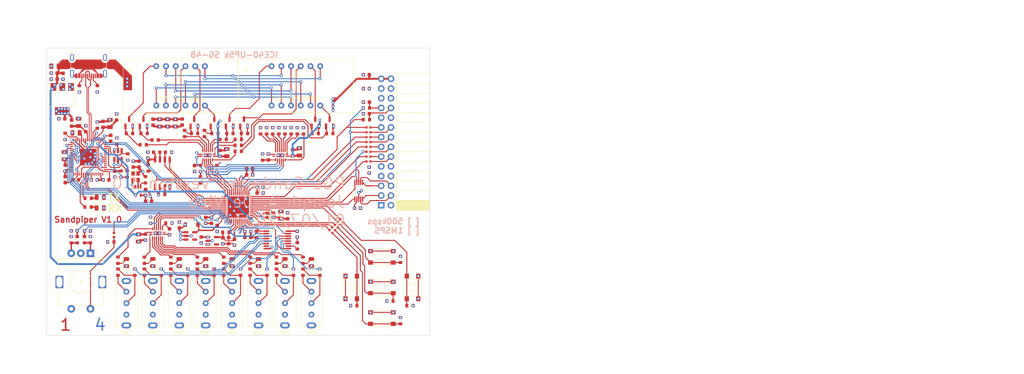
<source format=kicad_pcb>
(kicad_pcb (version 20221018) (generator pcbnew)
  (layers (0 "F.Cu" signal) (1 "In1.Cu" signal) (2 "In2.Cu" signal) (31 "B.Cu" signal) (34 "B.Paste" user) (35 "F.Paste" user) (36 "B.SilkS" user "B.Silkscreen") (37 "F.SilkS" user "F.Silkscreen") (38 "B.Mask" user) (39 "F.Mask" user) (44 "Edge.Cuts" user))
  (net 0 "")
  (net 1 "+5V")
  (net 2 "GND")
  (net 3 "+3V3")
  (net 4 "+2V5")
  (net 5 "+1V2")
  (net 6 "Net-(U1D-VCCPLL)")
  (net 7 "+1V8")
  (net 8 "Net-(U7-VPLL)")
  (net 9 "Net-(U7-VPHY)")
  (net 10 "/~{UI_ULEDSR_CLR}")
  (net 11 "Net-(U12-~{SRCLR})")
  (net 12 "Net-(D2-A)")
  (net 13 "Net-(D3-A)")
  (net 14 "Net-(D4-A)")
  (net 15 "Net-(D5-A)")
  (net 16 "Net-(D6-A)")
  (net 17 "Net-(D7-A)")
  (net 18 "Net-(D8-A)")
  (net 19 "Net-(D9-A)")
  (net 20 "/UI_RGBLED_B")
  (net 21 "/UI_RGBLED_G")
  (net 22 "/UI_RGBLED_R")
  (net 23 "/UI_GPIO1")
  (net 24 "/UI_GPIO0")
  (net 25 "/UI_ADC_SE_CHAN_0")
  (net 26 "/UI_ADC_SE_CHAN_1")
  (net 27 "/UI_ADC_SE_CHAN_2")
  (net 28 "/UI_ADC_SE_CHAN_3")
  (net 29 "/USB_CC")
  (net 30 "/USB_VCONN")
  (net 31 "/UI_MSB_CA0")
  (net 32 "Net-(Q1-C)")
  (net 33 "/UI_MSB_CA1")
  (net 34 "Net-(Q2-C)")
  (net 35 "/UI_MSB_CA2")
  (net 36 "Net-(Q3-C)")
  (net 37 "/UI_MSB_CA3")
  (net 38 "Net-(Q4-C)")
  (net 39 "/UI_LSB_CA0")
  (net 40 "Net-(Q5-C)")
  (net 41 "/UI_LSB_CA1")
  (net 42 "Net-(Q6-C)")
  (net 43 "/UI_LSB_CA2")
  (net 44 "Net-(Q7-C)")
  (net 45 "/UI_LSB_CA3")
  (net 46 "Net-(Q8-C)")
  (net 47 "/USB_D-")
  (net 48 "/USB_D+")
  (net 49 "/UI_SW7")
  (net 50 "/UI_SW6")
  (net 51 "/UI_SW5")
  (net 52 "/UI_SW4")
  (net 53 "/UI_SW3")
  (net 54 "/UI_SW2")
  (net 55 "/UI_SW1")
  (net 56 "/UI_SW0")
  (net 57 "Net-(R22-Pad2)")
  (net 58 "/UI_DPAD_U")
  (net 59 "Net-(R24-Pad2)")
  (net 60 "/UI_DPAD_D")
  (net 61 "Net-(R26-Pad2)")
  (net 62 "/UI_DPAD_R")
  (net 63 "Net-(R28-Pad2)")
  (net 64 "/UI_DPAD_L")
  (net 65 "/FLASH_CS")
  (net 66 "/EEPROM_SPI_DO")
  (net 67 "/EEPROM_SPI_DI")
  (net 68 "/EEPROM_SPI_CS")
  (net 69 "/EEPROM_SPI_CLK")
  (net 70 "Net-(U7-REF)")
  (net 71 "Net-(U7-~{RESET})")
  (net 72 "/FLASH_SCK")
  (net 73 "/UI_SEG_A")
  (net 74 "Net-(U12-QA)")
  (net 75 "/UI_SEG_B")
  (net 76 "Net-(U12-QB)")
  (net 77 "/UI_SEG_C")
  (net 78 "Net-(U12-QC)")
  (net 79 "/UI_SEG_D")
  (net 80 "Net-(U12-QD)")
  (net 81 "/UI_SEG_E")
  (net 82 "Net-(U12-QE)")
  (net 83 "/UI_SEG_F")
  (net 84 "Net-(U12-QF)")
  (net 85 "/UI_SEG_G")
  (net 86 "Net-(U12-QG)")
  (net 87 "/UI_SEG_DP")
  (net 88 "Net-(U12-QH)")
  (net 89 "/~{UI_7SEGSR_OE}")
  (net 90 "/UI_LED_7")
  (net 91 "/UI_LED_6")
  (net 92 "/UI_LED_5")
  (net 93 "/UI_LED_4")
  (net 94 "/UI_LED_3")
  (net 95 "/UI_LED_2")
  (net 96 "/UI_LED_1")
  (net 97 "/UI_LED_0")
  (net 98 "Net-(R63-Pad2)")
  (net 99 "/UI_ENC_B")
  (net 100 "/~{UI_ULEDSR_OE}")
  (net 101 "/UI_PMOD0_3")
  (net 102 "/UI_PMOD0_2")
  (net 103 "/UI_PMOD0_1")
  (net 104 "/UI_PMOD0_0")
  (net 105 "/UP5K_CDONE")
  (net 106 "/UP5K_CRESET")
  (net 107 "/UI_7SEGSR_DIN")
  (net 108 "/UI_7SEGSR_CLK")
  (net 109 "/UI_7SEGSR_RCLK")
  (net 110 "/FLASH_MOSI")
  (net 111 "/FLASH_MISO")
  (net 112 "/UI_ENC_A")
  (net 113 "/UI_ULEDSR_DIN")
  (net 114 "/UI_ADC_DI")
  (net 115 "/~{UI_ADC_CS}")
  (net 116 "/UI_ADC_SCK")
  (net 117 "/UI_ADC_DO")
  (net 118 "Net-(U3-~{SRCLR})")
  (net 121 "/CLK_12M")
  (net 134 "/UP5K_UART_RX")
  (net 135 "/UP5K_UART_TX")
  (net 136 "/UP5K_UART_RTS")
  (net 137 "/UP5K_UART_CTS")
  (net 138 "/UP5K_UART_DTR")
  (net 139 "/UP5K_UART_DSR")
  (net 140 "/UP5K_UART_DCD")
  (net 149 "/UI_7SEG_SER_CARRY")
  (net 151 "Net-(R6-Pad1)")
  (net 152 "Net-(R8-Pad1)")
  (net 153 "Net-(R10-Pad1)")
  (net 154 "Net-(R12-Pad1)")
  (net 155 "Net-(R14-Pad1)")
  (net 156 "Net-(R16-Pad1)")
  (net 157 "Net-(R18-Pad1)")
  (net 158 "Net-(R20-Pad1)")
  (net 160 "/RCLP_0")
  (net 161 "/RCLP_1")
  (net 162 "Net-(J1-Pin_11)")
  (net 163 "Net-(J1-Pin_12)")
  (net 164 "Net-(J1-Pin_13)")
  (net 165 "Net-(J1-Pin_14)")
  (net 166 "Net-(D11-K)")
  (net 167 "Net-(D12-K)")
  (net 168 "Net-(U7-BCBUS4)")
  (net 169 "Net-(U7-BCBUS3)")
  (net 170 "Net-(U14-IO2)")
  (net 171 "Net-(U14-IO3)")
  (net 172 "Net-(U2-OE)")
  (net 173 "Net-(U2-A)")
  (net 175 "Net-(U3-QD)")
  (net 176 "Net-(U3-QH)")
  (net 177 "Net-(U3-QC)")
  (net 178 "Net-(U3-QG)")
  (net 179 "Net-(U3-QB)")
  (net 180 "Net-(U3-QF)")
  (net 181 "Net-(U3-QA)")
  (net 182 "Net-(U3-QE)")
  (net 183 "Net-(J1-Pin_15)")
  (net 184 "Net-(J1-Pin_16)")
  (net 185 "Net-(J1-Pin_17)")
  (net 186 "Net-(J1-Pin_18)")
  (net 187 "/SW_SH{slash}~{LD}")
  (net 188 "Net-(U9-DS)")
  (net 189 "/UI_ENC_SW")
  (net 190 "Net-(R75-Pad2)")
  (net 191 "Net-(R77-Pad2)")
  (net 192 "Net-(R79-Pad2)")
  (net 193 "/UI_DPAD_C")
  (net 194 "/UI_ULEDSR_RCLK")
  (net 195 "/SERIAL_SW_D")
  (net 196 "/SW_SH_CLKEN")
  (net 197 "/SW_SH_CLK")
  (footprint "ProgrammaGull_Logic:SLW-121586-5A-D" (layer "F.Cu") (at 59.6 91.6 -90)
    (fp_text reference "SW5")
    (fp_text value "~")
  )
  (footprint "ProgrammaGull_Logic:TSC015A05518A" (layer "F.Cu") (at 112.5 95.5)
    (fp_text reference "SW10" hide)
    (fp_text value "SW_Push")
  )
  (footprint "Resistor_SMD:R_0603_1608Metric" (layer "F.Cu") (at 64.3 83.5 -90)
    (fp_text reference "R12" hide)
    (fp_text value "10k")
  )
  (footprint "Resistor_SMD:R_0603_1608Metric" (layer "F.Cu") (at 89.4 83.5 90)
    (fp_text reference "R19" hide)
    (fp_text value "220R")
  )
  (footprint "Resistor_SMD:R_0603_1608Metric" (layer "F.Cu") (at 108.45 43.68 180)
    (fp_text reference "R84" hide)
    (fp_text value "100R")
  )
  (footprint "ProgrammaGull_Logic:SC70" (layer "F.Cu") (at 48.85 62.3 -90)
    (fp_text reference "U2" hide)
    (fp_text value "SN74LVC1G126DCKR")
  )
  (footprint "Resistor_SMD:R_0603_1608Metric" (layer "F.Cu") (at 36.405 75.03 -90)
    (fp_text reference "R77" hide)
    (fp_text value "10k")
  )
  (footprint "Resistor_SMD:R_0402_1005Metric" (layer "F.Cu") (at 109 48.26 180)
    (fp_text reference "R93" hide)
    (fp_text value "220R")
  )
  (footprint "ProgrammaGull_Logic:SLW-121586-5A-D" (layer "F.Cu") (at 66.5 91.6 -90)
    (fp_text reference "SW4")
    (fp_text value "~")
  )
  (footprint "Capacitor_SMD:C_0603_1608Metric" (layer "F.Cu") (at 87.9 68.8 90)
    (fp_text reference "C28" hide)
    (fp_text value "100n")
  )
  (footprint "Resistor_SMD:R_0603_1608Metric" (layer "F.Cu") (at 68.7 83.5 90)
    (fp_text reference "R13" hide)
    (fp_text value "220R")
  )
  (footprint "Resistor_SMD:R_0603_1608Metric" (layer "F.Cu") (at 43.6 80.4 90)
    (fp_text reference "R55" hide)
    (fp_text value "400R")
  )
  (footprint "Capacitor_SMD:C_0603_1608Metric" (layer "F.Cu") (at 69.5 72.1 -90)
    (fp_text reference "C5" hide)
    (fp_text value "1u")
  )
  (footprint "ProgrammaGull_Logic:SLW-121586-5A-D" (layer "F.Cu") (at 94.1 91.6 -90)
    (fp_text reference "SW0")
    (fp_text value "~")
  )
  (footprint "Capacitor_SMD:C_0805_2012Metric" (layer "F.Cu") (at 58.59 44.55 -90)
    (fp_text reference "C57" hide)
    (fp_text value "4u7")
  )
  (footprint "Resistor_SMD:R_0603_1608Metric" (layer "F.Cu") (at 82.5 83.5 90)
    (fp_text reference "R17" hide)
    (fp_text value "220R")
  )
  (footprint "Resistor_SMD:R_0603_1608Metric" (layer "F.Cu") (at 65.15 56.45 -90)
    (fp_text reference "R51" hide)
    (fp_text value "10k")
  )
  (footprint "Package_TO_SOT_SMD:SOT-23" (layer "F.Cu") (at 68.75 44.5 90)
    (fp_text reference "Q4" hide)
    (fp_text value "S9012 2T1")
  )
  (footprint "Connector_USB:USB_C_Receptacle_GCT_USB4105-xx-A_16P_TopMnt_Horizontal" (layer "F.Cu") (at 35.92 28.575 180)
    (fp_text reference "P1" hide)
    (fp_text value "USB_C_Plug_USB2.0")
  )
  (footprint "Capacitor_SMD:C_0603_1608Metric" (layer "F.Cu") (at 35.625 72.74)
    (fp_text reference "C39" hide)
    (fp_text value "10n")
  )
  (footprint "Resistor_SMD:R_0603_1608Metric" (layer "F.Cu") (at 46 57.9 90)
    (fp_text reference "R33" hide)
    (fp_text value "2k2")
  )
  (footprint "Capacitor_SMD:C_0603_1608Metric" (layer "F.Cu") (at 35.2 46.075 90)
    (fp_text reference "C13" hide)
    (fp_text value "100n")
  )
  (footprint "Capacitor_SMD:C_0603_1608Metric" (layer "F.Cu") (at 51.41 52.955 90)
    (fp_text reference "C9" hide)
    (fp_text value "100n")
  )
  (footprint "Capacitor_SMD:C_0805_2012Metric" (layer "F.Cu") (at 56.55 44.55 -90)
    (fp_text reference "C58" hide)
    (fp_text value "4u7")
  )
  (footprint "Capacitor_SMD:C_0603_1608Metric" (layer "F.Cu") (at 109.2 56.87 90)
    (fp_text reference "C44" hide)
    (fp_text value "1u")
  )
  (footprint "Resistor_SMD:R_0603_1608Metric" (layer "F.Cu") (at 71.7625 73.075 180)
    (fp_text reference "R5" hide)
    (fp_text value "100R")
  )
  (footprint "Capacitor_SMD:C_0603_1608Metric" (layer "F.Cu") (at 42.8 57.9 -90)
    (fp_text reference "C16" hide)
    (fp_text value "100n")
  )
  (footprint "Resistor_SMD:R_0603_1608Metric" (layer "F.Cu") (at 119.84 92.25 180)
    (fp_text reference "R26" hide)
    (fp_text value "10k")
  )
  (footprint "Capacitor_SMD:C_0603_1608Metric" (layer "F.Cu") (at 41.7 48.55 90)
    (fp_text reference "C11" hide)
    (fp_text value "100n")
  )
  (footprint "ProgrammaGull_Logic:SLW-121586-5A-D" (layer "F.Cu") (at 80.3 91.6 -90)
    (fp_text reference "SW2")
    (fp_text value "~")
  )
  (footprint "Resistor_SMD:R_0402_1005Metric" (layer "F.Cu") (at 99.91 72.2 -45)
    (fp_text reference "R25" hide)
    (fp_text value "220R")
  )
  (footprint "Resistor_SMD:R_0603_1608Metric" (layer "F.Cu") (at 63.6 47.3)
    (fp_text reference "R70" hide)
    (fp_text value "10k")
  )
  (footprint "Resistor_SMD:R_0603_1608Metric" (layer "F.Cu") (at 35.775 66.5 180)
    (fp_text reference "R85" hide)
    (fp_text value "330R")
  )
  (footprint "Resistor_SMD:R_0603_1608Metric" (layer "F.Cu") (at 78.1 83.5 -90)
    (fp_text reference "R16" hide)
    (fp_text value "10k")
  )
  (footprint "ProgrammaGull_Logic:TSC015A05518A" (layer "F.Cu") (at 104.5 87.5 90)
    (fp_text reference "SW12" hide)
    (fp_text value "SW_Push")
  )
  (footprint "Capacitor_SMD:C_0603_1608Metric" (layer "F.Cu") (at 29.85 59.35 -90)
    (fp_text reference "C46" hide)
    (fp_text value "100n")
  )
  (footprint "Package_DFN_QFN:DHVQFN-16-1EP_2.5x3.5mm_P0.5mm_EP1x2mm" (layer "F.Cu") (at 67 53 -90)
    (fp_text reference "U3" hide)
    (fp_text value "74HCT595")
  )
  (footprint "Resistor_SMD:R_0603_1608Metric" (layer "F.Cu") (at 79.75 73.65 90)
    (fp_text reference "R30" hide)
    (fp_text value "10k")
  )
  (footprint "Package_SO:TSSOP-16_4.4x5mm_P0.65mm" (layer "F.Cu") (at 85.2125 75.075)
    (fp_text reference "U9" hide)
    (fp_text value "74HC165")
  )
  (footprint "Resistor_SMD:R_0603_1608Metric" (layer "F.Cu") (at 48 83.5 90)
    (fp_text reference "R6" hide)
    (fp_text value "220R")
  )
  (footprint "LED_SMD:LED_0805_2012Metric" (layer "F.Cu") (at 94.1 81 90)
    (fp_text reference "D9" hide)
    (fp_text value "LED")
  )
  (footprint "Resistor_SMD:R_0402_1005Metric" (layer "F.Cu") (at 109 49.53)
    (fp_text reference "R98" hide)
    (fp_text value "220R")
  )
  (footprint "Package_TO_SOT_SMD:SOT-23-5" (layer "F.Cu") (at 62.4875 74.05)
    (fp_text reference "U5" hide)
    (fp_text value "MIC5504-2.5YM5")
  )
  (footprint "Resistor_SMD:R_0603_1608Metric" (layer "F.Cu") (at 54.9 83.5 90)
    (fp_text reference "R9" hide)
    (fp_text value "220R")
  )
  (footprint "Resistor_SMD:R_0603_1608Metric" (layer "F.Cu") (at 75 51.95 180)
    (fp_text reference "R90" hide)
    (fp_text value "2k2")
  )
  (footprint "Resistor_SMD:R_0603_1608Metric" (layer "F.Cu") (at 57.4 83.5 -90)
    (fp_text reference "R10" hide)
    (fp_text value "10k")
  )
  (footprint "Resistor_SMD:R_0603_1608Metric" (layer "F.Cu") (at 108.45 40.64 180)
    (fp_text reference "R83" hide)
    (fp_text value "100R")
  )
  (footprint "Capacitor_SMD:C_0805_2012Metric" (layer "F.Cu") (at 32.65 47.15 180)
    (fp_text reference "C10" hide)
    (fp_text value "4u7")
  )
  (footprint "Resistor_SMD:R_0402_1005Metric" (layer "F.Cu") (at 101.3 70.8 -45)
    (fp_text reference "R23" hide)
    (fp_text value "220R")
  )
  (footprint "Capacitor_SMD:C_0805_2012Metric" (layer "F.Cu") (at 41.5 44.7 90)
    (fp_text reference "C15" hide)
    (fp_text value "4u7")
  )
  (footprint "Resistor_SMD:R_0603_1608Metric" (layer "F.Cu") (at 43.3 49.3 90)
    (fp_text reference "R34" hide)
    (fp_text value "10k")
  )
  (footprint "Capacitor_SMD:C_0603_1608Metric" (layer "F.Cu") (at 74 75.7 -90)
    (fp_text reference "C56" hide)
    (fp_text value "100n")
  )
  (footprint "Capacitor_SMD:C_0805_2012Metric" (layer "F.Cu") (at 86.15 68.6 90)
    (fp_text reference "C27" hide)
    (fp_text value "4u7")
  )
  (footprint "Resistor_SMD:R_0603_1608Metric" (layer "F.Cu") (at 33.51 35.655 90)
    (fp_text reference "R4" hide)
    (fp_text value "56k")
  )
  (footprint "Resistor_SMD:R_0603_1608Metric" (layer "F.Cu") (at 38.21 35.655 90)
    (fp_text reference "R3" hide)
    (fp_text value "56k")
  )
  (footprint "LED_SMD:LED_0805_2012Metric" (layer "F.Cu") (at 45.8 81 90)
    (fp_text reference "D2" hide)
    (fp_text value "LED")
  )
  (footprint "Capacitor_SMD:C_0603_1608Metric" (layer "F.Cu") (at 29.85 56.35 90)
    (fp_text reference "C55" hide)
    (fp_text value "100n")
  )
  (footprint "Capacitor_SMD:C_0603_1608Metric" (layer "F.Cu") (at 80.7 62.85)
    (fp_text reference "C19" hide)
    (fp_text value "1u")
  )
  (footprint "Capacitor_SMD:C_0603_1608Metric" (layer "F.Cu") (at 106.15 66.8)
    (fp_text reference "C40" hide)
    (fp_text value "100n")
  )
  (footprint "Resistor_SMD:R_0603_1608Metric" (layer "F.Cu") (at 87.2 46.6 -90)
    (fp_text reference "R47" hide)
    (fp_text value "390R")
  )
  (footprint "Resistor_SMD:R_0402_1005Metric" (layer "F.Cu") (at 99.210624 72.910624 -45)
    (fp_text reference "R29" hide)
    (fp_text value "220R")
  )
  (footprint "Package_TO_SOT_SMD:SOT-23" (layer "F.Cu") (at 76.475 44.5 90)
    (fp_text reference "Q6" hide)
    (fp_text value "S9012 2T1")
  )
  (footprint "Resistor_SMD:R_0603_1608Metric" (layer "F.Cu") (at 96.3 83.5 90)
    (fp_text reference "R21" hide)
    (fp_text value "220R")
  )
  (footprint "Resistor_SMD:R_0603_1608Metric" (layer "F.Cu") (at 78.1 80.375 90)
    (fp_text reference "R60" hide)
    (fp_text value "400R")
  )
  (footprint "Capacitor_SMD:C_0603_1608Metric" (layer "F.Cu") (at 82.85 53.45 90)
    (fp_text reference "C37" hide)
    (fp_text value "100n")
  )
  (footprint "Package_SO:VSSOP-10_3x3mm_P0.5mm" (layer "F.Cu") (at 106.45 62.255 90)
    (fp_text reference "U11" hide)
    (fp_text value "ADC084S051CIMM/NOPB")
  )
  (footprint "Package_TO_SOT_SMD:SOT-23-5" (layer "F.Cu") (at 68.2 75.325)
    (fp_text reference "U4" hide)
    (fp_text value "MIC5504-1.2YM5")
  )
  (footprint "Capacitor_SMD:C_0805_2012Metric" (layer "F.Cu") (at 72 52.3 90)
    (fp_text reference "C35" hide)
    (fp_text value "4u7")
  )
  (footprint "Capacitor_SMD:C_0603_1608Metric" (layer "F.Cu") (at 50.75 74.36 -90)
    (fp_text reference "C29" hide)
    (fp_text value "100n")
  )
  (footprint "Resistor_SMD:R_0603_1608Metric" (layer "F.Cu") (at 31.4 75.03 -90)
    (fp_text reference "R75" hide)
    (fp_text value "10k")
  )
  (footprint "Capacitor_SMD:C_0603_1608Metric" (layer "F.Cu") (at 77.5 74.4)
    (fp_text reference "C23" hide)
    (fp_text value "1u")
  )
  (footprint "Resistor_SMD:R_0603_1608Metric" (layer "F.Cu") (at 46.6 47.3)
    (fp_text reference "R67" hide)
    (fp_text value "10k")
  )
  (footprint "ProgrammaGull_Logic:SLW-121586-5A-D" (layer "F.Cu") (at 87.2 91.6 -90)
    (fp_text reference "SW1")
    (fp_text value "~")
  )
  (footprint "LED_SMD:LED_0805_2012Metric" (layer "F.Cu") (at 73.4 81 90)
    (fp_text reference "D6" hide)
    (fp_text value "LED")
  )
  (footprint "Resistor_SMD:R_0603_1608Metric" (layer "F.Cu") (at 114.6 91.04)
    (fp_text reference "R79" hide)
    (fp_text value "10k")
  )
  (footprint "Connector_PinSocket_2.54mm:PinSocket_2x14_P2.54mm_Horizontal" (layer "F.Cu") (at 112.335 66.04 180)
    (fp_text reference "J1" hide)
    (fp_text value "Conn_02x14_Odd_Even")
  )
  (footprint "Resistor_SMD:R_0402_1005Metric" (layer "F.Cu") (at 109 54.61)
    (fp_text reference "R96" hide)
    (fp_text value "220R")
  )
  (footprint "Capacitor_SMD:C_0603_1608Metric" (layer "F.Cu") (at 40.475 59.4 180)
    (fp_text reference "C47" hide)
    (fp_text value "100n")
  )
  (footprint "Capacitor_SMD:C_0603_1608Metric" (layer "F.Cu") (at 68 69.975 -90)
    (fp_text reference "C20" hide)
    (fp_text value "100n")
  )
  (footprint "Capacitor_SMD:C_0603_1608Metric" (layer "F.Cu") (at 57.06 72.98 -90)
    (fp_text reference "C31" hide)
    (fp_text value "100n")
  )
  (footprint "Resistor_SMD:R_0603_1608Metric" (layer "F.Cu") (at 66.15 47.3 -90)
    (fp_text reference "R91" hide)
    (fp_text value "2k2")
  )
  (footprint "Resistor_SMD:R_0603_1608Metric" (layer "F.Cu") (at 61 47.3 -90)
    (fp_text reference "R89" hide)
    (fp_text value "2k2")
  )
  (footprint "Capacitor_SMD:C_0805_2012Metric" (layer "F.Cu") (at 90.95 52.1 90)
    (fp_text reference "C33" hide)
    (fp_text value "4u7")
  )
  (footprint "Resistor_SMD:R_0603_1608Metric" (layer "F.Cu") (at 41.73 75.62)
    (fp_text reference "R63" hide)
    (fp_text value "10k")
  )
  (footprint "LED_SMD:LED_0805_2012Metric" (layer "F.Cu") (at 38.9875 66.75)
    (fp_text reference "D11" hide)
    (fp_text value "LED")
  )
  (footprint "Package_TO_SOT_SMD:SOT-23" (layer "F.Cu") (at 50.25 44.5 90)
    (fp_text reference "Q2" hide)
    (fp_text value "S9012 2T1")
  )
  (footprint "Package_DFN_QFN:QFN-48-1EP_7x7mm_P0.5mm_EP5.6x5.6mm" (layer "F.Cu") (at 75 66.5 -90)
    (fp_text reference "U1" hide)
    (fp_text value "ICE40UP5K-SG48ITR")
  )
  (footprint "Resistor_SMD:R_0402_1005Metric" (layer "F.Cu") (at 42.55 73.805 -90)
    (fp_text reference "R64" hide)
    (fp_text value "220R")
  )
  (footprint "Resistor_SMD:R_0603_1608Metric" (layer "F.Cu") (at 44.4 57.9 90)
    (fp_text reference "R37" hide)
    (fp_text value "10k")
  )
  (footprint "Capacitor_SMD:C_0603_1608Metric" (layer "F.Cu") (at 32.55 59.4 180)
    (fp_text reference "C46" hide)
    (fp_text value "100n")
  )
  (footprint "Resistor_SMD:R_0603_1608Metric" (layer "F.Cu") (at 117.34 80.17 -90)
    (fp_text reference "R22" hide)
    (fp_text value "10k")
  )
  (footprint "Resistor_SMD:R_0603_1608Metric" (layer "F.Cu") (at 80.8 46.6 -90)
    (fp_text reference "R43" hide)
    (fp_text value "390R")
  )
  (footprint "Capacitor_SMD:C_0603_1608Metric" (layer "F.Cu") (at 72.5 75.3 -90)
    (fp_text reference "C8" hide)
    (fp_text value "100n")
  )
  (footprint "Capacitor_SMD:C_0603_1608Metric" (layer "F.Cu") (at 39.7 44.9 90)
    (fp_text reference "C14" hide)
    (fp_text value "100n")
  )
  (footprint "Resistor_SMD:R_0603_1608Metric" (layer "F.Cu") (at 85 83.5 -90)
    (fp_text reference "R18" hide)
    (fp_text value "10k")
  )
  (footprint "Package_TO_SOT_SMD:SOT-23" (layer "F.Cu") (at 98.85 44.5 90)
    (fp_text reference "Q8" hide)
    (fp_text value "S9012 2T1")
  )
  (footprint "Package_DFN_QFN:DHVQFN-16-1EP_2.5x3.5mm_P0.5mm_EP1x2mm" (layer "F.Cu") (at 86 53 -90)
    (fp_text reference "U12" hide)
    (fp_text value "74HCT595")
  )
  (footprint "Resistor_SMD:R_0603_1608Metric" (layer "F.Cu") (at 35.825 64.2 180)
    (fp_text reference "R86" hide)
    (fp_text value "330R")
  )
  (footprint "Capacitor_SMD:C_0603_1608Metric" (layer "F.Cu") (at 90.4 73.6 -90)
    (fp_text reference "C7" hide)
    (fp_text value "100n")
  )
  (footprint "Diode_SMD:D_SOD-123" (layer "F.Cu") (at 62.825 71.1 180)
    (fp_text reference "D1" hide)
    (fp_text value "1N4148W")
  )
  (footprint "ProgrammaGull_Logic:SLW-121586-5A-D" (layer "F.Cu") (at 52.7 91.6 -90)
    (fp_text reference "SW6")
    (fp_text value "~")
  )
  (footprint "LED_SMD:LED_0805_2012Metric" (layer "F.Cu") (at 80.3 81 90)
    (fp_text reference "D7" hide)
    (fp_text value "LED")
  )
  (footprint "Resistor_SMD:R_0603_1608Metric" (layer "F.Cu") (at 82.4 46.6 -90)
    (fp_text reference "R44" hide)
    (fp_text value "390R")
  )
  (footprint "Resistor_SMD:R_0603_1608Metric" (layer "F.Cu") (at 50.425 47.3)
    (fp_text reference "R68" hide)
    (fp_text value "10k")
  )
  (footprint "ProgrammaGull_Logic:SLW-121586-5A-D" (layer "F.Cu") (at 45.8 91.6 -90)
    (fp_text reference "SW7")
    (fp_text value "~")
  )
  (footprint "Package_DFN_QFN:DHVQFN-16-1EP_2.5x3.5mm_P0.5mm_EP1x2mm" (layer "F.Cu") (at 53.9225 73.36 90)
    (fp_text reference "U13" hide)
    (fp_text value "74HCT595")
  )
  (footprint "ProgrammaGull_Logic:MHDA3641SRBW" (layer "F.Cu") (at 53.6 40)
    (fp_text reference "U8" hide)
    (fp_text value "~")
  )
  (footprint "Package_TO_SOT_SMD:SOT-223-3_TabPin2" (layer "F.Cu") (at 29.05 38.3 -90)
    (fp_text reference "U15" hide)
    (fp_text value "AMS1117-3.3")
  )
  (footprint "Capacitor_SMD:C_0603_1608Metric" (layer "F.Cu") (at 77.975 56.5)
    (fp_text reference "C48" hide)
    (fp_text value "100n")
  )
  (footprint "Resistor_SMD:R_0603_1608Metric" (layer "F.Cu") (at 57.4 80.4 90)
    (fp_text reference "R57" hide)
    (fp_text value "400R")
  )
  (footprint "Inductor_SMD:L_0603_1608Metric" (layer "F.Cu") (at 31.5 44.6 90)
    (fp_text reference "FB1" hide)
    (fp_text value "FerriteBead_Small")
  )
  (footprint "Resistor_SMD:R_0603_1608Metric" (layer "F.Cu") (at 56.9 70.7)
    (fp_text reference "R65" hide)
    (fp_text value "10k")
  )
  (footprint "Resistor_SMD:R_0603_1608Metric" (layer "F.Cu") (at 98.9 47.3)
    (fp_text reference "R74" hide)
    (fp_text value "10k")
  )
  (footprint "Resistor_SMD:R_0603_1608Metric" (layer "F.Cu") (at 32.95 75.03 -90)
    (fp_text reference "R76" hide)
    (fp_text value "10k")
  )
  (footprint "Package_TO_SOT_SMD:SOT-23" (layer "F.Cu") (at 95.1 44.5 90)
    (fp_text reference "Q7" hide)
    (fp_text value "S9012 2T1")
  )
  (footprint "Resistor_SMD:R_0603_1608Metric" (layer "F.Cu") (at 90.4 46.6 -90)
    (fp_text reference "R49" hide)
    (fp_text value "390R")
  )
  (footprint "Capacitor_SMD:C_0603_1608Metric" (layer "F.Cu") (at 77.5 72.9)
    (fp_text reference "C22" hide)
    (fp_text value "100n")
  )
  (footprint "Resistor_SMD:R_0603_1608Metric" (layer "F.Cu") (at 71.2 80.4 90)
    (fp_text reference "R59" hide)
    (fp_text value "400R")
  )
  (footprint "Resistor_SMD:R_0603_1608Metric" (layer "F.Cu") (at 68.9 47.3)
    (fp_text reference "R69" hide)
    (fp_text value "10k")
  )
  (footprint "Resistor_SMD:R_0603_1608Metric" (layer "F.Cu") (at 90.4 76.65 -90)
    (fp_text reference "R31" hide)
    (fp_text value "10k")
  )
  (footprint "Resistor_SMD:R_0603_1608Metric" (layer "F.Cu") (at 71.05 48.85 180)
    (fp_text reference "R2" hide)
    (fp_text value "2k2")
  )
  (footprint "Oscillator:Oscillator_SMD_SeikoEpson_SG210-4Pin_2.5x2.0mm" (layer "F.Cu") (at 48.2 58.6 -90)
    (fp_text reference "X1" hide)
    (fp_text value "SG-210STF")
  )
  (footprint "Capacitor_SMD:C_0603_1608Metric" (layer "F.Cu") (at 29.25 32.35 -90)
    (fp_text reference "C1" hide)
    (fp_text value "1u")
  )
  (footprint "LED_SMD:LED_0805_2012Metric" (layer "F.Cu") (at 59.6 81 90)
    (fp_text reference "D4" hide)
    (fp_text value "LED")
  )
  (footprint "LED_SMD:LED_0805_2012Metric" (layer "F.Cu") (at 66.5 81 90)
    (fp_text reference "D5" hide)
    (fp_text value "LED")
  )
  (footprint "Resistor_SMD:R_0603_1608Metric" (layer "F.Cu") (at 55 63.2 180)
    (fp_text reference "R40" hide)
    (fp_text value "10k")
  )
  (footprint "Package_TO_SOT_SMD:SOT-23-6" (layer "F.Cu") (at 43.6 52.9 90)
    (fp_text reference "U6" hide)
    (fp_text value "93LCxxAxxOT")
  )
  (footprint "Resistor_SMD:R_0402_1005Metric" (layer "F.Cu") (at 109 52.07)
    (fp_text reference "R97" hide)
    (fp_text value "220R")
  )
  (footprint "Capacitor_SMD:C_0603_1608Metric" (layer "F.Cu") (at 52.75 44.35 -90)
    (fp_text reference "C60" hide)
    (fp_text value "100n")
  )
  (footprint "Capacitor_SMD:C_0805_2012Metric" (layer "F.Cu") (at 33.3 44.4 90)
    (fp_text reference "C12" hide)
    (fp_text value "4u7")
  )
  (footprint "Resistor_SMD:R_0603_1608Metric" (layer "F.Cu") (at 75.6 83.5 90)
    (fp_text reference "R15" hide)
    (fp_text value "220R")
  )
  (footprint "Resistor_SMD:R_0603_1608Metric" (layer "F.Cu") (at 53.3 49)
    (fp_text reference "R87" hide)
    (fp_text value "2k2")
  )
  (footprint "Capacitor_SMD:C_0805_2012Metric" (layer "F.Cu") (at 27.15 29.75 180)
    (fp_text reference "C25" hide)
    (fp_text value "4u7")
  )
  (footprint "Package_DFN_QFN:QFN-64-1EP_9x9mm_P0.5mm_EP4.35x4.35mm" (layer "F.Cu") (at 35.85 53.45 -90)
    (fp_text reference "U7" hide)
    (fp_text value "FT2232HQ")
  )
  (footprint "Resistor_SMD:R_0603_1608Metric" (layer "F.Cu") (at 75 48.85 180)
    (fp_text reference "R54" hide)
    (fp_text value "2k2")
  )
  (footprint "Resistor_SMD:R_0603_1608Metric" (layer "F.Cu") (at 46.15 53.45 -90)
    (fp_text reference "R36" hide)
    (fp_text value "10k")
  )
  (footprint "Resistor_SMD:R_0603_1608Metric" (layer "F.Cu") (at 72.825 47.3)
    (fp_text reference "R71" hide)
    (fp_text value "10k")
  )
  (footprint "Capacitor_SMD:C_0603_1608Metric" (layer "F.Cu") (at 108.45 35.57 180)
    (fp_text reference "C43" hide)
    (fp_text value "1u")
  )
  (footprint "Resistor_SMD:R_0603_1608Metric" (layer "F.Cu") (at 85 80.4 90)
    (fp_text reference "R61" hide)
    (fp_text value "400R")
  )
  (footprint "ProgrammaGull_Logic:TSC015A05518A" (layer "F.Cu") (at 112.5 79.5)
    (fp_text reference "SW9" hide)
    (fp_text value "SW_Push")
  )
  (footprint "Capacitor_SMD:C_0603_1608Metric" (layer "F.Cu") (at 26.95 31.55 180)
    (fp_text reference "C26" hide)
    (fp_text value "100n")
  )
  (footprint "ProgrammaGull_Logic:MHDA3641SRBW" (layer "F.Cu") (at 83.7 40)
    (fp_text reference "U10" hide)
    (fp_text value "~")
  )
  (footprint "Resistor_SMD:R_0603_1608Metric" (layer "F.Cu") (at 50.2 50.25)
    (fp_text reference "R35" hide)
    (fp_text value "2k2")
  )
  (footprint "Resistor_SMD:R_0603_1608Metric" (layer "F.Cu") (at 117.34 96.17 -90)
    (fp_text reference "R24" hide)
    (fp_text value "10k")
  )
  (footprint "Capacitor_SMD:C_0603_1608Metric" (layer "F.Cu") (at 63.6 56.45 -90)
    (fp_text reference "C36" hide)
    (fp_text value "100n")
  )
  (footprint "Resistor_SMD:R_0603_1608Metric" (layer "F.Cu") (at 64.3 80.4 90)
    (fp_text reference "R58" hide)
    (fp_text value "400R")
  )
  (footprint "ProgrammaGull_Logic:TSC015A05518A" (layer "F.Cu") (at 112.5 87.5)
    (fp_text reference "SW13" hide)
    (fp_text value "SW_Push")
  )
  (footprint "Capacitor_SMD:C_0603_1608Metric" (layer "F.Cu") (at 66.5 69.975 -90)
    (fp_text reference "C21" hide)
    (fp_text value "1u")
  )
  (footprint "Resistor_SMD:R_0603_1608Metric" (layer "F.Cu") (at 52.1 69.95 90)
    (fp_text reference "R66" hide)
    (fp_text value "10k")
  )
  (footprint "Resistor_SMD:R_0603_1608Metric" (layer "F.Cu") (at 53.7 52.2 180)
    (fp_text reference "R41" hide)
    (fp_text value "10k")
  )
  (footprint "Package_SO:SOIC-8_5.23x5.23mm_P1.27mm" (layer "F.Cu") (at 55.2 57.7 90)
    (fp_text reference "U14" hide)
    (fp_text value "W25Q32JVSS")
  )
  (footprint "LED_SMD:LED_Cree-PLCC4_2x2mm_CW" (layer "F.Cu") (at 83.4125 68.65 180)
    (fp_text reference "D10" hide)
    (fp_text value "LED_ABGR")
  )
  (footprint "Capacitor_SMD:C_0603_1608Metric" (layer "F.Cu") (at 51.6 65)
    (fp_text reference "C53" hide)
    (fp_text value "10n")
  )
  (footprint "Resistor_SMD:R_0603_1608Metric" (layer "F.Cu") (at 38.2 45.1 -90)
    (fp_text reference "R38" hide)
    (fp_text value "12k 1%")
  )
  (footprint "ProgrammaGull_Logic:SLW-121586-5A-D" (layer "F.Cu") (at 73.4 91.6 -90)
    (fp_text reference "SW3")
    (fp_text value "~")
  )
  (footprint "Resistor_SMD:R_0603_1608Metric" (layer "F.Cu") (at 50.5 83.5 -90)
    (fp_text reference "R8" hide)
    (fp_text value "10k")
  )
  (footprint "Resistor_SMD:R_0603_1608Metric" (layer "F.Cu") (at 95.1 47.3)
    (fp_text reference "R73" hide)
    (fp_text value "10k")
  )
  (footprint "ProgrammaGull_Logic:TSC015A05518A" (layer "F.Cu") (at 120.5 87.5 -90)
    (fp_text reference "SW11" hide)
    (fp_text value "SW_Push")
  )
  (footprint "Resistor_SMD:R_0603_1608Metric" (layer "F.Cu") (at 71.2 83.5 -90)
    (fp_text reference "R14" hide)
    (fp_text value "10k")
  )
  (footprint "Resistor_SMD:R_0603_1608Metric" (layer "F.Cu") (at 51.5 56.3 90)
    (fp_text reference "R32" hide)
    (fp_text value "10k")
  )
  (footprint "Resistor_SMD:R_0603_1608Metric" (layer "F.Cu") (at 61.8 83.5 90)
    (fp_text reference "R11" hide)
    (fp_text value "220R")
  )
  (footprint "Capacitor_SMD:C_0603_1608Metric" (layer "F.Cu") (at 60.35 44.3 -90)
    (fp_text reference "C61" hide)
    (fp_text value "100n")
  )
  (footprint "Capacitor_SMD:C_0603_1608Metric" (layer "F.Cu") (at 28.95 43.45 180)
    (fp_text reference "C4" hide)
    (fp_text value "1u")
  )
  (footprint "Resistor_SMD:R_0603_1608Metric" (layer "F.Cu") (at 43.6 83.5 -90)
    (fp_text reference "R7" hide)
    (fp_text value "10k")
  )
  (footprint "Resistor_SMD:R_0402_1005Metric" (layer "F.Cu") (at 100.61 71.5 -45)
    (fp_text reference "R80" hide)
    (fp_text value "220R")
  )
  (footprint "Capacitor_SMD:C_0603_1608Metric" (layer "F.Cu") (at 65.35 75.1 -90)
    (fp_text reference "C3" hide)
    (fp_text value "1u")
  )
  (footprint "Capacitor_SMD:C_0603_1608Metric" (layer "F.Cu") (at 59.63 71.18 90)
    (fp_text reference "C2" hide)
    (fp_text value "1u")
  )
  (footprint "Package_TO_SOT_SMD:SOT-23" (layer "F.Cu") (at 63.5 44.5 90)
    (fp_text reference "Q3" hide)
    (fp_text value "S9012 2T1")
  )
  (footprint "Capacitor_SMD:C_0603_1608Metric" (layer "F.Cu") (at 77.975 58.1)
    (fp_text reference "C49" hide)
    (fp_text value "10n")
  )
  (footprint "Resistor_SMD:R_0603_1608Metric" (layer "F.Cu") (at 91.9 80.4 90)
    (fp_text reference "R62" hide)
    (fp_text value "400R")
  )
  (footprint "Capacitor_SMD:C_0603_1608Metric" (layer "F.Cu") (at 89.19 52.325 90)
    (fp_text reference "C32" hide)
    (fp_text value "100n")
  )
  (footprint "Resistor_SMD:R_0603_1608Metric" (layer "F.Cu") (at 88.8 46.6 -90)
    (fp_text reference "R48" hide)
    (fp_text value "390R")
  )
  (footprint "Inductor_SMD:L_0603_1608Metric" (layer "F.Cu") (at 43.25 43 90)
    (fp_text reference "FB2" hide)
    (fp_text value "FerriteBead_Small")
  )
  (footprint "LED_SMD:LED_0805_2012Metric" (layer "F.Cu") (at 38.9875 63.95)
    (fp_text reference "D12" hide)
    (fp_text value "LED")
  )
  (footprint "LED_SMD:LED_0805_2012Metric" (layer "F.Cu") (at 87.2 81 90)
    (fp_text reference "D8" hide)
    (fp_text value "LED")
  )
  (footprint "Capacitor_SMD:C_0603_1608Metric" (layer "F.Cu") (at 108.45 42.16 180)
    (fp_text reference "C45" hide)
    (fp_text value "10n")
  )
  (footprint "Resistor_SMD:R_0402_1005Metric" (layer "F.Cu") (at 109 46.99)
    (fp_text reference "R99" hide)
    (fp_text value "220R")
  )
  (footprint "Capacitor_SMD:C_0603_1608Metric" (layer "F.Cu") (at 80.7 61.35)
    (fp_text reference "C18" hide)
    (fp_text value "100n")
  )
  (footprint "Resistor_SMD:R_0603_1608Metric" (layer "F.Cu") (at 50.75 59.4 90)
    (fp_text reference "R1" hide)
    (fp_text value "10k")
  )
  (footprint "Capacitor_SMD:C_0603_1608Metric" (layer "F.Cu") (at 70.2 52.5 90)
    (fp_text reference "C34" hide)
    (fp_text value "100n")
  )
  (footprint "Resistor_SMD:R_0402_1005Metric" (layer "F.Cu") (at 109 53.34 180)
    (fp_text reference "R95" hide)
    (fp_text value "220R")
  )
  (footprint "Package_TO_SOT_SMD:SOT-23" (layer "F.Cu") (at 72.725 44.5 90)
    (fp_text reference "Q5" hide)
    (fp_text value "S9012 2T1")
  )
  (footprint "Capacitor_SMD:C_0603_1608Metric" (layer "F.Cu") (at 47.6 55.3 90)
    (fp_text reference "C50" hide)
    (fp_text value "100n")
  )
  (footprint "Capacitor_SMD:C_0603_1608Metric" (layer "F.Cu") (at 108.425 31.97 180)
    (fp_text reference "C41" hide)
    (fp_text value "1u")
  )
  (footprint "Resistor_SMD:R_0603_1608Metric" (layer "F.Cu") (at 92 46.6 -90)
    (fp_text reference "R50" hide)
    (fp_text value "390R")
  )
  (footprint "Capacitor_SMD:C_0603_1608Metric" (layer "F.Cu") (at 32.175 72.73 180)
    (fp_text reference "C38" hide)
    (fp_text value "10n")
  )
  (footprint "Resistor_SMD:R_0603_1608Metric" (layer "F.Cu") (at 65.15 59.45 90)
    (fp_text reference "R81" hide)
    (fp_text value "10k")
  )
  (footprint "Capacitor_SMD:C_0603_1608Metric" (layer "F.Cu") (at 50.8 62.7 90)
    (fp_text reference "C52" hide)
    (fp_text value "100n")
  )
  (footprint "Resistor_SMD:R_0402_1005Metric" (layer "F.Cu") (at 109 50.8 180)
    (fp_text reference "R94" hide)
    (fp_text value "220R")
  )
  (footprint "Resistor_SMD:R_0402_1005Metric" (layer "F.Cu") (at 101.990624 70.100624 -45)
    (fp_text reference "R27" hide)
    (fp_text value "220R")
  )
  (footprint "Capacitor_SMD:C_0603_1608Metric" (layer "F.Cu") (at 26.95 33.1 180)
    (fp_text reference "C24" hide)
    (fp_text value "1u")
  )
  (footprint "Resistor_SMD:R_0603_1608Metric" (layer "F.Cu") (at 29.8 48.05 -90)
    (fp_text reference "R39" hide)
    (fp_text value "10k")
  )
  (footprint "Capacitor_SMD:C_0805_2012Metric" (layer "F.Cu") (at 54.49 44.55 -90)
    (fp_text reference "C59" hide)
    (fp_text value "4u7")
  )
  (footprint "Resistor_SMD:R_0603_1608Metric" (layer "F.Cu") (at 91.9 83.5 -90)
    (fp_text reference "R20" hide)
    (fp_text value "10k")
  )
  (footprint "Resistor_SMD:R_0603_1608Metric" (layer "F.Cu") (at 76.625 47.3)
    (fp_text reference "R72" hide)
    (fp_text value "10k")
  )
  (footprint "Rotary_Encoder:RotaryEncoder_Alps_EC11E-Switch_Vertical_H20mm" (layer "F.Cu") (at 36.41 78.58 -90)
    (fp_text reference "SW8" hide)
    (fp_text value "RotaryEncoder_Switch")
  )
  (footprint "Package_TO_SOT_SMD:SOT-23" (layer "F.Cu") (at 46.5 44.5 90)
    (fp_text reference "Q1" hide)
    (fp_text value "S9012 2T1")
  )
  (footprint "Resistor_SMD:R_0603_1608Metric" (layer "F.Cu") (at 50.5 80.4 90)
    (fp_text reference "R56" hide)
    (fp_text value "400R")
  )
  (footprint "Resistor_SMD:R_0603_1608Metric" (layer "F.Cu") (at 75 50.4 180)
    (fp_text reference "R88" hide)
    (fp_text value "2k2")
  )
  (footprint "Capacitor_SMD:C_0603_1608Metric" (layer "F.Cu") (at 71 75.325 -90)
    (fp_text reference "C6" hide)
    (fp_text value "1u")
  )
  (footprint "Resistor_SMD:R_0603_1608Metric" (layer "F.Cu") (at 56.8 52.2)
    (fp_text reference "R42" hide)
    (fp_text value "10k")
  )
  (footprint "Resistor_SMD:R_0603_1608Metric" (layer "F.Cu") (at 81.35 53.45 90)
    (fp_text reference "R52" hide)
    (fp_text value "10k")
  )
  (footprint "Capacitor_SMD:C_0603_1608Metric" (layer "F.Cu") (at 37.4 59.4)
    (fp_text reference "C54" hide)
    (fp_text value "100n")
  )
  (footprint "Resistor_SMD:R_0402_1005Metric" (layer "F.Cu") (at 109 45.72 180)
    (fp_text reference "R92" hide)
    (fp_text value "220R")
  )
  (footprint "Resistor_SMD:R_0603_1608Metric" (layer "F.Cu") (at 34.855 75.03 -90)
    (fp_text reference "R78" hide)
    (fp_text value "10k")
  )
  (footprint "Capacitor_SMD:C_0805_2012Metric" (layer "F.Cu") (at 29.6 53.1 -90)
    (fp_text reference "C17" hide)
    (fp_text value "4u7")
  )
  (footprint "Resistor_SMD:R_0603_1608Metric" (layer "F.Cu") (at 85.6 46.6 -90)
    (fp_text reference "R46" hide)
    (fp_text value "390R")
  )
  (footprint "Resistor_SMD:R_0603_1608Metric" (layer "F.Cu") (at 84 46.6 -90)
    (fp_text reference "R45" hide)
    (fp_text value "390R")
  )
  (footprint "LED_SMD:LED_0805_2012Metric" (layer "F.Cu") (at 52.7 81 90)
    (fp_text reference "D3" hide)
    (fp_text value "LED")
  )
  (footprint "Capacitor_SMD:C_0805_2012Metric" (layer "F.Cu") (at 48.98 74.58 -90)
    (fp_text reference "C30" hide)
    (fp_text value "4u7")
  )
  (footprint "Resistor_SMD:R_0603_1608Metric" (layer "F.Cu") (at 69.4 56.5 90)
    (fp_text reference "R53" hide)
    (fp_text value "10k")
  )
  (footprint "Capacitor_SMD:C_0603_1608Metric" (layer "F.Cu") (at 49.1 55.3 90)
    (fp_text reference "C51" hide)
    (fp_text value "10n")
  )
  (footprint "Resistor_SMD:R_0603_1608Metric" (layer "F.Cu") (at 105.16 92.25)
    (fp_text reference "R28" hide)
    (fp_text value "10k")
  )
  (footprint "Capacitor_SMD:C_0603_1608Metric" (layer "F.Cu") (at 108.45 39.12 180)
    (fp_text reference "C42" hide)
    (fp_text value "10n")
  )
  (gr_rect locked (start 25 25) (end 125 100) (stroke (width 0.1)) (fill none) (layer "Edge.Cuts"))
  (gr_text "Sandpiper V1 0" (at 26.82 70.66) (layer "F.Cu") (effects (font (size 1.5 1.5) (thickness 0.3) bold) (justify left bottom)))
  (gr_text "1" (at 28.25 99) (layer "F.Cu") (effects (font (size 3 3) (thickness 0.4)) (justify left bottom)))
  (gr_text "4" (at 37.25 99) (layer "B.Cu") (effects (font (size 3 3) (thickness 0.4)) (justify left bottom)))
  (gr_text "[ ] 500ksps\n[ ] 1MSPS" (at 122.5 73.55) (layer "B.SilkS") (effects (font (size 1.5 1.5) (thickness 0.3) bold) (justify left bottom mirror)))
  (gr_text "PGL Sandpiper Version 1.0\nJoseph A. De Vico\n01/07/2023\n" (at 103.19 71.75) (layer "B.SilkS") (effects (font (size 3 3) (thickness 0.3) bold) (justify left bottom mirror)))
  (gr_text "iCE40-UP5k SG-48" (at 85.52 27.64) (layer "B.SilkS") (effects (font (size 1.5 1.5) (thickness 0.3) bold) (justify left bottom mirror)))
  (gr_text "TX" (at 40.6725 65.2) (layer "F.SilkS") (effects (font (size 2 2) (thickness 0.3) bold) (justify left bottom)))
  (gr_text "RX" (at 40.6725 68) (layer "F.SilkS") (effects (font (size 2 2) (thickness 0.3) bold) (justify left bottom)))
  (segment (start 38.32 32.255) (end 38.32 31.679949) (width 0.25) (layer "F.Cu") (net 1))
  (segment (start 33.25 29.5) (end 42.5 29.5) (width 0.5) (layer "F.Cu") (net 1))
  (segment (start 114.875 33.02) (end 112.335 33.02) (width 0.5) (layer "F.Cu") (net 1))
  (segment (start 34.21995 30.98) (end 34.21 30.98) (width 0.5) (layer "F.Cu") (net 1))
  (segment (start 34.79995 30.4) (end 34.79995 30.39995) (width 0.5) (layer "F.Cu") (net 1))
  (segment (start 99.75 39.25) (end 100.85 38.15) (width 0.5) (layer "F.Cu") (net 1))
  (segment (start 90.9 53.1) (end 90.95 53.05) (width 0.5) (layer "F.Cu") (net 1))
  (segment (start 89.04 53.25) (end 89.19 53.1) (width 0.25) (layer "F.Cu") (net 1))
  (segment (start 77.425 45.4375) (end 77.4 45.2) (width 0.25) (layer "F.Cu") (net 1))
  (segment (start 64.45 45.4375) (end 64.45 47.275) (width 0.25) (layer "F.Cu") (net 1))
  (segment (start 68.6875 53.25) (end 70.175 53.25) (width 0.25) (layer "F.Cu") (net 1))
  (segment (start 99.8 38.25) (end 100.275 38.725) (width 0.5) (layer "F.Cu") (net 1))
  (segment (start 112.335 33.02) (end 109.45 33.02) (width 0.5) (layer "F.Cu") (net 1))
  (segment (start 27.725 34.175) (end 27.3 34.6) (width 0.5) (layer "F.Cu") (net 1))
  (segment (start 73.675 45.475) (end 73.7 45.5) (width 0.25) (layer "F.Cu") (net 1))
  (segment (start 95.925 47.3) (end 95.925 45.5625) (width 0.25) (layer "F.Cu") (net 1))
  (segment (start 34.79995 30.39995) (end 33.9 29.5) (width 0.5) (layer "F.Cu") (net 1))
  (segment (start 105.98 33.02) (end 106.7 33.02) (width 0.5) (layer "F.Cu") (net 1))
  (segment (start 51.3 45.4) (end 51.3 47.25) (width 0.25) (layer "F.Cu") (net 1))
  (segment (start 99.725 45.5125) (end 99.8 45.4375) (width 0.25) (layer "F.Cu") (net 1))
  (segment (start 89.2 53.1) (end 90.9 53.1) (width 0.5) (layer "F.Cu") (net 1))
  (segment (start 34.21 30.989949) (end 34.21 30.98) (width 0.25) (layer "F.Cu") (net 1))
  (segment (start 99.75 41.25) (end 99.75 38.25) (width 0.5) (layer "F.Cu") (net 1))
  (segment (start 109.45 33.02) (end 106.7 33.02) (width 0.5) (layer "F.Cu") (net 1))
  (segment (start 47.45 45.4375) (end 47.45 47.275) (width 0.25) (layer "F.Cu") (net 1))
  (segment (start 46 34) (end 46 33.625) (width 0.5) (layer "F.Cu") (net 1))
  (segment (start 33.9 29.5) (end 33.25 29.5) (width 0.5) (layer "F.Cu") (net 1))
  (segment (start 99.75 38.25) (end 99.85 38.15) (width 0.5) (layer "F.Cu") (net 1))
  (segment (start 52.75 43.575) (end 60.3 43.575) (width 0.5) (layer "F.Cu") (net 1))
  (segment (start 27.725 33.1) (end 27.725 34.175) (width 0.5) (layer "F.Cu") (net 1))
  (segment (start 51.225 73.11) (end 50.75 73.585) (width 0.25) (layer "F.Cu") (net 1))
  (segment (start 38.32 31.679949) (end 37.770025 31.129975) (width 0.25) (layer "F.Cu") (net 1))
  (segment (start 70.225 53.25) (end 70.2 53.275) (width 0.5) (layer "F.Cu") (net 1))
  (segment (start 99.75 38.25) (end 99.8 38.25) (width 0.5) (layer "F.Cu") (net 1))
  (segment (start 33.52 32.255) (end 33.52 31.679949) (width 0.25) (layer "F.Cu") (net 1))
  (segment (start 34.79995 30.4) (end 34.21995 30.98) (width 0.5) (layer "F.Cu") (net 1))
  (segment (start 70.175 53.25) (end 70.2 53.275) (width 0.25) (layer "F.Cu") (net 1))
  (segment (start 73.7 45.5) (end 73.675 45.525) (width 0.25) (layer "F.Cu") (net 1))
  (segment (start 27.75 31.575) (end 27.725 31.55) (width 0.5) (layer "F.Cu") (net 1))
  (segment (start 95.925 45.5625) (end 96.05 45.4375) (width 0.25) (layer "F.Cu") (net 1))
  (segment (start 77.4 45.2) (end 77.425 47.275) (width 0.25) (layer "F.Cu") (net 1))
  (segment (start 51.3 47.25) (end 51.25 47.3) (width 0.25) (layer "F.Cu") (net 1))
  (segment (start 33.52 31.679949) (end 33.749975 31.449975) (width 0.25) (layer "F.Cu") (net 1))
  (segment (start 100.85 38.15) (end 105.98 33.02) (width 0.5) (layer "F.Cu") (net 1))
  (segment (start 34.79995 30.4) (end 37.04005 30.4) (width 0.5) (layer "F.Cu") (net 1))
  (segment (start 45.25 34) (end 45.25 32.25) (width 0.5) (layer "F.Cu") (net 1))
  (segment (start 42.5 29.5) (end 45.125 32.125) (width 0.5) (layer "F.Cu") (net 1))
  (segment (start 100.275 38.725) (end 99.75 39.25) (width 0.5) (layer "F.Cu") (net 1))
  (segment (start 45.25 32.25) (end 45.125 32.125) (width 0.5) (layer "F.Cu") (net 1))
  (segment (start 34.79995 30.4) (end 33.749975 31.449975) (width 0.25) (layer "F.Cu") (net 1))
  (segment (start 28.35 29.5) (end 28.1 29.75) (width 0.5) (layer "F.Cu") (net 1))
  (segment (start 87.6875 53.25) (end 89.04 53.25) (width 0.25) (layer "F.Cu") (net 1))
  (segment (start 46 34.75) (end 45.25 34) (width 0.5) (layer "F.Cu") (net 1))
  (segment (start 37.04005 30.4) (end 37.320025 30.679975) (width 0.5) (layer "F.Cu") (net 1))
  (segment (start 45.375 32.375) (end 45.375 33) (width 0.5) (layer "F.Cu") (net 1))
  (segment (start 46 33.625) (end 45.375 33) (width 0.5) (layer "F.Cu") (net 1))
  (segment (start 33.749975 31.449975) (end 34.21 30.989949) (width 0.25) (layer "F.Cu") (net 1))
  (segment (start 28.1 31.175) (end 27.725 31.55) (width 0.5) (layer "F.Cu") (net 1))
  (segment (start 46 33) (end 46 33.25) (width 0.5) (layer "F.Cu") (net 1))
  (segment (start 99.85 38.15) (end 100.85 38.15) (width 0.5) (layer "F.Cu") (net 1))
  (segment (start 33.25 29.5) (end 28.35 29.5) (width 0.5) (layer "F.Cu") (net 1))
  (segment (start 47.45 47.275) (end 47.425 47.3) (width 0.25) (layer "F.Cu") (net 1))
  (segment (start 46 33.25) (end 45.375 33.875) (width 0.5) (layer "F.Cu") (net 1))
  (segment (start 48.98 73.63) (end 50.705 73.63) (width 0.5) (layer "F.Cu") (net 1))
  (segment (start 64.275 47.575) (end 64.275 47.3) (width 0.25) (layer "F.Cu") (net 1))
  (segment (start 52.235 73.11) (end 51.225 73.11) (width 0.25) (layer "F.Cu") (net 1))
  (segment (start 26.45 35.7) (end 26.75 35.15) (width 0.5) (layer "F.Cu") (net 1))
  (segment (start 69.7 47.275) (end 69.725 47.3) (width 0.25) (layer "F.Cu") (net 1))
  (segment (start 69.7 45.4375) (end 69.7 47.275) (width 0.25) (layer "F.Cu") (net 1))
  (segment (start 99.85 38.35) (end 99.75 38.25) (width 0.5) (layer "F.Cu") (net 1))
  (segment (start 99.725 47.3) (end 99.725 45.5125) (width 0.25) (layer "F.Cu") (net 1))
  (segment (start 28.1 29.75) (end 28.1 31.175) (width 0.5) (layer "F.Cu") (net 1))
  (segment (start 89.19 53.1) (end 89.2 53.1) (width 0.5) (layer "F.Cu") (net 1))
  (segment (start 45.25 32.25) (end 45.375 32.375) (width 0.5) (layer "F.Cu") (net 1))
  (segment (start 37.320025 30.679975) (end 37.770025 31.129975) (width 0.5) (layer "F.Cu") (net 1))
  (segment (start 27.3 34.6) (end 27.05 34.6) (width 0.5) (layer "F.Cu") (net 1))
  (segment (start 46 35) (end 46 33) (width 0.5) (layer "F.Cu") (net 1))
  (segment (start 73.675 45.525) (end 73.675 47.275) (width 0.25) (layer "F.Cu") (net 1))
  (segment (start 26.75 35.15) (end 26.75 34.55) (width 0.5) (layer "F.Cu") (net 1))
  (segment (start 72 53.25) (end 70.225 53.25) (width 0.5) (layer "F.Cu") (net 1))
  (segment (start 109.2 31.97) (end 109.2 33.02) (width 0.5) (layer "F.Cu") (net 1))
  (segment (start 27.725 31.55) (end 27.725 33.1) (width 0.5) (layer "F.Cu") (net 1))
  (segment (start 100.65 38.35) (end 100.275 38.725) (width 0.5) (layer "F.Cu") (net 1))
  (segment (start 45.375 33.875) (end 45.25 34) (width 0.5) (layer "F.Cu") (net 1))
  (segment (start 73.675 45.4375) (end 73.675 45.475) (width 0.25) (layer "F.Cu") (net 1))
  (segment (start 46 35) (end 46 34.75) (width 0.5) (layer "F.Cu") (net 1))
  (segment (start 29.25 31.575) (end 27.75 31.575) (width 0.5) (layer "F.Cu") (net 1))
  (segment (start 45.125 32.125) (end 46 33) (width 0.5) (layer "F.Cu") (net 1))
  (segment (start 60.3 43.575) (end 60.35 43.525) (width 0.5) (layer "F.Cu") (net 1))
  (segment (start 50.705 73.63) (end 50.75 73.585) (width 0.5) (layer "F.Cu") (net 1))
  (segment (start 45.25 34) (end 46 34) (width 0.5) (layer "F.Cu") (net 1))
  (segment (start 45.375 33) (end 45.375 33.875) (width 0.5) (layer "F.Cu") (net 1))
  (segment (start 77.45 47.275) (end 77.425 47.3) (width 0.25) (layer "F.Cu") (net 1))
  (via (at 99.75 40.25) (size 0.8) (drill 0.4) (layers "F.Cu" "B.Cu") (net 1))
  (via (at 51.2 45.4) (size 0.8) (drill 0.4) (layers "F.Cu" "B.Cu") (net 1))
  (via (at 89.2 53.1) (size 0.8) (drill 0.4) (layers "F.Cu" "B.Cu") (net 1))
  (via (at 64.5 45.4) (size 0.8) (drill 0.4) (layers "F.Cu" "B.Cu") (net 1))
  (via (at 26.45 35.7) (size 0.8) (drill 0.4) (layers "F.Cu" "B.Cu") (net 1))
  (via (at 99.9 45.4) (size 0.8) (drill 0.4) (layers "F.Cu" "B.Cu") (net 1))
  (via (at 73.7 45.45) (size 0.8) (drill 0.4) (layers "F.Cu" "B.Cu") (net 1))
  (via (at 47.45 45.4) (size 0.8) (drill 0.4) (layers "F.Cu" "B.Cu") (net 1))
  (via (at 99.75 39.25) (size 0.8) (drill 0.4) (layers "F.Cu" "B.Cu") (net 1))
  (via (at 46 35) (size 0.8) (drill 0.4) (layers "F.Cu" "B.Cu") (net 1))
  (via (at 99.75 41.25) (size 0.8) (drill 0.4) (layers "F.Cu" "B.Cu") (net 1))
  (via (at 96.1 45.4) (size 0.8) (drill 0.4) (layers "F.Cu" "B.Cu") (net 1))
  (via (at 46 34) (size 0.8) (drill 0.4) (layers "F.Cu" "B.Cu") (net 1))
  (via (at 46 33) (size 0.8) (drill 0.4) (layers "F.Cu" "B.Cu") (net 1))
  (via (at 27.05 34.6) (size 0.8) (drill 0.4) (layers "F.Cu" "B.Cu") (net 1))
  (via (at 77.45 45.4) (size 0.8) (drill 0.4) (layers "F.Cu" "B.Cu") (net 1))
  (via (at 70.2 44.1) (size 0.8) (drill 0.4) (layers "F.Cu" "B.Cu") (net 1))
  (via (at 54.49 43.6) (size 0.8) (drill 0.4) (layers "F.Cu" "B.Cu") (net 1))
  (via (at 96.3 43.8) (size 0.8) (drill 0.4) (layers "F.Cu" "B.Cu") (net 1))
  (via (at 69.7 45.4) (size 0.8) (drill 0.4) (layers "F.Cu" "B.Cu") (net 1))
  (via (at 58.59 43.6) (size 0.8) (drill 0.4) (layers "F.Cu" "B.Cu") (net 1))
  (via (at 56.55 43.6) (size 0.8) (drill 0.4) (layers "F.Cu" "B.Cu") (net 1))
  (via (at 70.2 53.3) (size 0.8) (drill 0.4) (layers "F.Cu" "B.Cu") (net 1))
  (via (at 99.75 38.25) (size 0.8) (drill 0.4) (layers "F.Cu" "B.Cu") (net 1))
  (via (at 49 73.65) (size 0.8) (drill 0.4) (layers "F.Cu" "B.Cu") (net 1))
  (segment (start 69.7 52.8) (end 70.2 53.3) (width 0.5) (layer "B.Cu") (net 1))
  (segment (start 89.2 50.18) (end 90.87 48.51) (width 0.5) (layer "B.Cu") (net 1))
  (segment (start 47.35 73.65) (end 49 73.65) (width 0.5) (layer "B.Cu") (net 1))
  (segment (start 90.87 48.51) (end 92.89 48.51) (width 0.5) (layer "B.Cu") (net 1))
  (segment (start 39.6 81.4) (end 43.25 77.75) (width 0.5) (layer "B.Cu") (net 1))
  (segment (start 26 43.95) (end 26 79.55) (width 0.5) (layer "B.Cu") (net 1))
  (segment (start 69.7 45.4) (end 69.7 44.6) (width 0.5) (layer "B.Cu") (net 1))
  (segment (start 27.05 35.1) (end 26.45 35.7) (width 0.5) (layer "B.Cu") (net 1))
  (segment (start 69.7 45.4) (end 69.7 52.8) (width 0.5) (layer "B.Cu") (net 1))
  (segment (start 89.2 53.1) (end 89.2 50.18) (width 0.5) (layer "B.Cu") (net 1))
  (segment (start 49 73.65) (end 49.05 73.65) (width 0.5) (layer "B.Cu") (net 1))
  (segment (start 69.7 44.6) (end 70.2 44.1) (width 0.5) (layer "B.Cu") (net 1))
  (segment (start 26 79.55) (end 27.85 81.4) (width 0.5) (layer "B.Cu") (net 1))
  (segment (start 96 45.4) (end 92.89 48.51) (width 0.5) (layer "B.Cu") (net 1))
  (segment (start 96.1 45.4) (end 96 45.4) (width 0.5) (layer "B.Cu") (net 1))
  (segment (start 26 36.15) (end 26 43.95) (width 0.5) (layer "B.Cu") (net 1))
  (segment (start 27.85 81.4) (end 39.6 81.4) (width 0.5) (layer "B.Cu") (net 1))
  (segment (start 27.05 34.6) (end 27.05 35.1) (width 0.5) (layer "B.Cu") (net 1))
  (segment (start 43.25 77.75) (end 47.35 73.65) (width 0.5) (layer "B.Cu") (net 1))
  (segment (start 26.45 35.7) (end 26 36.15) (width 0.5) (layer "B.Cu") (net 1))
  (segment (start 96.3 43.8) (end 96.3 45.2) (width 0.5) (layer "B.Cu") (net 1))
  (segment (start 96.3 45.2) (end 96.1 45.4) (width 0.5) (layer "B.Cu") (net 1))
  (segment (start 52.375 65) (end 52.375 64.075) (width 0.35) (layer "F.Cu") (net 2))
  (segment (start 34.6 49) (end 34.6 49.3) (width 0.25) (layer "F.Cu") (net 2))
  (segment (start 52 63.7) (end 52 63.125) (width 0.35) (layer "F.Cu") (net 2))
  (segment (start 47.35 59.65) (end 47.55 59.45) (width 0.35) (layer "F.Cu") (net 2))
  (segment (start 41.45 43.7) (end 41.55 43.7) (width 0.35) (layer "F.Cu") (net 2))
  (segment (start 29.85 54.3) (end 29.6 54.05) (width 0.25) (layer "F.Cu") (net 2))
  (segment (start 32.175 32.255) (end 31.6 31.68) (width 0.5) (layer "F.Cu") (net 2))
  (segment (start 54.49 45.5) (end 53.125 45.5) (width 0.5) (layer "F.Cu") (net 2))
  (segment (start 37.6 49) (end 37.6 47.6) (width 0.25) (layer "F.Cu") (net 2))
  (segment (start 55.61 73.61) (end 56.915 73.61) (width 0.25) (layer "F.Cu") (net 2))
  (segment (start 66.5 70.75) (end 68 70.75) (width 0.35) (layer "F.Cu") (net 2))
  (segment (start 52 63.125) (end 50.8 61.925) (width 0.35) (layer "F.Cu") (net 2))
  (segment (start 37.6 47.6) (end 38 47.2) (width 0.25) (layer "F.Cu") (net 2))
  (segment (start 38.21 36.49) (end 38.2 36.5) (width 0.25) (layer "F.Cu") (net 2))
  (segment (start 39.12 32.255) (end 39.665 32.255) (width 0.5) (layer "F.Cu") (net 2))
  (segment (start 41.45 43.8) (end 41.45 43.7) (width 0.35) (layer "F.Cu") (net 2))
  (segment (start 32.8 56.75) (end 32.8 56.7) (width 0.25) (layer "F.Cu") (net 2))
  (segment (start 35.85 52.698008) (end 36.35 53.5) (width 0.25) (layer "F.Cu") (net 2))
  (segment (start 32.6 49.448008) (end 33.275996 50.124004) (width 0.25) (layer "F.Cu") (net 2))
  (segment (start 47.6 54.525) (end 49.1 54.525) (width 0.5) (layer "F.Cu") (net 2))
  (segment (start 38.175 59.4) (end 39.7 59.4) (width 0.5) (layer "F.Cu") (net 2))
  (segment (start 62.675 74.05) (end 62.725 74) (width 0.25) (layer "F.Cu") (net 2))
  (segment (start 57.06 73.77) (end 57.075 73.77) (width 0.25) (layer "F.Cu") (net 2))
  (segment (start 78.275 74.4) (end 78.275 72.9) (width 0.5) (layer "F.Cu") (net 2))
  (segment (start 79.75 74.475) (end 78.35 74.475) (width 0.25) (layer "F.Cu") (net 2))
  (segment (start 72.475 76.1) (end 72.5 76.075) (width 0.25) (layer "F.Cu") (net 2))
  (segment (start 106.45 63.215) (end 106.45 62.715) (width 0.25) (layer "F.Cu") (net 2))
  (segment (start 71 76.1) (end 72.475 76.1) (width 0.25) (layer "F.Cu") (net 2))
  (segment (start 33.5 36.5) (end 33.51 36.51) (width 0.25) (layer "F.Cu") (net 2))
  (segment (start 84.3125 52.75) (end 82.925 52.75) (width 0.25) (layer "F.Cu") (net 2))
  (segment (start 57.06 73.755) (end 57.06 73.77) (width 0.25) (layer "F.Cu") (net 2))
  (segment (start 33.275996 50.124004) (end 35.85 52.698008) (width 0.25) (layer "F.Cu") (net 2))
  (segment (start 33.6 49) (end 33.6 50.3) (width 0.25) (layer "F.Cu") (net 2))
  (segment (start 106.45 64.455) (end 106.45 63.215) (width 0.25) (layer "F.Cu") (net 2))
  (segment (start 58.59 45.5) (end 54.49 45.5) (width 0.5) (layer "F.Cu") (net 2))
  (segment (start 59.925 74) (end 61.3 74) (width 0.25) (layer "F.Cu") (net 2))
  (segment (start 59.925 45.5) (end 60.35 45.075) (width 0.5) (layer "F.Cu") (net 2))
  (segment (start 107.15 62.215) (end 106.45 62.915) (width 0.25) (layer "F.Cu") (net 2))
  (segment (start 72.5 76.075) (end 73.875 76.075) (width 0.25) (layer "F.Cu") (net 2))
  (segment (start 53.125 45.5) (end 52.75 45.125) (width 0.5) (layer "F.Cu") (net 2))
  (segment (start 34.6 49.3) (end 35.4 50.1) (width 0.25) (layer "F.Cu") (net 2))
  (segment (start 29.9 53.7) (end 29.6 54) (width 0.25) (layer "F.Cu") (net 2))
  (segment (start 78.35 74.475) (end 78.275 74.4) (width 0.25) (layer "F.Cu") (net 2))
  (segment (start 61.3 74) (end 61.35 74.05) (width 0.25) (layer "F.Cu") (net 2))
  (segment (start 48.2 61.2) (end 47.8 61.2) (width 0.35) (layer "F.Cu") (net 2))
  (segment (start 73.875 76.075) (end 74 76.2) (width 0.25) (layer "F.Cu") (net 2))
  (segment (start 33.1 57.9) (end 33.1 57.05) (width 0.25) (layer "F.Cu") (net 2))
  (segment (start 78.75 58.1) (end 78.75 56.5) (width 0.5) (layer "F.Cu") (net 2))
  (segment (start 36.35 53.5) (end 35.85 53.45) (width 0.25) (layer "F.Cu") (net 2))
  (segment (start 32.6 49) (end 32.6 49.448008) (width 0.25) (layer "F.Cu") (net 2))
  (segment (start 90.4 75.825) (end 90.4 74.375) (width 0.25) (layer "F.Cu") (net 2))
  (segment (start 38.21 36.48) (end 38.21 36.49) (width 0.25) (layer "F.Cu") (net 2))
  (segment (start 33.6 50.3) (end 35.2 51.9) (width 0.25) (layer "F.Cu") (net 2))
  (segment (start 35.4 50.1) (end 35.1 49.8) (width 0.25) (layer "F.Cu") (net 2))
  (segment (start 58.59 45.5) (end 59.925 45.5) (width 0.5) (layer "F.Cu") (net 2))
  (segment (start 106.65 62.715) (end 107.15 62.215) (width 0.5) (layer "F.Cu") (net 2))
  (segment (start 29.85 60.125) (end 31.05 60.125) (width 0.25) (layer "F.Cu") (net 2))
  (segment (start 52.375 64.075) (end 52 63.7) (width 0.35) (layer "F.Cu") (net 2))
  (segment (start 40.055497 47.9245) (end 40.055497 48.544503) (width 0.25) (layer "F.Cu") (net 2))
  (segment (start 47.35 60.75) (end 47.35 59.65) (width 0.35) (layer "F.Cu") (net 2))
  (segment (start 68.1755 75.3) (end 67.0875 75.3) (width 0.25) (layer "F.Cu") (net 2))
  (segment (start 32.75 56.7) (end 32.75 56.7) (width 0.25) (layer "F.Cu") (net 2))
  (segment (start 49.375 75.135) (end 48.98 75.53) (width 0.5) (layer "F.Cu") (net 2))
  (segment (start 29.85 54.25) (end 29.6 54) (width 0.5) (layer "F.Cu") (net 2))
  (segment (start 41.125 44.125) (end 41.45 43.8) (width 0.35) (layer "F.Cu") (net 2))
  (segment (start 40.3 56.2) (end 39.35 56.2) (width 0.25) (layer "F.Cu") (net 2))
  (segment (start 39.7 44.125) (end 41.125 44.125) (width 0.5) (layer "F.Cu") (net 2))
  (segment (start 64.55 52.75) (end 64.15 52.35) (width 0.25) (layer "F.Cu") (net 2))
  (segment (start 33.1 57.05) (end 32.8 56.75) (width 0.25) (layer "F.Cu") (net 2))
  (segment (start 50.75 75.15) (end 49.375 75.135) (width 0.5) (layer "F.Cu") (net 2))
  (segment (start 50.75 75.135) (end 50.75 75.15) (width 0.5) (layer "F.Cu") (net 2))
  (segment (start 33.1 58.348008) (end 32.048008 59.4) (width 0.25) (layer "F.Cu") (net 2))
  (segment (start 90.55 51.55) (end 90.95 51.15) (width 0.5) (layer "F.Cu") (net 2))
  (segment (start 32.8 56.5) (end 35.85 53.45) (width 0.25) (layer "F.Cu") (net 2))
  (segment (start 89.19 51.55) (end 89.2 51.55) (width 0.5) (layer "F.Cu") (net 2))
  (segment (start 38.2 36.5) (end 38.21 36.51) (width 0.25) (layer "F.Cu") (net 2))
  (segment (start 66.525 70.75) (end 66.5 70.775) (width 0.25) (layer "F.Cu") (net 2))
  (segment (start 33.51 36.49) (end 33.5 36.5) (width 0.25) (layer "F.Cu") (net 2))
  (segment (start 82.925 52.75) (end 82.85 52.675) (width 0.25) (layer "F.Cu") (net 2))
  (segment (start 41.55 43.7) (end 41.5 43.75) (width 0.35) (layer "F.Cu") (net 2))
  (segment (start 29.85 55.575) (end 29.85 54.3) (width 0.25) (layer "F.Cu") (net 2))
  (segment (start 32.72 32.255) (end 32.175 32.255) (width 0.5) (layer "F.Cu") (net 2))
  (segment (start 67.0875 75.3) (end 67.0625 75.325) (width 0.25) (layer "F.Cu") (net 2))
  (segment (start 31.05 60.125) (end 31.775 59.4) (width 0.25) (layer "F.Cu") (net 2))
  (segment (start 38.175 59.4) (end 38.5 59.4) (width 0.25) (layer "F.Cu") (net 2))
  (segment (start 35.1 49.8) (end 35.1 49) (width 0.25) (layer "F.Cu") (net 2))
  (segment (start 71.675 51.725) (end 72 51.4) (width 0.5) (layer "F.Cu") (net 2))
  (segment (start 33.51 36.48) (end 33.51 36.49) (width 0.25) (layer "F.Cu") (net 2))
  (segment (start 29.85 55.575) (end 29.85 54.25) (width 0.5) (layer "F.Cu") (net 2))
  (segment (start 39.665 32.255) (end 40.24 31.68) (width 0.5) (layer "F.Cu") (net 2))
  (segment (start 89.2 51.55) (end 90.55 51.55) (width 0.5) (layer "F.Cu") (net 2))
  (segment (start 41.125 44.125) (end 41.5 43.75) (width 0.5) (layer "F.Cu") (net 2))
  (segment (start 38.2 44.275) (end 39.55 44.275) (width 0.5) (layer "F.Cu") (net 2))
  (segment (start 61.35 74.05) (end 62.675 74.05) (width 0.25) (layer "F.Cu") (net 2))
  (segment (start 40.055497 48.544503) (end 39.6 49) (width 0.25) (layer "F.Cu") (net 2))
  (segment (start 31.4 53.7) (end 29.9 53.7) (width 0.25) (layer "F.Cu") (net 2))
  (segment (start 32.048008 59.4) (end 31.775 59.4) (width 0.25) (layer "F.Cu") (net 2))
  (segment (start 70.2 51.725) (end 71.675 51.725) (width 0.5) (layer "F.Cu") (net 2))
  (segment (start 33.275996 50.124004) (end 33.451992 50.3) (width 0.25) (layer "F.Cu") (net 2))
  (segment (start 82.35 77.35) (end 83.4 77.35) (width 0.35) (layer "F.Cu") (net 2))
  (segment (start 39.55 44.275) (end 39.7 44.125) (width 0.5) (layer "F.Cu") (net 2))
  (segment (start 83.4 77.35) (end 83.8 76.95) (width 0.35) (layer "F.Cu") (net 2))
  (segment (start 40.055497 47.9245) (end 41.5505 47.9245) (width 0.25) (layer "F.Cu") (net 2))
  (segment (start 57.075 73.77) (end 57.06 73.755) (width 0.25) (layer "F.Cu") (net 2))
  (segment (start 41.5505 47.9245) (end 41.7 47.775) (width 0.25) (layer "F.Cu") (net 2))
  (segment (start 43.6 55.4) (end 43.6 54.0375) (width 0.5) (layer "F.Cu") (net 2))
  (segment (start 39.1 58.8) (end 39.7 59.4) (width 0.25) (layer "F.Cu") (net 2))
  (segment (start 33.1 57.9) (end 33.1 58.348008) (width 0.25) (layer "F.Cu") (net 2))
  (segment (start 39.35 56.2) (end 39.15 56) (width 0.25) (layer "F.Cu") (net 2))
  (segment (start 32.8 56.7) (end 32.75 56.7) (width 0.25) (layer "F.Cu") (net 2))
  (segment (start 65.3125 52.75) (end 64.55 52.75) (width 0.25) (layer "F.Cu") (net 2))
  (segment (start 56.915 73.61) (end 57.06 73.755) (width 0.25) (layer "F.Cu") (net 2))
  (segment (start 39.1 57.9) (end 39.1 58.8) (width 0.25) (layer "F.Cu") (net 2))
  (segment (start 32.8 56.8) (end 32.8 56.5) (width 0.25) (layer "F.Cu") (net 2))
  (segment (start 33.451992 50.3) (end 33.6 50.3) (width 0.25) (layer "F.Cu") (net 2))
  (segment (start 47.8 61.2) (end 47.35 60.75) (width 0.35) (layer "F.Cu") (net 2))
  (via (at 39.15 56) (size 0.8) (drill 0.4) (layers "F.Cu" "B.Cu") (net 2))
  (via (at 81.45 62.85) (size 0.8) (drill 0.4) (layers "F.Cu" "B.Cu") (net 2))
  (via (at 33.3 43.4) (size 0.8) (drill 0.4) (layers "F.Cu" "B.Cu") (net 2))
  (via (at 47.35 60.75) (size 0.8) (drill 0.4) (layers "F.Cu" "B.Cu") (net 2))
  (via (at 58.59 45.5) (size 0.8) (drill 0.4) (layers "F.Cu" "B.Cu") (net 2))
  (via (at 80.3 81.9375) (size 0.8) (drill 0.4) (layers "F.Cu" "B.Cu") (net 2))
  (via (at 59.925 74) (size 0.8) (drill 0.4) (layers "F.Cu" "B.Cu") (net 2))
  (via (at 31.7 35.15) (size 0.8) (drill 0.4) (layers "F.Cu" "B.Cu") (net 2))
  (via (at 48.98 75.53) (size 0.8) (drill 0.4) (layers "F.Cu" "B.Cu") (net 2))
  (via (at 35.15 55.25) (size 0.8) (drill 0.4) (layers "F.Cu" "B.Cu") (net 2))
  (via (at 26.2 29.75) (size 0.8) (drill 0.4) (layers "F.Cu" "B.Cu") (net 2))
  (via (at 38.2 44.275) (size 0.8) (drill 0.4) (layers "F.Cu" "B.Cu") (net 2))
  (via (at 117.36 79.35) (size 0.8) (drill 0.4) (layers "F.Cu" "B.Cu") (net 2))
  (via (at 38.175 59.4) (size 0.8) (drill 0.4) (layers "F.Cu" "B.Cu") (net 2))
  (via (at 71 76.1) (size 0.8) (drill 0.4) (layers "F.Cu" "B.Cu") (net 2))
  (via (at 41.45 43.7) (size 0.8) (drill 0.4) (layers "F.Cu" "B.Cu") (net 2))
  (via (at 37.6 53.35) (size 0.8) (drill 0.4) (layers "F.Cu" "B.Cu") (net 2))
  (via (at 74 76.44) (size 0.8) (drill 0.4) (layers "F.Cu" "B.Cu") (net 2))
  (via (at 74.94 64.32) (size 0.8) (drill 0.4) (layers "F.Cu" "B.Cu") (net 2))
  (via (at 107.675 35.57) (size 0.8) (drill 0.4) (layers "F.Cu" "B.Cu") (net 2))
  (via (at 37.55 52.5) (size 0.8) (drill 0.4) (layers "F.Cu" "B.Cu") (net 2))
  (via (at 45.8 81.9375) (size 0.8) (drill 0.4) (layers "F.Cu" "B.Cu") (net 2))
  (via (at 56.55 45.5) (size 0.8) (drill 0.4) (layers "F.Cu" "B.Cu") (net 2))
  (via (at 86.5 53) (size 0.8) (drill 0.4) (layers "F.Cu" "B.Cu") (net 2))
  (via (at 35.4 50.1) (size 0.8) (drill 0.4) (layers "F.Cu" "B.Cu") (net 2))
  (via (at 38 47.2) (size 0.8) (drill 0.4) (layers "F.Cu" "B.Cu") (net 2))
  (via (at 43.6 55.4) (size 0.8) (drill 0.4) (layers "F.Cu" "B.Cu") (net 2))
  (via (at 36.85 54.9) (size 0.8) (drill 0.4) (layers "F.Cu" "B.Cu") (net 2))
  (via (at 36 55.2) (size 0.8) (drill 0.4) (layers "F.Cu" "B.Cu") (net 2))
  (via (at 35.2 45.3) (size 0.8) (drill 0.4) (layers "F.Cu" "B.Cu") (net 2))
  (via (at 82.85 52.65) (size 0.8) (drill 0.4) (layers "F.Cu" "B.Cu") (net 2))
  (via (at 73.4 81.9375) (size 0.8) (drill 0.4) (layers "F.Cu" "B.Cu") (net 2))
  (via (at 65.35 75.9) (size 0.8) (drill 0.4) (layers "F.Cu" "B.Cu") (net 2))
  (via (at 85.45 53) (size 0.8) (drill 0.4) (layers "F.Cu" "B.Cu") (net 2))
  (via (at 31.05 34.6) (size 0.8) (drill 0.4) (layers "F.Cu" "B.Cu") (net 2))
  (via (at 113.8 91.05) (size 0.8) (drill 0.4) (layers "F.Cu" "B.Cu") (net 2))
  (via (at 78.75 58.1) (size 0.8) (drill 0.4) (layers "F.Cu" "B.Cu") (net 2))
  (via (at 47.6 54.5) (size 0.8) (drill 0.4) (layers "F.Cu" "B.Cu") (net 2))
  (via (at 106.925 66.8) (size 0.8) (drill 0.4) (layers "F.Cu" "B.Cu") (net 2))
  (via (at 54.49 45.5) (size 0.8) (drill 0.4) (layers "F.Cu" "B.Cu") (net 2))
  (via (at 87.2 81.9375) (size 0.8) (drill 0.4) (layers "F.Cu" "B.Cu") (net 2))
  (via (at 50.75 75.15) (size 0.8) (drill 0.4) (layers "F.Cu" "B.Cu") (net 2))
  (via (at 117.34 95.34) (size 0.8) (drill 0.4) (layers "F.Cu" "B.Cu") (net 2))
  (via (at 52 63.7) (size 0.8) (drill 0.4) (layers "F.Cu" "B.Cu") (net 2))
  (via (at 26.2 31.55) (size 0.8) (drill 0.4) (layers "F.Cu" "B.Cu") (net 2))
  (via (at 31.42 72.73) (size 0.8) (drill 0.4) (layers "F.Cu" "B.Cu") (net 2))
  (via (at 26.2 33.1) (size 0.8) (drill 0.4) (layers "F.Cu" "B.Cu") (net 2))
  (via (at 36.35 53.5) (size 0.8) (drill 0.4) (layers "F.Cu" "B.Cu") (net 2))
  (via (at 120.67 92.27) (size 0.8) (drill 0.4) (layers "F.Cu" "B.Cu") (net 2))
  (via (at 52.7 81.9375) (size 0.8) (drill 0.4) (layers "F.Cu" "B.Cu") (net 2))
  (via (at 40.9 75.6) (size 0.8) (drill 0.4) (layers "F.Cu" "B.Cu") (net 2))
  (via (at 51.42 52.17) (size 0.8) (drill 0.4) (layers "F.Cu" "B.Cu") (net 2))
  (via (at 75 68.6) (size 0.8) (drill 0.4) (layers "F.Cu" "B.Cu") (net 2))
  (via (at 59.64 70.41) (size 0.8) (drill 0.4) (layers "F.Cu" "B.Cu") (net 2))
  (via (at 29.6 54) (size 0.8) (drill 0.4) (layers "F.Cu" "B.Cu") (net 2))
  (via (at 67.55 53) (size 0.8) (drill 0.4) (layers "F.Cu" "B.Cu") (net 2))
  (via (at 39.7 59.4) (size 0.8) (drill 0.4) (layers "F.Cu" "B.Cu") (net 2))
  (via (at 57.06 73.77) (size 0.8) (drill 0.4) (layers "F.Cu" "B.Cu") (net 2))
  (via (at 66.5 70.775) (size 0.8) (drill 0.4) (layers "F.Cu" "B.Cu") (net 2))
  (via (at 34.8 53.85) (size 0.8) (drill 0.4) (layers "F.Cu" "B.Cu") (net 2))
  (via (at 107.675 42.16) (size 0.8) (drill 0.4) (layers "F.Cu" "B.Cu") (net 2))
  (via (at 76.04 65.42) (size 0.8) (drill 0.4) (layers "F.Cu" "B.Cu") (net 2))
  (via (at 87.9 68) (size 0.8) (drill 0.4) (layers "F.Cu" "B.Cu") (net 2))
  (via (at 36.4 72.72) (size 0.8) (drill 0.4) (layers "F.Cu" "B.Cu") (net 2))
  (via (at 64.15 52.35) (size 0.8) (drill 0.4) (layers "F.Cu" "B.Cu") (net 2))
  (via (at 37.35 54.2) (size 0.8) (drill 0.4) (layers "F.Cu" "B.Cu") (net 2))
  (via (at 29.25 33.1) (size 0.8) (drill 0.4) (layers "F.Cu" "B.Cu") (net 2))
  (via (at 68.1755 75.3) (size 0.8) (drill 0.4) (layers "F.Cu" "B.Cu") (net 2))
  (via (at 90.4 74.375) (size 0.8) (drill 0.4) (layers "F.Cu" "B.Cu") (net 2))
  (via (at 107.15 62.215) (size 0.8) (drill 0.4) (layers "F.Cu" "B.Cu") (net 2))
  (via (at 107.65 31.97) (size 0.8) (drill 0.4) (layers "F.Cu" "B.Cu") (net 2))
  (via (at 78.3 72.9) (size 0.8) (drill 0.4) (layers "F.Cu" "B.Cu") (net 2))
  (via (at 66.5 81.9375) (size 0.8) (drill 0.4) (layers "F.Cu" "B.Cu") (net 2))
  (via (at 81.45 61.35) (size 0.8) (drill 0.4) (layers "F.Cu" "B.Cu") (net 2))
  (via (at 107.675 39.12) (size 0.8) (drill 0.4) (layers "F.Cu" "B.Cu") (net 2))
  (via (at 32.8 56.8) (size 0.8) (drill 0.4) (layers "F.Cu" "B.Cu") (net 2))
  (via (at 36.5 52) (size 0.8) (drill 0.4) (layers "F.Cu" "B.Cu") (net 2))
  (via (at 94.1 81.9375) (size 0.8) (drill 0.4) (layers "F.Cu" "B.Cu") (net 2))
  (via (at 28.15 43.45) (size 0.8) (drill 0.4) (layers "F.Cu" "B.Cu") (net 2))
  (via (at 31.65 47.05) (size 0.8) (drill 0.4) (layers "F.Cu" "B.Cu") (net 2))
  (via (at 66.45 53) (size 0.8) (drill 0.4) (layers "F.Cu" "B.Cu") (net 2))
  (via (at 62.725 74) (size 0.8) (drill 0.4) (layers "F.Cu" "B.Cu") (net 2))
  (via (at 54.47 73.37) (size 0.8) (drill 0.4) (layers "F.Cu" "B.Cu") (net 2))
  (via (at 57.105 61.3) (size 0.8) (drill 0.4) (layers "F.Cu" "B.Cu") (net 2))
  (via (at 31.05 35.7) (size 0.8) (drill 0.4) (layers "F.Cu" "B.Cu") (net 2))
  (via (at 53.37 73.37) (size 0.8) (drill 0.4) (layers "F.Cu" "B.Cu") (net 2))
  (via (at 38.2 36.5) (size 0.8) (drill 0.4) (layers "F.Cu" "B.Cu") (net 2))
  (via (at 72 51.4) (size 0.8) (drill 0.4) (layers "F.Cu" "B.Cu") (net 2))
  (via (at 40.055497 47.9245) (size 0.8) (drill 0.4) (layers "F.Cu" "B.Cu") (net 2))
  (via (at 86.1 67.6) (size 0.8) (drill 0.4) (layers "F.Cu" "B.Cu") (net 2))
  (via (at 106.45 62.715) (size 0.8) (drill 0.4) (layers "F.Cu" "B.Cu") (net 2))
  (via (at 33.5 36.5) (size 0.8) (drill 0.4) (layers "F.Cu" "B.Cu") (net 2))
  (via (at 69.5 72.9) (size 0.8) (drill 0.4) (layers "F.Cu" "B.Cu") (net 2))
  (via (at 73.9 67.5) (size 0.8) (drill 0.4) (layers "F.Cu" "B.Cu") (net 2))
  (via (at 104.34 92.25) (size 0.8) (drill 0.4) (layers "F.Cu" "B.Cu") (net 2))
  (via (at 83.8 76.95) (size 0.8) (drill 0.4) (layers "F.Cu" "B.Cu") (net 2))
  (via (at 109.2 56.095) (size 0.8) (drill 0.4) (layers "F.Cu" "B.Cu") (net 2))
  (via (at 77.1 64.4) (size 0.8) (drill 0.4) (layers "F.Cu" "B.Cu") (net 2))
  (via (at 77.1 66.5) (size 0.8) (drill 0.4) (layers "F.Cu" "B.Cu") (net 2))
  (via (at 63.6 57.2) (size 0.8) (drill 0.4) (layers "F.Cu" "B.Cu") (net 2))
  (via (at 72.9 66.4) (size 0.8) (drill 0.4) (layers "F.Cu" "B.Cu") (net 2))
  (via (at 42.8 58.675) (size 0.8) (drill 0.4) (layers "F.Cu" "B.Cu") (net 2))
  (via (at 72.9 68.6) (size 0.8) (drill 0.4) (layers "F.Cu" "B.Cu") (net 2))
  (via (at 59.6 81.9375) (size 0.8) (drill 0.4) (layers "F.Cu" "B.Cu") (net 2))
  (via (at 90.95 51.15) (size 0.8) (drill 0.4) (layers "F.Cu" "B.Cu") (net 2))
  (segment (start 50.8 63.5) (end 50.8 63.475) (width 0.25) (layer "F.Cu") (net 3))
  (segment (start 42.125 57.125) (end 42.8 57.125) (width 0.25) (layer "F.Cu") (net 3))
  (segment (start 36.6 59.375) (end 36.6 59.375) (width 0.25) (layer "F.Cu") (net 3))
  (segment (start 109.575 78) (end 109.57 77.99) (width 0.25) (layer "F.Cu") (net 3))
  (segment (start 50.5 86.4) (end 52.7 88.6) (width 0.25) (layer "F.Cu") (net 3))
  (segment (start 76.725 74.4) (end 76.725 72.925) (width 0.5) (layer "F.Cu") (net 3))
  (segment (start 50.5 84.325) (end 50.5 86.4) (width 0.25) (layer "F.Cu") (net 3))
  (segment (start 109.59 86) (end 109.575 86) (width 0.25) (layer "F.Cu") (net 3))
  (segment (start 49.1 56.3) (end 50.1 57.3) (width 0.35) (layer "F.Cu") (net 3))
  (segment (start 85 84.325) (end 85 86.4) (width 0.25) (layer "F.Cu") (net 3))
  (segment (start 51.9 54.1) (end 51.5 54.5) (width 0.5) (layer "F.Cu") (net 3))
  (segment (start 87.9 69.575) (end 86.175 69.575) (width 0.45) (layer "F.Cu") (net 3))
  (segment (start 65.35 74.35) (end 65.35 74.325) (width 0.25) (layer "F.Cu") (net 3))
  (segment (start 68.8 68.4) (end 68.025 69.175) (width 0.25) (layer "F.Cu") (net 3))
  (segment (start 49.5 63.4) (end 50.7 63.4) (width 0.35) (layer "F.Cu") (net 3))
  (segment (start 91.9 86.4) (end 94.1 88.6) (width 0.25) (layer "F.Cu") (net 3))
  (segment (start 122 84.54) (end 122 90.44) (width 0.25) (layer "F.Cu") (net 3))
  (segment (start 30.55 41.4) (end 30.55 40.9) (width 0.25) (layer "F.Cu") (net 3))
  (segment (start 49.1 57.5) (end 49.1 56.7) (width 0.35) (layer "F.Cu") (net 3))
  (segment (start 43.6 84.325) (end 43.6 86.4) (width 0.25) (layer "F.Cu") (net 3))
  (segment (start 29.725 42.075) (end 29.75 42.05) (width 0.5) (layer "F.Cu") (net 3))
  (segment (start 49.1 56.075) (end 49.1 56.3) (width 0.35) (layer "F.Cu") (net 3))
  (segment (start 50.8 63.475) (end 50.8 63.475) (width 0.25) (layer "F.Cu") (net 3))
  (segment (start 115.47 86.01) (end 115.435 86) (width 0.25) (layer "F.Cu") (net 3))
  (segment (start 49.575 63.475) (end 49.5 63.4) (width 0.25) (layer "F.Cu") (net 3))
  (segment (start 103 84.55) (end 103 90.42) (width 0.25) (layer "F.Cu") (net 3))
  (segment (start 50.8 64.975) (end 50.825 65) (width 0.35) (layer "F.Cu") (net 3))
  (segment (start 50.1 57.3) (end 49.3 57.3) (width 0.35) (layer "F.Cu") (net 3))
  (segment (start 115.435 86) (end 109.59 86) (width 0.25) (layer "F.Cu") (net 3))
  (segment (start 105.375 65.820686) (end 105.781593 65.414093) (width 0.25) (layer "F.Cu") (net 3))
  (segment (start 105.375 66.8) (end 105.375 65.820686) (width 0.25) (layer "F.Cu") (net 3))
  (segment (start 68.025 69.175) (end 68 69.175) (width 0.25) (layer "F.Cu") (net 3))
  (segment (start 109.575 94) (end 109.565 94) (width 0.25) (layer "F.Cu") (net 3))
  (segment (start 59.925 73.1) (end 61.35 73.1) (width 0.35) (layer "F.Cu") (net 3))
  (segment (start 31.4 51.2) (end 30.55 51.2) (width 0.25) (layer "F.Cu") (net 3))
  (segment (start 78.1 86.4) (end 80.3 88.6) (width 0.25) (layer "F.Cu") (net 3))
  (segment (start 65.15 58.625) (end 65.15 57.275) (width 0.35) (layer "F.Cu") (net 3))
  (segment (start 86.175 69.575) (end 86.15 69.55) (width 0.45) (layer "F.Cu") (net 3))
  (segment (start 79.9 61.35) (end 79.925 61.35) (width 0.25) (layer "F.Cu") (net 3))
  (segment (start 115.415 86) (end 115.47 86.01) (width 0.25) (layer "F.Cu") (net 3))
  (segment (start 105.781593 65.414093) (end 105.690685 65.505) (width 0.25) (layer "F.Cu") (net 3))
  (segment (start 30.55 51.2) (end 29.6 52.15) (width 0.25) (layer "F.Cu") (net 3))
  (segment (start 76.25 72.425) (end 76.725 72.9) (width 0.25) (layer "F.Cu") (net 3))
  (segment (start 29.65 57.15) (end 29.85 57.125) (width 0.25) (layer "F.Cu") (net 3))
  (segment (start 64.3 84.325) (end 64.3 86.4) (width 0.25) (layer "F.Cu") (net 3))
  (segment (start 59.725 72.9) (end 59.925 73.1) (width 0.25) (layer "F.Cu") (net 3))
  (segment (start 68.95 68.25) (end 68.8 68.4) (width 0.25) (layer "F.Cu") (net 3))
  (segment (start 109.57 77.99) (end 115.46 78) (width 0.25) (layer "F.Cu") (net 3))
  (segment (start 50.1 57.3) (end 49.7 57.3) (width 0.35) (layer "F.Cu") (net 3))
  (segment (start 43.6 86.4) (end 45.8 88.6) (width 0.25) (layer "F.Cu") (net 3))
  (segment (start 76.75 72.85) (end 76.7 72.9) (width 0.25) (layer "F.Cu") (net 3))
  (segment (start 48.85 57.75) (end 49.1 57.5) (width 0.35) (layer "F.Cu") (net 3))
  (segment (start 115.46 78) (end 115.425 78) (width 0.25) (layer "F.Cu") (net 3))
  (segment (start 70.4 54.9) (end 70.175 54.9) (width 0.25) (layer "F.Cu") (net 3))
  (segment (start 70.175 54.9) (end 69.4 55.675) (width 0.25) (layer "F.Cu") (net 3))
  (segment (start 39.15 53.024695) (end 39.15 52.75) (width 0.25) (layer "F.Cu") (net 3))
  (segment (start 36.6 57.9) (end 36.6 59.375) (width 0.25) (layer "F.Cu") (net 3))
  (segment (start 53.295 54.1) (end 52.3 54.1) (width 0.5) (layer "F.Cu") (net 3))
  (segment (start 71.2 84.325) (end 71.2 86.4) (width 0.25) (layer "F.Cu") (net 3))
  (segment (start 30.55 42.05) (end 30.55 41.4) (width 0.25) (layer "F.Cu") (net 3))
  (segment (start 30.275 56.7) (end 29.85 57.125) (width 0.25) (layer "F.Cu") (net 3))
  (segment (start 90.375 72.8) (end 90.4 72.825) (width 0.35) (layer "F.Cu") (net 3))
  (segment (start 122 84.575) (end 122 84.54) (width 0.25) (layer "F.Cu") (net 3))
  (segment (start 31.5 43) (end 30.55 42.05) (width 0.5) (layer "F.Cu") (net 3))
  (segment (start 49.1 56.7) (end 49.1 56.075) (width 0.35) (layer "F.Cu") (net 3))
  (segment (start 78.1 84.325) (end 78.1 86.4) (width 0.25) (layer "F.Cu") (net 3))
  (segment (start 51.5 54.5) (end 51.5 55.01) (width 0.35) (layer "F.Cu") (net 3))
  (segment (start 64.3 86.4) (end 66.5 88.6) (width 0.25) (layer "F.Cu") (net 3))
  (segment (start 52.3 54.1) (end 51.9 54.1) (width 0.5) (layer "F.Cu") (net 3))
  (segment (start 53.295 54.1) (end 53.295 52.62) (width 0.35) (layer "F.Cu") (net 3))
  (segment (start 51.41 53.73) (end 51.5 53.82) (width 0.35) (layer "F.Cu") (net 3))
  (segment (start 59.63 71.955) (end 60.32 71.955) (width 0.35) (layer "F.Cu") (net 3))
  (segment (start 78.7 61.35) (end 79.9 61.35) (width 0.25) (layer "F.Cu") (net 3))
  (segment (start 50.825 63.5) (end 50.825 63.5) (width 0.25) (layer "F.Cu") (net 3))
  (segment (start 109.565 94) (end 109.56 94.01) (width 0.25) (layer "F.Cu") (net 3))
  (segment (start 29.725 43.45) (end 29.725 42.075) (width 0.5) (layer "F.Cu") (net 3))
  (segment (start 42 57) (end 42.125 57.125) (width 0.25) (layer "F.Cu") (net 3))
  (segment (start 51.77 54.1) (end 51.42 53.75) (width 0.5) (layer "F.Cu") (net 3))
  (segment (start 31.4 56.7) (end 30.275 56.7) (width 0.25) (layer "F.Cu") (net 3))
  (segment (start 57.4 86.4) (end 59.6 88.6) (width 0.25) (layer "F.Cu") (net 3))
  (segment (start 88.075 72.8) (end 90.375 72.8) (width 0.35) (layer "F.Cu") (net 3))
  (segment (start 40.3 53.7) (end 39.825305 53.7) (width 0.25) (layer "F.Cu") (net 3))
  (segment (start 44.35 57.125) (end 44.4 57.075) (width 0.5) (layer "F.Cu") (net 3))
  (segment (start 31.5 43.8125) (end 31.5 43) (width 0.5) (layer "F.Cu") (net 3))
  (segment (start 49.7 57.3) (end 49.1 56.7) (width 0.35) (layer "F.Cu") (net 3))
  (segment (start 50.1 57.3) (end 50.1 57.925) (width 0.35) (layer "F.Cu") (net 3))
  (segment (start 71.5625 68.25) (end 68.95 68.25) (width 0.25) (layer "F.Cu") (net 3))
  (segment (start 59.63 72.805) (end 59.925 73.1) (width 0.35) (layer "F.Cu") (net 3))
  (segment (start 68 69.175) (end 68 69.2) (width 0.25) (layer "F.Cu") (net 3))
  (segment (start 52.3 54.1) (end 51.77 54.1) (width 0.5) (layer "F.Cu") (net 3))
  (segment (start 41.7 56.7) (end 42 57) (width 0.25) (layer "F.Cu") (net 3))
  (segment (start 115.42 94.01) (end 115.425 94) (width 0.25) (layer "F.Cu") (net 3))
  (segment (start 49.1 56.075) (end 47.6 56.075) (width 0.35) (layer "F.Cu") (net 3))
  (segment (start 79.925 62.85) (end 79.925 61.35) (width 0.35) (layer "F.Cu") (net 3))
  (segment (start 57.4 84.325) (end 57.4 86.4) (width 0.25) (layer "F.Cu") (net 3))
  (segment (start 85 86.4) (end 87.2 88.6) (width 0.25) (layer "F.Cu") (net 3))
  (segment (start 68 69.2) (end 66.5 69.2) (width 0.35) (layer "F.Cu") (net 3))
  (segment (start 60.32 71.955) (end 61.175 71.1) (width 0.35) (layer "F.Cu") (net 3))
  (segment (start 115.425 86) (end 115.415 86) (width 0.25) (layer "F.Cu") (net 3))
  (segment (start 77.75 63.0625) (end 77.75 62.3) (width 0.25) (layer "F.Cu") (net 3))
  (segment (start 59.63 71.955) (end 59.63 72.805) (width 0.35) (layer "F.Cu") (net 3))
  (segment (start 105.95 64.455) (end 105.95 65.245685) (width 0.25) (layer "F.Cu") (net 3))
  (segment (start 84.2 69.2) (end 85.8 69.2) (width 0.45) (layer "F.Cu") (net 3))
  (segment (start 122 90.44) (end 122 90.425) (width 0.25) (layer "F.Cu") (net 3))
  (segment (start 50.8 63.475) (end 49.575 63.475) (width 0.25) (layer "F.Cu") (net 3))
  (segment (start 36.6 59.375) (end 36.6 59.4) (width 0.25) (layer "F.Cu") (net 3))
  (segment (start 50.8 63.5) (end 50.8 64.975) (width 0.35) (layer "F.Cu") (net 3))
  (segment (start 67.0625 74.375) (end 65.4 74.375) (width 0.35) (layer "F.Cu") (net 3))
  (segment (start 109.56 94.01) (end 109.585 94) (width 0.25) (layer "F.Cu") (net 3))
  (segment (start 103 90.42) (end 103 90.425) (width 0.25) (layer "F.Cu") (net 3))
  (segment (start 103 84.575) (end 103 84.55) (width 0.25) (layer "F.Cu") (net 3))
  (segment (start 40.3 56.7) (end 41.7 56.7) (width 0.25) (layer "F.Cu") (net 3))
  (segment (start 68 69.2) (end 68 69.2) (width 0.25) (layer "F.Cu") (net 3))
  (segment (start 105.95 65.245685) (end 105.781593 65.414093) (width 0.25) (layer "F.Cu") (net 3))
  (segment (start 109.585 94) (end 115.42 94.01) (width 0.25) (layer "F.Cu") (net 3))
  (segment (start 51.42 53.74) (end 51.41 53.73) (width 0.35) (layer "F.Cu") (net 3))
  (segment (start 36.625 59.4) (end 36.625 59.4) (width 0.25) (layer "F.Cu") (net 3))
  (segment (start 30.55 40.9) (end 30.6 41.45) (width 0.25) (layer "F.Cu") (net 3))
  (segment (start 30.6 41.45) (end 29.05 41.45) (width 0.25) (layer "F.Cu") (net 3))
  (segment (start 46 54.575) (end 46 54.425305) (width 0.25) (layer "F.Cu") (net 3))
  (segment (start 29.85 58.575) (end 29.85 57.125) (width 0.5) (layer "F.Cu") (net 3))
  (segment (start 49.3 57.3) (end 48.85 57.75) (width 0.35) (layer "F.Cu") (net 3))
  (segment (start 36.6 59.4) (end 36.625 59.4) (width 0.25) (layer "F.Cu") (net 3))
  (segment (start 51.42 53.75) (end 51.42 55.395) (width 0.5) (layer "F.Cu") (net 3))
  (segment (start 76.725 72.925) (end 76.7 72.9) (width 0.5) (layer "F.Cu") (net 3))
  (segment (start 51.42 53.75) (end 51.42 53.74) (width 0.35) (layer "F.Cu") (net 3))
  (segment (start 65.375 74.3) (end 65.35 74.325) (width 0.25) (layer "F.Cu") (net 3))
  (segment (start 53.295 52.62) (end 52.875 52.2) (width 0.35) (layer "F.Cu") (net 3))
  (segment (start 51.42 55.395) (end 51.5 55.475) (width 0.5) (layer "F.Cu") (net 3))
  (segment (start 65.4 74.375) (end 65.35 74.325) (width 0.35) (layer "F.Cu") (net 3))
  (segment (start 50.7 63.4) (end 50.8 63.5) (width 0.35) (layer "F.Cu") (net 3))
  (segment (start 50.525 64.7) (end 50.825 65) (width 0.25) (layer "F.Cu") (net 3))
  (segment (start 76.25 69.9375) (end 76.25 72.425) (width 0.25) (layer "F.Cu") (net 3))
  (segment (start 65.35 74.325) (end 65.35 74.325) (width 0.25) (layer "F.Cu") (net 3))
  (segment (start 51.5 55.475) (end 51.5 55.01) (width 0.25) (layer "F.Cu") (net 3))
  (segment (start 77.75 62.3) (end 78.7 61.35) (width 0.25) (layer "F.Cu") (net 3))
  (segment (start 71.2 86.4) (end 73.4 88.6) (width 0.25) (layer "F.Cu") (net 3))
  (segment (start 39.825305 53.7) (end 39.15 53.024695) (width 0.25) (layer "F.Cu") (net 3))
  (segment (start 85.8 69.2) (end 86.15 69.55) (width 0.45) (layer "F.Cu") (net 3))
  (segment (start 50.1 57.925) (end 50.75 58.575) (width 0.35) (layer "F.Cu") (net 3))
  (segment (start 91.9 84.325) (end 91.9 86.4) (width 0.25) (layer "F.Cu") (net 3))
  (segment (start 59.925 75) (end 61.35 75) (width 0.25) (layer "F.Cu") (net 3))
  (segment (start 51.5 53.82) (end 51.5 54.5) (width 0.35) (layer "F.Cu") (net 3))
  (segment (start 42.8 57.125) (end 44.35 57.125) (width 0.5) (layer "F.Cu") (net 3))
  (segment (start 65.375 74.35) (end 65.35 74.35) (width 0.25) (layer "F.Cu") (net 3))
  (via (at 30.55 40.9) (size 0.8) (drill 0.4) (layers "F.Cu" "B.Cu") (net 3))
  (via (at 52.1 69.125) (size 0.8) (drill 0.4) (layers "F.Cu" "B.Cu") (net 3))
  (via (at 109.225 35.57) (size 0.8) (drill 0.4) (layers "F.Cu" "B.Cu") (net 3))
  (via (at 43.25 42.2125) (size 0.8) (drill 0.4) (layers "F.Cu" "B.Cu") (net 3))
  (via (at 67.09 74.36) (size 0.8) (drill 0.4) (layers "F.Cu" "B.Cu") (net 3))
  (via (at 122 84.54) (size 0.8) (drill 0.4) (layers "F.Cu" "B.Cu") (net 3))
  (via (at 39.925 66.75) (size 0.8) (drill 0.4) (layers "F.Cu" "B.Cu") (net 3))
  (via (at 122 90.44) (size 0.8) (drill 0.4) (layers "F.Cu" "B.Cu") (net 3))
  (via (at 103 90.42) (size 0.8) (drill 0.4) (layers "F.Cu" "B.Cu") (net 3))
  (via (at 28.15 42.05) (size 0.8) (drill 0.4) (layers "F.Cu" "B.Cu") (net 3))
  (via (at 115.42 94.01) (size 0.8) (drill 0.4) (layers "F.Cu" "B.Cu") (net 3))
  (via (at 31.42 74.2) (size 0.8) (drill 0.4) (layers "F.Cu" "B.Cu") (net 3))
  (via (at 59.925 75) (size 0.8) (drill 0.4) (layers "F.Cu" "B.Cu") (net 3))
  (via (at 29.75 42.05) (size 0.8) (drill 0.4) (layers "F.Cu" "B.Cu") (net 3))
  (via (at 57.75 70.72) (size 0.8) (drill 0.4) (layers "F.Cu" "B.Cu") (net 3))
  (via (at 115.47 86.01) (size 0.8) (drill 0.4) (layers "F.Cu" "B.Cu") (net 3))
  (via (at 90.4 72.825) (size 0.8) (drill 0.4) (layers "F.Cu" "B.Cu") (net 3))
  (via (at 57.6 52.2) (size 0.8) (drill 0.4) (layers "F.Cu" "B.Cu") (net 3))
  (via (at 67.1 76.3) (size 0.8) (drill 0.4) (layers "F.Cu" "B.Cu") (net 3))
  (via (at 28.75 34.6) (size 0.8) (drill 0.4) (layers "F.Cu" "B.Cu") (net 3))
  (via (at 84.2 69.2) (size 0.8) (drill 0.4) (layers "F.Cu" "B.Cu") (net 3))
  (via (at 29.75 48.85) (size 0.8) (drill 0.4) (layers "F.Cu" "B.Cu") (net 3))
  (via (at 61.175 71.1) (size 0.8) (drill 0.4) (layers "F.Cu" "B.Cu") (net 3))
  (via (at 27.55 41.45) (size 0.8) (drill 0.4) (layers "F.Cu" "B.Cu") (net 3))
  (via (at 29.35 35.7) (size 0.8) (drill 0.4) (layers "F.Cu" "B.Cu") (net 3))
  (via (at 30.55 42.05) (size 0.8) (drill 0.4) (layers "F.Cu" "B.Cu") (net 3))
  (via (at 70.4 54.9) (size 0.45) (drill 0.25) (layers "F.Cu" "B.Cu") (net 3))
  (via (at 43.3 48.475) (size 0.8) (drill 0.4) (layers "F.Cu" "B.Cu") (net 3))
  (via (at 28.95 40.9) (size 0.8) (drill 0.4) (layers "F.Cu" "B.Cu") (net 3))
  (via (at 51.42 53.75) (size 0.8) (drill 0.4) (layers "F.Cu" "B.Cu") (net 3))
  (via (at 115.46 78) (size 0.8) (drill 0.4) (layers "F.Cu" "B.Cu") (net 3))
  (via (at 39.925 63.95) (size 0.8) (drill 0.4) (layers "F.Cu" "B.Cu") (net 3))
  (via (at 109.56 94.01) (size 0.8) (drill 0.4) (layers "F.Cu" "B.Cu") (net 3))
  (via (at 76.7 72.9) (size 0.8) (drill 0.4) (layers "F.Cu" "B.Cu") (net 3))
  (via (at 105.375 66.8) (size 0.8) (drill 0.4) (layers "F.Cu" "B.Cu") (net 3))
  (via (at 81.35 52.6) (size 0.8) (drill 0.4) (layers "F.Cu" "B.Cu") (net 3))
  (via (at 39.15 52.75) (size 0.8) (drill 0.4) (layers "F.Cu" "B.Cu") (net 3))
  (via (at 103 84.55) (size 0.8) (drill 0.4) (layers "F.Cu" "B.Cu") (net 3))
  (via (at 54.175 63.4) (size 0.8) (drill 0.4) (layers "F.Cu" "B.Cu") (net 3))
  (via (at 59.925 73.1) (size 0.8) (drill 0.4) (layers "F.Cu" "B.Cu") (net 3))
  (via (at 42 57) (size 0.8) (drill 0.4) (layers "F.Cu" "B.Cu") (net 3))
  (via (at 50.1 57.3) (size 0.8) (drill 0.4) (layers "F.Cu" "B.Cu") (net 3))
  (via (at 42.7 51.45) (size 0.8) (drill 0.4) (layers "F.Cu" "B.Cu") (net 3))
  (via (at 79.9 61.35) (size 0.8) (drill 0.4) (layers "F.Cu" "B.Cu") (net 3))
  (via (at 46.15 54.25) (size 0.8) (drill 0.4) (layers "F.Cu" "B.Cu") (net 3))
  (via (at 109.59 86) (size 0.8) (drill 0.4) (layers "F.Cu" "B.Cu") (net 3))
  (via (at 68 69.175) (size 0.8) (drill 0.4) (layers "F.Cu" "B.Cu") (net 3))
  (via (at 29.65 57.15) (size 0.8) (drill 0.4) (layers "F.Cu" "B.Cu") (net 3))
  (via (at 50.8 63.5) (size 0.8) (drill 0.4) (layers "F.Cu" "B.Cu") (net 3))
  (via (at 109.57 77.99) (size 0.8) (drill 0.4) (layers "F.Cu" "B.Cu") (net 3))
  (via (at 29.6 52.2) (size 0.8) (drill 0.4) (layers "F.Cu" "B.Cu") (net 3))
  (via (at 28.95 42.05) (size 0.8) (drill 0.4) (layers "F.Cu" "B.Cu") (net 3))
  (via (at 86.15 69.55) (size 0.8) (drill 0.4) (layers "F.Cu" "B.Cu") (net 3))
  (via (at 65.15 57.25) (size 0.8) (drill 0.4) (layers "F.Cu" "B.Cu") (net 3))
  (via (at 29.75 40.9) (size 0.8) (drill 0.4) (layers "F.Cu" "B.Cu") (net 3))
  (via (at 28.15 40.9) (size 0.8) (drill 0.4) (layers "F.Cu" "B.Cu") (net 3))
  (via (at 109.2 57.645) (size 0.8) (drill 0.4) (layers "F.Cu" "B.Cu") (net 3))
  (via (at 36.6 59.4) (size 0.8) (drill 0.4) (layers "F.Cu" "B.Cu") (net 3))
  (via (at 36.41 74.2) (size 0.8) (drill 0.4) (layers "F.Cu" "B.Cu") (net 3))
  (segment (start 71.5625 69.25) (end 70.95 69.25) (width 0.25) (layer "F.Cu") (net 4))
  (segment (start 64.475 71.1) (end 64.675 71.3) (width 0.35) (layer "F.Cu") (net 4))
  (segment (start 68.2825 72.5425) (end 69.5 71.325) (width 0.35) (layer "F.Cu") (net 4))
  (segment (start 70.95 69.25) (end 70.7 69.5) (width 0.25) (layer "F.Cu") (net 4))
  (segment (start 64.175 73.1) (end 64.675 72.6) (width 0.35) (layer "F.Cu") (net 4))
  (segment (start 63.625 73.1) (end 64.175 73.1) (width 0.35) (layer "F.Cu") (net 4))
  (segment (start 70.7 69.5) (end 70.7 70.125) (width 0.25) (layer "F.Cu") (net 4))
  (segment (start 64.675 72.6) (end 68.225 72.6) (width 0.35) (layer "F.Cu") (net 4))
  (segment (start 70.7 70.125) (end 69.5 71.325) (width 0.25) (layer "F.Cu") (net 4))
  (segment (start 68.225 72.6) (end 68.2825 72.5425) (width 0.35) (layer "F.Cu") (net 4))
  (segment (start 64.675 71.3) (end 64.675 72.6) (width 0.35) (layer "F.Cu") (net 4))
  (segment (start 75.75 63.0625) (end 75.75 59.9) (width 0.25) (layer "F.Cu") (net 5))
  (segment (start 74 72.6) (end 74.0375 72.5625) (width 0.25) (layer "F.Cu") (net 5))
  (segment (start 71 74.55) (end 71.75 75.3) (width 0.25) (layer "F.Cu") (net 5))
  (segment (start 75.75 59.9) (end 76.02 59.63) (width 0.25) (layer "F.Cu") (net 5))
  (segment (start 74.01 72.87) (end 74 72.86) (width 0.25) (layer "F.Cu") (net 5))
  (segment (start 73.625 75.3) (end 74 74.925) (width 0.25) (layer "F.Cu") (net 5))
  (segment (start 71.75 75.3) (end 73.625 75.3) (width 0.25) (layer "F.Cu") (net 5))
  (segment (start 76.02 59.63) (end 76.02 59.62) (width 0.25) (layer "F.Cu") (net 5))
  (segment (start 74 72.88) (end 74.01 72.87) (width 0.35) (layer "F.Cu") (net 5))
  (segment (start 76.02 59.28) (end 77.2 58.1) (width 0.35) (layer "F.Cu") (net 5))
  (segment (start 76.02 59.62) (end 76.02 59.28) (width 0.35) (layer "F.Cu") (net 5))
  (segment (start 71 73.1375) (end 70.9375 73.075) (width 0.35) (layer "F.Cu") (net 5))
  (segment (start 74 74.925) (end 74 72.88) (width 0.35) (layer "F.Cu") (net 5))
  (segment (start 74 72.86) (end 74 72.6) (width 0.25) (layer "F.Cu") (net 5))
  (segment (start 69.3375 74.375) (end 70.825 74.375) (width 0.35) (layer "F.Cu") (net 5))
  (segment (start 70.825 74.375) (end 71 74.55) (width 0.35) (layer "F.Cu") (net 5))
  (segment (start 74.75 71.85) (end 74.0375 72.5625) (width 0.25) (layer "F.Cu") (net 5))
  (segment (start 77.2 58.1) (end 77.2 56.5) (width 0.35) (layer "F.Cu") (net 5))
  (segment (start 76.02 59.62) (end 76.03 59.62) (width 0.35) (layer "F.Cu") (net 5))
  (segment (start 71 74.55) (end 71 73.1375) (width 0.35) (layer "F.Cu") (net 5))
  (segment (start 74.75 69.9375) (end 74.75 71.85) (width 0.25) (layer "F.Cu") (net 5))
  (via (at 74.01 72.87) (size 0.55) (drill 0.25) (layers "F.Cu" "B.Cu") (net 5))
  (via (at 76.02 59.62) (size 0.55) (drill 0.25) (layers "F.Cu" "B.Cu") (net 5))
  (segment (start 74.25 71.675305) (end 72.850305 73.075) (width 0.25) (layer "F.Cu") (net 6))
  (segment (start 72.850305 73.075) (end 72.5875 73.075) (width 0.25) (layer "F.Cu") (net 6))
  (segment (start 74.25 69.9375) (end 74.25 71.675305) (width 0.25) (layer "F.Cu") (net 6))
  (segment (start 72.5 73.1625) (end 72.5875 73.075) (width 0.25) (layer "F.Cu") (net 6))
  (segment (start 72.5 74.525) (end 72.5 73.1625) (width 0.25) (layer "F.Cu") (net 6))
  (segment (start 34.1 57.9) (end 34.1 58.625) (width 0.25) (layer "F.Cu") (net 7))
  (segment (start 40.3 57.2) (end 39.8 57.2) (width 0.25) (layer "F.Cu") (net 7))
  (segment (start 40.3 49.7) (end 41.325 49.7) (width 0.25) (layer "F.Cu") (net 7))
  (segment (start 38.4 51.3) (end 38.4 51.051992) (width 0.25) (layer "F.Cu") (net 7))
  (segment (start 34.1 50) (end 34.1 49) (width 0.25) (layer "F.Cu") (net 7))
  (segment (start 37.55 56.1) (end 38.4 56.1) (width 0.25) (layer "F.Cu") (net 7))
  (segment (start 41.1 57.2) (end 41.4 57.5) (width 0.25) (layer "F.Cu") (net 7))
  (segment (start 39.851992 49.7) (end 40.3 49.7) (width 0.25) (layer "F.Cu") (net 7))
  (segment (start 38.7 50.851992) (end 39.851992 49.7) (width 0.25) (layer "F.Cu") (net 7))
  (segment (start 39.024696 56.9) (end 39.5 56.9) (width 0.25) (layer "F.Cu") (net 7))
  (segment (start 41.4 57.5) (end 41.4 59.25) (width 0.25) (layer "F.Cu") (net 7))
  (segment (start 34.1 47.65) (end 33.6 47.15) (width 0.25) (layer "F.Cu") (net 7))
  (segment (start 40.3 57.2) (end 41.1 57.2) (width 0.25) (layer "F.Cu") (net 7))
  (segment (start 34.1 56.6) (end 34.6 56.1) (width 0.25) (layer "F.Cu") (net 7))
  (segment (start 41.4 59.25) (end 41.25 59.4) (width 0.25) (layer "F.Cu") (net 7))
  (segment (start 38.587348 56.462652) (end 39.024696 56.9) (width 0.25) (layer "F.Cu") (net 7))
  (segment (start 38.4 56.275305) (end 38.587348 56.462652) (width 0.25) (layer "F.Cu") (net 7))
  (segment (start 34.25 50.15) (end 34.951992 50.851992) (width 0.25) (layer "F.Cu") (net 7))
  (segment (start 34.25 50.15) (end 34.1 50) (width 0.25) (layer "F.Cu") (net 7))
  (segment (start 38.4 56.1) (end 38.4 51.3) (width 0.25) (layer "F.Cu") (net 7))
  (segment (start 38.587348 56.462652) (end 38.849695 56.725) (width 0.25) (layer "F.Cu") (net 7))
  (segment (start 38.4 51.3) (end 38.4 50.951992) (width 0.25) (layer "F.Cu") (net 7))
  (segment (start 34.551992 50.451992) (end 34.25 50.15) (width 0.25) (layer "F.Cu") (net 7))
  (segment (start 39.8 57.2) (end 39.5 56.9) (width 0.25) (layer "F.Cu") (net 7))
  (segment (start 34.1 57.9) (end 34.1 56.6) (width 0.25) (layer "F.Cu") (net 7))
  (segment (start 38.4 56.1) (end 38.4 56.275305) (width 0.25) (layer "F.Cu") (net 7))
  (segment (start 34.951992 50.851992) (end 38.7 50.851992) (width 0.25) (layer "F.Cu") (net 7))
  (segment (start 34.1 49) (end 34.1 47.65) (width 0.25) (layer "F.Cu") (net 7))
  (segment (start 41.325 49.7) (end 41.725 49.3) (width 0.25) (layer "F.Cu") (net 7))
  (segment (start 37.85 56.1) (end 37.55 56.1) (width 0.25) (layer "F.Cu") (net 7))
  (segment (start 34.6 56.1) (end 37.55 56.1) (width 0.25) (layer "F.Cu") (net 7))
  (segment (start 34.1 58.625) (end 33.325 59.4) (width 0.25) (layer "F.Cu") (net 7))
  (segment (start 31.5 45.3875) (end 33.2625 45.3875) (width 0.5) (layer "F.Cu") (net 8))
  (segment (start 33.3 45.35) (end 33.7 45.35) (width 0.35) (layer "F.Cu") (net 8))
  (segment (start 35.6 49) (end 35.6 47.25) (width 0.25) (layer "F.Cu") (net 8))
  (segment (start 33.2625 45.3875) (end 33.3 45.35) (width 0.5) (layer "F.Cu") (net 8))
  (segment (start 35.6 47.25) (end 35.2 46.85) (width 0.25) (layer "F.Cu") (net 8))
  (segment (start 33.7 45.35) (end 35.2 46.85) (width 0.35) (layer "F.Cu") (net 8))
  (segment (start 41.475 45.675) (end 41.5 45.65) (width 0.5) (layer "F.Cu") (net 9))
  (segment (start 39.7 46.7) (end 39.7 45.675) (width 0.25) (layer "F.Cu") (net 9))
  (segment (start 43.25 43.7875) (end 43.25 43.9) (width 0.5) (layer "F.Cu") (net 9))
  (segment (start 38.1 49) (end 38.1 48.3) (width 0.25) (layer "F.Cu") (net 9))
  (segment (start 39.7 45.675) (end 41.475 45.675) (width 0.5) (layer "F.Cu") (net 9))
  (segment (start 40.775 45.675) (end 40.8 45.65) (width 0.25) (layer "F.Cu") (net 9))
  (segment (start 43.25 43.9) (end 41.5 45.65) (width 0.5) (layer "F.Cu") (net 9))
  (segment (start 38.1 48.3) (end 39.7 46.7) (width 0.25) (layer "F.Cu") (net 9))
  (segment (start 56.075 71.22) (end 57.06 72.205) (width 0.25) (layer "F.Cu") (net 10))
  (segment (start 55.1725 72.1725) (end 55.1725 71.6025) (width 0.25) (layer "F.Cu") (net 10))
  (segment (start 56.075 70.7) (end 56.075 71.22) (width 0.25) (layer "F.Cu") (net 10))
  (segment (start 55.1725 71.6025) (end 56.075 70.7) (width 0.25) (layer "F.Cu") (net 10))
  (segment (start 84.75 54.1875) (end 82.8875 54.1875) (width 0.25) (layer "F.Cu") (net 11))
  (segment (start 82.85 54.225) (end 81.4 54.225) (width 0.25) (layer "F.Cu") (net 11))
  (segment (start 81.4 54.225) (end 81.35 54.275) (width 0.25) (layer "F.Cu") (net 11))
  (segment (start 82.8875 54.1875) (end 82.85 54.225) (width 0.25) (layer "F.Cu") (net 11))
  (segment (start 44.6375 81.225) (end 45.8 80.0625) (width 0.25) (layer "F.Cu") (net 12))
  (segment (start 43.6 81.225) (end 44.6375 81.225) (width 0.25) (layer "F.Cu") (net 12))
  (segment (start 51.5375 81.225) (end 52.7 80.0625) (width 0.25) (layer "F.Cu") (net 13))
  (segment (start 50.5 81.225) (end 51.5375 81.225) (width 0.25) (layer "F.Cu") (net 13))
  (segment (start 57.4 81.225) (end 58.4375 81.225) (width 0.25) (layer "F.Cu") (net 14))
  (segment (start 58.4375 81.225) (end 59.6 80.0625) (width 0.25) (layer "F.Cu") (net 14))
  (segment (start 64.3 81.225) (end 65.3375 81.225) (width 0.25) (layer "F.Cu") (net 15))
  (segment (start 65.3375 81.225) (end 66.5 80.0625) (width 0.25) (layer "F.Cu") (net 15))
  (segment (start 72.2375 81.225) (end 73.4 80.0625) (width 0.25) (layer "F.Cu") (net 16))
  (segment (start 71.2 81.225) (end 72.2375 81.225) (width 0.25) (layer "F.Cu") (net 16))
  (segment (start 78.1 81.2) (end 79.1625 81.2) (width 0.25) (layer "F.Cu") (net 17))
  (segment (start 79.1625 81.2) (end 80.3 80.0625) (width 0.25) (layer "F.Cu") (net 17))
  (segment (start 86.0375 81.225) (end 87.2 80.0625) (width 0.25) (layer "F.Cu") (net 18))
  (segment (start 85 81.225) (end 86.0375 81.225) (width 0.25) (layer "F.Cu") (net 18))
  (segment (start 92.9375 81.225) (end 94.1 80.0625) (width 0.25) (layer "F.Cu") (net 19))
  (segment (start 91.9 81.225) (end 92.9375 81.225) (width 0.25) (layer "F.Cu") (net 19))
  (segment (start 80 68) (end 79.75 67.75) (width 0.25) (layer "F.Cu") (net 20))
  (segment (start 79.75 67.75) (end 78.4375 67.75) (width 0.25) (layer "F.Cu") (net 20))
  (segment (start 82.6625 69.2) (end 81.4625 69.2) (width 0.25) (layer "F.Cu") (net 20))
  (via (at 81.3625 69.3) (size 0.8) (drill 0.4) (layers "F.Cu" "B.Cu") (net 20))
  (via (at 80.3 68.3) (size 0.8) (drill 0.4) (layers "F.Cu" "B.Cu") (net 20))
  (segment (start 81.3 69.3) (end 80.3 68.3) (width 0.25) (layer "B.Cu") (net 20))
  (segment (start 81.0625 69) (end 81 69) (width 0.25) (layer "B.Cu") (net 20))
  (segment (start 81.537196 68.1) (end 82.6625 68.1) (width 0.25) (layer "F.Cu") (net 21))
  (segment (start 79.225 68.25) (end 80 69.025) (width 0.25) (layer "F.Cu") (net 21))
  (segment (start 80 69.025) (end 80.612196 69.025) (width 0.25) (layer "F.Cu") (net 21))
  (segment (start 78.4375 68.25) (end 79.225 68.25) (width 0.25) (layer "F.Cu") (net 21))
  (segment (start 80.612196 69.025) (end 81.537196 68.1) (width 0.25) (layer "F.Cu") (net 21))
  (segment (start 83.3125 67.25) (end 84.1625 68.1) (width 0.25) (layer "F.Cu") (net 22))
  (segment (start 78.4375 67.25) (end 83.3125 67.25) (width 0.25) (layer "F.Cu") (net 22))
  (segment (start 75.25 59.05) (end 75.25 63.0625) (width 0.25) (layer "F.Cu") (net 23))
  (segment (start 75.85 58.45) (end 75.25 59.05) (width 0.25) (layer "F.Cu") (net 23))
  (segment (start 105.32 43.68) (end 103.025 45.975) (width 0.25) (layer "F.Cu") (net 23))
  (segment (start 100.825 48.175) (end 103.025 45.975) (width 0.25) (layer "F.Cu") (net 23))
  (segment (start 108.49 45.72) (end 103.28 45.72) (width 0.25) (layer "F.Cu") (net 23))
  (segment (start 100.825 51.4) (end 100.825 48.175) (width 0.25) (layer "F.Cu") (net 23))
  (segment (start 107.625 43.68) (end 105.32 43.68) (width 0.25) (layer "F.Cu") (net 23))
  (segment (start 103.28 45.72) (end 103.025 45.975) (width 0.25) (layer "F.Cu") (net 23))
  (segment (start 94.05 58.15) (end 94.075 58.15) (width 0.25) (layer "F.Cu") (net 23))
  (segment (start 94.075 58.15) (end 100.825 51.4) (width 0.25) (layer "F.Cu") (net 23))
  (via (at 75.85 58.45) (size 0.55) (drill 0.25) (layers "F.Cu" "B.Cu") (net 23))
  (via (at 94.05 58.15) (size 0.55) (drill 0.25) (layers "F.Cu" "B.Cu") (net 23))
  (segment (start 76.7 59.3) (end 75.85 58.45) (width 0.25) (layer "B.Cu") (net 23))
  (segment (start 92.9 59.3) (end 76.7 59.3) (width 0.25) (layer "B.Cu") (net 23))
  (segment (start 94.05 58.15) (end 92.9 59.3) (width 0.25) (layer "B.Cu") (net 23))
  (segment (start 104.25 47) (end 104.26 46.99) (width 0.25) (layer "F.Cu") (net 24))
  (segment (start 73.75 60.95) (end 73.75 63.0625) (width 0.25) (layer "F.Cu") (net 24))
  (segment (start 73.425 60.625) (end 73.75 60.95) (width 0.25) (layer "F.Cu") (net 24))
  (segment (start 104.26 46.99) (end 108.49 46.99) (width 0.25) (layer "F.Cu") (net 24))
  (via (at 104.25 47) (size 0.8) (drill 0.4) (layers "F.Cu" "B.Cu") (net 24))
  (via (at 107.625 40.62) (size 0.8) (drill 0.4) (layers "F.Cu" "B.Cu") (net 24))
  (via (at 73.425 60.625) (size 0.55) (drill 0.25) (layers "F.Cu" "B.Cu") (net 24))
  (segment (start 104.28 48.8) (end 104.28 48.095) (width 0.25) (layer "B.Cu") (net 24))
  (segment (start 104.28 43.965) (end 104.28 46.97) (width 0.25) (layer "B.Cu") (net 24))
  (segment (start 107.625 40.62) (end 107.675 40.62) (width 0.25) (layer "B.Cu") (net 24))
  (segment (start 76.85 61.05) (end 78 59.9) (width 0.25) (layer "B.Cu") (net 24))
  (segment (start 104.28 52.32) (end 104.28 48.8) (width 0.25) (layer "B.Cu") (net 24))
  (segment (start 96.7 59.9) (end 104.28 52.32) (width 0.25) (layer "B.Cu") (net 24))
  (segment (start 73.85 61.05) (end 76.85 61.05) (width 0.25) (layer "B.Cu") (net 24))
  (segment (start 73.425 60.625) (end 73.85 61.05) (width 0.25) (layer "B.Cu") (net 24))
  (segment (start 73.425 60.625) (end 73.7 60.9) (width 0.25) (layer "B.Cu") (net 24))
  (segment (start 78 59.9) (end 96.7 59.9) (width 0.25) (layer "B.Cu") (net 24))
  (segment (start 104.28 46.97) (end 104.25 47) (width 0.25) (layer "B.Cu") (net 24))
  (segment (start 107.625 40.62) (end 104.28 43.965) (width 0.25) (layer "B.Cu") (net 24))
  (segment (start 104.25 47) (end 104.28 47.03) (width 0.25) (layer "B.Cu") (net 24))
  (segment (start 104.28 47.03) (end 104.28 48.8) (width 0.25) (layer "B.Cu") (net 24))
  (segment (start 108.6 58.795) (end 107.25 58.795) (width 0.25) (layer "F.Cu") (net 25))
  (segment (start 106.95 60.055) (end 106.95 59.155) (width 0.25) (layer "F.Cu") (net 25))
  (segment (start 113.61 59.695) (end 109.5 59.695) (width 0.25) (layer "F.Cu") (net 25))
  (segment (start 107.25 58.795) (end 107.225 58.82) (width 0.25) (layer "F.Cu") (net 25))
  (segment (start 109.5 59.695) (end 109.25 59.445) (width 0.25) (layer "F.Cu") (net 25))
  (segment (start 109.25 59.445) (end 108.6 58.795) (width 0.25) (layer "F.Cu") (net 25))
  (segment (start 114.875 60.96) (end 113.61 59.695) (width 0.25) (layer "F.Cu") (net 25))
  (segment (start 106.95 59.095) (end 107.225 58.82) (width 0.25) (layer "F.Cu") (net 25))
  (segment (start 109.65 60.96) (end 108.355 60.96) (width 0.25) (layer "F.Cu") (net 26))
  (segment (start 108.355 60.96) (end 107.45 60.055) (width 0.25) (layer "F.Cu") (net 26))
  (segment (start 109.65 60.96) (end 108.755 60.96) (width 0.25) (layer "F.Cu") (net 26))
  (segment (start 112.335 60.96) (end 109.65 60.96) (width 0.25) (layer "F.Cu") (net 26))
  (segment (start 112.335 63.5) (end 108.405 63.5) (width 0.25) (layer "F.Cu") (net 27))
  (segment (start 108.405 63.5) (end 107.45 64.455) (width 0.25) (layer "F.Cu") (net 27))
  (segment (start 113.58 64.795) (end 109.575 64.795) (width 0.25) (layer "F.Cu") (net 28))
  (segment (start 106.95 65.355) (end 107.2825 65.6875) (width 0.25) (layer "F.Cu") (net 28))
  (segment (start 109.575 64.795) (end 108.6825 65.6875) (width 0.25) (layer "F.Cu") (net 28))
  (segment (start 114.875 63.5) (end 113.58 64.795) (width 0.25) (layer "F.Cu") (net 28))
  (segment (start 106.95 64.485) (end 106.95 64.425) (width 0.25) (layer "F.Cu") (net 28))
  (segment (start 108.6825 65.6875) (end 107.2825 65.6875) (width 0.25) (layer "F.Cu") (net 28))
  (segment (start 106.95 64.395) (end 106.95 65.295) (width 0.25) (layer "F.Cu") (net 28))
  (segment (start 37.17 33.44) (end 38.21 34.48) (width 0.25) (layer "F.Cu") (net 29))
  (segment (start 38.21 34.48) (end 38.21 34.83) (width 0.25) (layer "F.Cu") (net 29))
  (segment (start 37.17 32.255) (end 37.17 33.44) (width 0.25) (layer "F.Cu") (net 29))
  (segment (start 34.17 33.42) (end 33.51 34.08) (width 0.25) (layer "F.Cu") (net 30))
  (segment (start 34.17 32.255) (end 34.17 33.42) (width 0.25) (layer "F.Cu") (net 30))
  (segment (start 33.51 34.08) (end 33.51 34.83) (width 0.25) (layer "F.Cu") (net 30))
  (segment (start 45.775 46.875) (end 45.55 46.65) (width 0.25) (layer "F.Cu") (net 31))
  (segment (start 49.375 50.25) (end 48.725 50.25) (width 0.25) (layer "F.Cu") (net 31))
  (segment (start 48.725 50.25) (end 45.775 47.3) (width 0.25) (layer "F.Cu") (net 31))
  (segment (start 45.55 46.65) (end 45.55 45.4375) (width 0.25) (layer "F.Cu") (net 31))
  (segment (start 45.775 47.3) (end 45.775 46.875) (width 0.25) (layer "F.Cu") (net 31))
  (segment (start 46.5 43) (end 50.2 39.3) (width 0.25) (layer "F.Cu") (net 32))
  (segment (start 46.5 43.5625) (end 46.5 43) (width 0.25) (layer "F.Cu") (net 32))
  (segment (start 50.2 39.3) (end 50.2 31.5) (width 0.25) (layer "F.Cu") (net 32))
  (segment (start 51.96 29.74) (end 53.6 29.74) (width 0.25) (layer "F.Cu") (net 32))
  (segment (start 50.2 31.5) (end 51.96 29.74) (width 0.25) (layer "F.Cu") (net 32))
  (segment (start 49.3 45.4375) (end 49.3 46.5) (width 0.25) (layer "F.Cu") (net 33))
  (segment (start 49.3 46.5) (end 49.6 46.8) (width 0.25) (layer "F.Cu") (net 33))
  (segment (start 49.6 46.8) (end 49.6 47.3) (width 0.25) (layer "F.Cu") (net 33))
  (segment (start 49.6 47.3) (end 51.3 49) (width 0.25) (layer "F.Cu") (net 33))
  (segment (start 51.3 49) (end 52.475 49) (width 0.25) (layer "F.Cu") (net 33))
  (segment (start 51 41.9) (end 50.25 42.65) (width 0.25) (layer "F.Cu") (net 34))
  (segment (start 50.25 42.65) (end 50.25 43.5625) (width 0.25) (layer "F.Cu") (net 34))
  (segment (start 60 30.96) (end 60 41.1) (width 0.25) (layer "F.Cu") (net 34))
  (segment (start 60 41.1) (end 59.2 41.9) (width 0.25) (layer "F.Cu") (net 34))
  (segment (start 61.22 29.74) (end 60 30.96) (width 0.25) (layer "F.Cu") (net 34))
  (segment (start 59.2 41.9) (end 51 41.9) (width 0.25) (layer "F.Cu") (net 34))
  (segment (start 62.775 46.675) (end 62.775 47.3) (width 0.25) (layer "F.Cu") (net 35))
  (segment (start 62.55 46.45) (end 62.775 46.675) (width 0.25) (layer "F.Cu") (net 35))
  (segment (start 61.825 47.3) (end 61 46.475) (width 0.25) (layer "F.Cu") (net 35))
  (segment (start 62.55 45.4375) (end 62.55 46.45) (width 0.25) (layer "F.Cu") (net 35))
  (segment (start 62.775 47.3) (end 61.825 47.3) (width 0.25) (layer "F.Cu") (net 35))
  (segment (start 65 30.98) (end 63.76 29.74) (width 0.25) (layer "F.Cu") (net 36))
  (segment (start 63.5 43.5625) (end 63.5 42.75) (width 0.25) (layer "F.Cu") (net 36))
  (segment (start 63.5 42.75) (end 65 41.25) (width 0.25) (layer "F.Cu") (net 36))
  (segment (start 65 41.25) (end 65 30.98) (width 0.25) (layer "F.Cu") (net 36))
  (segment (start 68.075 46.575) (end 68.075 47.3) (width 0.25) (layer "F.Cu") (net 37))
  (segment (start 67.8 46.3) (end 68.075 46.575) (width 0.25) (layer "F.Cu") (net 37))
  (segment (start 68.075 47.3) (end 66.975 47.3) (width 0.25) (layer "F.Cu") (net 37))
  (segment (start 66.975 47.3) (end 66.15 46.475) (width 0.25) (layer "F.Cu") (net 37))
  (segment (start 67.8 45.4375) (end 67.8 46.3) (width 0.25) (layer "F.Cu") (net 37))
  (segment (start 68.75 42.45) (end 68.75 43.5625) (width 0.25) (layer "F.Cu") (net 38))
  (segment (start 66.3 40) (end 68.75 42.45) (width 0.25) (layer "F.Cu") (net 38))
  (segment (start 72 46.475) (end 72 47.3) (width 0.25) (layer "F.Cu") (net 39))
  (segment (start 71.775 45.4375) (end 71.775 46.25) (width 0.25) (layer "F.Cu") (net 39))
  (segment (start 72 47.3) (end 72 48.725) (width 0.25) (layer "F.Cu") (net 39))
  (segment (start 72 48.725) (end 71.875 48.85) (width 0.25) (layer "F.Cu") (net 39))
  (segment (start 71.775 46.25) (end 72 46.475) (width 0.25) (layer "F.Cu") (net 39))
  (segment (start 80.5 38.2) (end 77.95 40.75) (width 0.25) (layer "F.Cu") (net 40))
  (segment (start 72.725 42.275) (end 72.725 43.5625) (width 0.25) (layer "F.Cu") (net 40))
  (segment (start 82.26 29.74) (end 80.5 31.5) (width 0.25) (layer "F.Cu") (net 40))
  (segment (start 80.5 31.5) (end 80.5 38.2) (width 0.25) (layer "F.Cu") (net 40))
  (segment (start 83.7 29.74) (end 82.26 29.74) (width 0.25) (layer "F.Cu") (net 40))
  (segment (start 74.25 40.75) (end 72.725 42.275) (width 0.25) (layer "F.Cu") (net 40))
  (segment (start 77.95 40.75) (end 74.25 40.75) (width 0.25) (layer "F.Cu") (net 40))
  (segment (start 75.525 45.4375) (end 75.525 46.3) (width 0.25) (layer "F.Cu") (net 41))
  (segment (start 75.8 47.3) (end 75.8 48.825) (width 0.25) (layer "F.Cu") (net 41))
  (segment (start 75.8 46.575) (end 75.8 47.3) (width 0.25) (layer "F.Cu") (net 41))
  (segment (start 75.8 48.825) (end 75.825 48.85) (width 0.25) (layer "F.Cu") (net 41))
  (segment (start 75.525 46.3) (end 75.8 46.575) (width 0.25) (layer "F.Cu") (net 41))
  (segment (start 81.5 42.2) (end 80.5 43.2) (width 0.25) (layer "F.Cu") (net 42))
  (segment (start 90.1 30.96) (end 90.1 41) (width 0.25) (layer "F.Cu") (net 42))
  (segment (start 76.8375 43.2) (end 76.475 43.5625) (width 0.25) (layer "F.Cu") (net 42))
  (segment (start 91.32 29.74) (end 90.1 30.96) (width 0.25) (layer "F.Cu") (net 42))
  (segment (start 90.1 41) (end 88.9 42.2) (width 0.25) (layer "F.Cu") (net 42))
  (segment (start 80.5 43.2) (end 76.8375 43.2) (width 0.25) (layer "F.Cu") (net 42))
  (segment (start 88.9 42.2) (end 81.5 42.2) (width 0.25) (layer "F.Cu") (net 42))
  (segment (start 78.475 48.125) (end 78.5 48.1) (width 0.25) (layer "F.Cu") (net 43))
  (segment (start 94.15 46.35) (end 94.15 45.4375) (width 0.25) (layer "F.Cu") (net 43))
  (segment (start 94.275 46.475) (end 94.15 46.35) (width 0.25) (layer "F.Cu") (net 43))
  (segment (start 76.2 50.4) (end 78.475 48.125) (width 0.25) (layer "F.Cu") (net 43))
  (segment (start 78.475 48.125) (end 77.8 48.8) (width 0.25) (layer "F.Cu") (net 43))
  (segment (start 79.9 43.7) (end 92.4125 43.7) (width 0.25) (layer "F.Cu") (net 43))
  (segment (start 78.5 48.1) (end 78.5 45.1) (width 0.25) (layer "F.Cu") (net 43))
  (segment (start 94.275 47.3) (end 94.275 46.475) (width 0.25) (layer "F.Cu") (net 43))
  (segment (start 78.5 45.1) (end 79.9 43.7) (width 0.25) (layer "F.Cu") (net 43))
  (segment (start 77.6 49) (end 77.8 48.8) (width 0.25) (layer "F.Cu") (net 43))
  (segment (start 75.825 50.4) (end 76.2 50.4) (width 0.25) (layer "F.Cu") (net 43))
  (segment (start 92.4125 43.7) (end 94.15 45.4375) (width 0.25) (layer "F.Cu") (net 43))
  (segment (start 95.1 30.98) (end 93.86 29.74) (width 0.25) (layer "F.Cu") (net 44))
  (segment (start 95.1 43.5625) (end 95.1 30.98) (width 0.25) (layer "F.Cu") (net 44))
  (segment (start 97.9 45.4375) (end 97.9 46.3) (width 0.25) (layer "F.Cu") (net 45))
  (segment (start 96.9375 48.4375) (end 98.075 47.3) (width 0.25) (layer "F.Cu") (net 45))
  (segment (start 75.825 51.95) (end 75.825 51.875) (width 0.25) (layer "F.Cu") (net 45))
  (segment (start 79.1 48.6) (end 79.1 45.35) (width 0.25) (layer "F.Cu") (net 45))
  (segment (start 92.05 44.15) (end 93.2 45.3) (width 0.25) (layer "F.Cu") (net 45))
  (segment (start 93.2 45.3) (end 93.2 47.8) (width 0.25) (layer "F.Cu") (net 45))
  (segment (start 93.2 47.8) (end 93.8375 48.4375) (width 0.25) (layer "F.Cu") (net 45))
  (segment (start 80.3 44.15) (end 92.05 44.15) (width 0.25) (layer "F.Cu") (net 45))
  (segment (start 93.8375 48.4375) (end 96.9375 48.4375) (width 0.25) (layer "F.Cu") (net 45))
  (segment (start 79.1 45.35) (end 80.3 44.15) (width 0.25) (layer "F.Cu") (net 45))
  (segment (start 75.825 51.875) (end 79.1 48.6) (width 0.25) (layer "F.Cu") (net 45))
  (segment (start 98.075 47.3) (end 98.075 46.475) (width 0.25) (layer "F.Cu") (net 45))
  (segment (start 98.075 46.475) (end 97.9 46.3) (width 0.25) (layer "F.Cu") (net 45))
  (segment (start 98.85 43.5625) (end 98.85 42.45) (width 0.25) (layer "F.Cu") (net 46))
  (segment (start 98.85 42.45) (end 96.4 40) (width 0.25) (layer "F.Cu") (net 46))
  (segment (start 35.67 32.97) (end 35.67 32.255) (width 0.25) (layer "F.Cu") (net 47))
  (segment (start 36.4 34.35) (end 36.4 34.675) (width 0.25) (layer "F.Cu") (net 47))
  (segment (start 35.9 35.3) (end 36.4 34.8) (width 0.2) (layer "F.Cu") (net 47))
  (segment (start 36.4 33.3) (end 36 33.3) (width 0.25) (layer "F.Cu") (net 47))
  (segment (start 36.4 34.675) (end 36.4 34.8) (width 0.2) (layer "F.Cu") (net 47))
  (segment (start 36.67 32.255) (end 36.67 33.03) (width 0.25) (layer "F.Cu") (net 47))
  (segment (start 36 33.3) (end 35.67 32.97) (width 0.25) (layer "F.Cu") (net 47))
  (segment (start 36.6 42.3) (end 35.9 41.6) (width 0.2) (layer "F.Cu") (net 47))
  (segment (start 36.6 49) (end 36.6 42.3) (width 0.2) (layer "F.Cu") (net 47))
  (segment (start 36.4 34.8) (end 36.4 34.35) (width 0.2) (layer "F.Cu") (net 47))
  (segment (start 36.67 33.03) (end 36.4 33.3) (width 0.25) (layer "F.Cu") (net 47))
  (segment (start 35.9 41.6) (end 35.9 35.3) (width 0.2) (layer "F.Cu") (net 47))
  (segment (start 36.4 33.3) (end 36.4 34.35) (width 0.25) (layer "F.Cu") (net 47))
  (segment (start 35.17 31.38) (end 35.17 32.255) (width 0.25) (layer "F.Cu") (net 48))
  (segment (start 35.79 31) (end 35.55 31) (width 0.25) (layer "F.Cu") (net 48))
  (segment (start 36.11 48.99) (end 36.1 49) (width 0.2) (layer "F.Cu") (net 48))
  (segment (start 35.5 41.8) (end 35.5 35.3) (width 0.2) (layer "F.Cu") (net 48))
  (segment (start 36.1 49) (end 36.1 42.4) (width 0.2) (layer "F.Cu") (net 48))
  (segment (start 36.17 31.38) (end 35.79 31) (width 0.25) (layer "F.Cu") (net 48))
  (segment (start 35.55 31) (end 35.17 31.38) (width 0.25) (layer "F.Cu") (net 48))
  (segment (start 35.17 32.255) (end 35.17 34.65) (width 0.25) (layer "F.Cu") (net 48))
  (segment (start 36.1 42.4) (end 35.5 41.8) (width 0.2) (layer "F.Cu") (net 48))
  (segment (start 36.17 32.255) (end 36.17 31.38) (width 0.25) (layer "F.Cu") (net 48))
  (segment (start 35.5 35.3) (end 35.17 34.97) (width 0.2) (layer "F.Cu") (net 48))
  (segment (start 35.17 34.65) (end 35.17 34.805) (width 0.25) (layer "F.Cu") (net 48))
  (segment (start 35.17 34.97) (end 35.17 34.65) (width 0.2) (layer "F.Cu") (net 48))
  (segment (start 82.35 76.05) (end 81.1 76.05) (width 0.25) (layer "F.Cu") (net 49))
  (via (at 81.1 76.05) (size 0.55) (drill 0.25) (layers "F.Cu" "B.Cu") (net 49))
  (via (at 48 82.675) (size 0.8) (drill 0.4) (layers "F.Cu" "B.Cu") (net 49))
  (segment (start 80.95 76.05) (end 72.85 84.15) (width 0.25) (layer "B.Cu") (net 49))
  (segment (start 49.475 84.15) (end 48 82.675) (width 0.25) (layer "B.Cu") (net 49))
  (segment (start 81.1 76.05) (end 80.95 76.05) (width 0.25) (layer "B.Cu") (net 49))
  (segment (start 72.85 84.15) (end 49.475 84.15) (width 0.25) (layer "B.Cu") (net 49))
  (segment (start 82.35 75.4) (end 83.5 75.4) (width 0.25) (layer "F.Cu") (net 50))
  (via (at 54.9 82.675) (size 0.8) (drill 0.4) (layers "F.Cu" "B.Cu") (net 50))
  (via (at 83.5 75.4) (size 0.55) (drill 0.25) (layers "F.Cu" "B.Cu") (net 50))
  (segment (start 80.8 75.4) (end 79.85 76.35) (width 0.25) (layer "B.Cu") (net 50))
  (segment (start 54.9 82.675) (end 55.925 83.7) (width 0.25) (layer "B.Cu") (net 50))
  (segment (start 72.663604 83.7) (end 79.85 76.513604) (width 0.25) (layer "B.Cu") (net 50))
  (segment (start 55.925 83.7) (end 72.663604 83.7) (width 0.25) (layer "B.Cu") (net 50))
  (segment (start 80.8 75.4) (end 83.5 75.4) (width 0.25) (layer "B.Cu") (net 50))
  (segment (start 79.85 76.35) (end 79.85 76.513604) (width 0.25) (layer "B.Cu") (net 50))
  (segment (start 82.35 74.75) (end 81.1 74.75) (width 0.25) (layer "F.Cu") (net 51))
  (via (at 81.1 74.75) (size 0.55) (drill 0.25) (layers "F.Cu" "B.Cu") (net 51))
  (via (at 61.8 82.675) (size 0.8) (drill 0.4) (layers "F.Cu" "B.Cu") (net 51))
  (segment (start 61.8 82.675) (end 62.375 83.25) (width 0.25) (layer "B.Cu") (net 51))
  (segment (start 78.125 75.975) (end 79.125 75.975) (width 0.25) (layer "B.Cu") (net 51))
  (segment (start 79.125 75.975) (end 80.35 74.75) (width 0.25) (layer "B.Cu") (net 51))
  (segment (start 80.35 74.75) (end 81.1 74.75) (width 0.25) (layer "B.Cu") (net 51))
  (segment (start 70.85 83.25) (end 78.125 75.975) (width 0.25) (layer "B.Cu") (net 51))
  (segment (start 62.375 83.25) (end 70.85 83.25) (width 0.25) (layer "B.Cu") (net 51))
  (segment (start 68.7 82.675) (end 68.7 82.5255) (width 0.25) (layer "F.Cu") (net 52))
  (segment (start 82.35 74.1) (end 83.5 74.1) (width 0.25) (layer "F.Cu") (net 52))
  (via (at 68.7 82.6505) (size 0.55) (drill 0.25) (layers "F.Cu" "B.Cu") (net 52))
  (via (at 83.5 74.1) (size 0.55) (drill 0.25) (layers "F.Cu" "B.Cu") (net 52))
  (segment (start 72.431802 81.031802) (end 77.981802 75.481802) (width 0.25) (layer "B.Cu") (net 52))
  (segment (start 71.863604 81.6) (end 72.431802 81.031802) (width 0.25) (layer "B.Cu") (net 52))
  (segment (start 68.8495 82.8) (end 70.663604 82.8) (width 0.25) (layer "B.Cu") (net 52))
  (segment (start 70.663604 82.8) (end 72.431802 81.031802) (width 0.25) (layer "B.Cu") (net 52))
  (segment (start 77.981802 75.481802) (end 78.981802 75.481802) (width 0.25) (layer "B.Cu") (net 52))
  (segment (start 68.7 82.6505) (end 68.8495 82.8) (width 0.25) (layer "B.Cu") (net 52))
  (segment (start 78.981802 75.481802) (end 80.363604 74.1) (width 0.25) (layer "B.Cu") (net 52))
  (segment (start 80.363604 74.1) (end 83.5 74.1) (width 0.25) (layer "B.Cu") (net 52))
  (segment (start 85.551705 74.1) (end 85.5495 74.102205) (width 0.25) (layer "F.Cu") (net 53))
  (segment (start 88.075 74.1) (end 85.551705 74.1) (width 0.25) (layer "F.Cu") (net 53))
  (via (at 75.6 82.675) (size 0.8) (drill 0.4) (layers "F.Cu" "B.Cu") (net 53))
  (via (at 85.5495 74.102205) (size 0.55) (drill 0.25) (layers "F.Cu" "B.Cu") (net 53))
  (segment (start 82.163604 79.95) (end 84.75 77.363604) (width 0.25) (layer "B.Cu") (net 53))
  (segment (start 84.75 74.901705) (end 85.5495 74.102205) (width 0.25) (layer "B.Cu") (net 53))
  (segment (start 78.325 79.95) (end 82.163604 79.95) (width 0.25) (layer "B.Cu") (net 53))
  (segment (start 75.6 82.675) (end 78.325 79.95) (width 0.25) (layer "B.Cu") (net 53))
  (segment (start 84.75 77.363604) (end 84.75 74.901705) (width 0.25) (layer "B.Cu") (net 53))
  (segment (start 88.075 74.75) (end 85.917571 74.75) (width 0.25) (layer "F.Cu") (net 54))
  (segment (start 85.917571 74.75) (end 85.906169 74.761402) (width 0.25) (layer "F.Cu") (net 54))
  (via (at 82.5 82.675) (size 0.8) (drill 0.4) (layers "F.Cu" "B.Cu") (net 54))
  (via (at 85.906169 74.761402) (size 0.55) (drill 0.25) (layers "F.Cu" "B.Cu") (net 54))
  (segment (start 82.5 80.25) (end 85.2 77.55) (width 0.25) (layer "B.Cu") (net 54))
  (segment (start 85.2 75.467571) (end 85.906169 74.761402) (width 0.25) (layer "B.Cu") (net 54))
  (segment (start 82.5 82.675) (end 82.5 80.25) (width 0.25) (layer "B.Cu") (net 54))
  (segment (start 85.2 77.55) (end 85.2 75.467571) (width 0.25) (layer "B.Cu") (net 54))
  (segment (start 86.338642 75.4) (end 86.322967 75.384325) (width 0.25) (layer "F.Cu") (net 55))
  (segment (start 88.075 75.4) (end 86.338642 75.4) (width 0.25) (layer "F.Cu") (net 55))
  (via (at 86.322967 75.384325) (size 0.55) (drill 0.25) (layers "F.Cu" "B.Cu") (net 55))
  (via (at 89.4 82.675) (size 0.8) (drill 0.4) (layers "F.Cu" "B.Cu") (net 55))
  (segment (start 86.95 78.4) (end 86.2 77.65) (width 0.25) (layer "B.Cu") (net 55))
  (segment (start 86.2 75.507292) (end 86.322967 75.384325) (width 0.25) (layer "B.Cu") (net 55))
  (segment (start 89.4 82.675) (end 89.4 79.8) (width 0.25) (layer "B.Cu") (net 55))
  (segment (start 89.4 79.8) (end 88 78.4) (width 0.25) (layer "B.Cu") (net 55))
  (segment (start 88 78.4) (end 86.95 78.4) (width 0.25) (layer "B.Cu") (net 55))
  (segment (start 86.2 77.65) (end 86.2 75.507292) (width 0.25) (layer "B.Cu") (net 55))
  (segment (start 88.075 76.05) (end 86.804556 76.05) (width 0.25) (layer "F.Cu") (net 56))
  (segment (start 86.804556 76.05) (end 86.8 76.054556) (width 0.25) (layer "F.Cu") (net 56))
  (via (at 86.8 76.054556) (size 0.55) (drill 0.25) (layers "F.Cu" "B.Cu") (net 56))
  (via (at 96.3 82.675) (size 0.8) (drill 0.4) (layers "F.Cu" "B.Cu") (net 56))
  (segment (start 86.8 77.5) (end 86.8 76.054556) (width 0.25) (layer "B.Cu") (net 56))
  (segment (start 88.136396 77.9) (end 87.2 77.9) (width 0.25) (layer "B.Cu") (net 56))
  (segment (start 96.3 82.675) (end 92.911396 82.675) (width 0.25) (layer "B.Cu") (net 56))
  (segment (start 87.2 77.9) (end 86.8 77.5) (width 0.25) (layer "B.Cu") (net 56))
  (segment (start 92.911396 82.675) (end 88.136396 77.9) (width 0.25) (layer "B.Cu") (net 56))
  (segment (start 108.21 79.635) (end 108.21 77.71) (width 0.25) (layer "F.Cu") (net 57))
  (segment (start 108.21 77.71) (end 107.97 77.47) (width 0.25) (layer "F.Cu") (net 57))
  (segment (start 101.660624 71.160624) (end 107.97 77.47) (width 0.25) (layer "F.Cu") (net 57))
  (segment (start 117.335 81) (end 117.34 80.995) (width 0.25) (layer "F.Cu") (net 57))
  (segment (start 115.425 81) (end 117.335 81) (width 0.25) (layer "F.Cu") (net 57))
  (segment (start 109.575 81) (end 108.21 79.635) (width 0.25) (layer "F.Cu") (net 57))
  (segment (start 109.575 81) (end 115.425 81) (width 0.25) (layer "F.Cu") (net 57))
  (segment (start 97.25 66.75) (end 100.95 70.45) (width 0.25) (layer "F.Cu") (net 58))
  (segment (start 78.4375 66.75) (end 97.25 66.75) (width 0.25) (layer "F.Cu") (net 58))
  (segment (start 100.270624 72.560624) (end 106.88 79.17) (width 0.25) (layer "F.Cu") (net 59))
  (segment (start 115.425 97) (end 117.335 97) (width 0.25) (layer "F.Cu") (net 59))
  (segment (start 106.88 83.03) (end 107.42 83.57) (width 0.25) (layer "F.Cu") (net 59))
  (segment (start 106.88 79.17) (end 106.88 83.03) (width 0.25) (layer "F.Cu") (net 59))
  (segment (start 107.42 96.18) (end 108.24 97) (width 0.25) (layer "F.Cu") (net 59))
  (segment (start 107.42 83.57) (end 107.42 96.18) (width 0.25) (layer "F.Cu") (net 59))
  (segment (start 109.575 97) (end 115.425 97) (width 0.25) (layer "F.Cu") (net 59))
  (segment (start 108.24 97) (end 109.575 97) (width 0.25) (layer "F.Cu") (net 59))
  (segment (start 117.335 97) (end 117.34 96.995) (width 0.25) (layer "F.Cu") (net 59))
  (segment (start 77.75 69.9375) (end 77.75 70.4) (width 0.25) (layer "F.Cu") (net 60))
  (segment (start 78.375 71.025) (end 98.725 71.025) (width 0.25) (layer "F.Cu") (net 60))
  (segment (start 98.725 71.025) (end 99.55 71.85) (width 0.25) (layer "F.Cu") (net 60))
  (segment (start 77.75 70.4) (end 78.375 71.025) (width 0.25) (layer "F.Cu") (net 60))
  (segment (start 102.351248 70.461248) (end 107.1 75.21) (width 0.25) (layer "F.Cu") (net 61))
  (segment (start 107.1 75.21) (end 115.9 75.21) (width 0.25) (layer "F.Cu") (net 61))
  (segment (start 119 78.31) (end 119 84.575) (width 0.25) (layer "F.Cu") (net 61))
  (segment (start 119 84.575) (end 119 90.425) (width 0.25) (layer "F.Cu") (net 61))
  (segment (start 119 92.235) (end 119.015 92.25) (width 0.25) (layer "F.Cu") (net 61))
  (segment (start 115.9 75.21) (end 119 78.31) (width 0.25) (layer "F.Cu") (net 61))
  (segment (start 119 90.425) (end 119 92.235) (width 0.25) (layer "F.Cu") (net 61))
  (segment (start 78.4375 66.25) (end 98.15 66.25) (width 0.25) (layer "F.Cu") (net 62))
  (segment (start 98.15 66.25) (end 101.65 69.75) (width 0.25) (layer "F.Cu") (net 62))
  (segment (start 106 79.7) (end 106 84.575) (width 0.25) (layer "F.Cu") (net 63))
  (segment (start 106 84.575) (end 106 90.425) (width 0.25) (layer "F.Cu") (net 63))
  (segment (start 106 92.235) (end 105.985 92.25) (width 0.25) (layer "F.Cu") (net 63))
  (segment (start 99.571248 73.271248) (end 106 79.7) (width 0.25) (layer "F.Cu") (net 63))
  (segment (start 106 90.425) (end 106 92.235) (width 0.25) (layer "F.Cu") (net 63))
  (segment (start 77.25 69.9375) (end 77.25 70.536396) (width 0.25) (layer "F.Cu") (net 64))
  (segment (start 77.25 70.536396) (end 78.188604 71.475) (width 0.25) (layer "F.Cu") (net 64))
  (segment (start 97.775 71.475) (end 98.85 72.55) (width 0.25) (layer "F.Cu") (net 64))
  (segment (start 78.188604 71.475) (end 97.775 71.475) (width 0.25) (layer "F.Cu") (net 64))
  (segment (start 65.8 65.25) (end 65.5 65.55) (width 0.25) (layer "F.Cu") (net 65))
  (segment (start 52.425 57.125) (end 51.5 57.125) (width 0.25) (layer "F.Cu") (net 65))
  (segment (start 65.5 65.55) (end 64.85 65.55) (width 0.25) (layer "F.Cu") (net 65))
  (segment (start 53.7 59.4) (end 53.7 58.4) (width 0.25) (layer "F.Cu") (net 65))
  (segment (start 71.5625 65.25) (end 65.8 65.25) (width 0.25) (layer "F.Cu") (net 65))
  (segment (start 53.7 59.4) (end 53.295 59.805) (width 0.25) (layer "F.Cu") (net 65))
  (segment (start 53.295 59.805) (end 53.295 61.3) (width 0.25) (layer "F.Cu") (net 65))
  (segment (start 64.85 65.55) (end 58.7 59.4) (width 0.25) (layer "F.Cu") (net 65))
  (segment (start 58.7 59.4) (end 53.7 59.4) (width 0.25) (layer "F.Cu") (net 65))
  (segment (start 32.25 51.7) (end 32.2 51.7) (width 0.25) (layer "F.Cu") (net 65))
  (segment (start 31.4 51.7) (end 32.25 51.7) (width 0.25) (layer "F.Cu") (net 65))
  (segment (start 53.7 58.4) (end 52.425 57.125) (width 0.25) (layer "F.Cu") (net 65))
  (via (at 65.5 65.55) (size 0.8) (drill 0.4) (layers "F.Cu" "B.Cu") (net 65))
  (via (at 32.25 51.7) (size 0.8) (drill 0.4) (layers "F.Cu" "B.Cu") (net 65))
  (segment (start 42.486396 62.636396) (end 34.086396 62.636396) (width 0.25) (layer "B.Cu") (net 65))
  (segment (start 47.052208 66.325) (end 46.675 66.325) (width 0.25) (layer "B.Cu") (net 65))
  (segment (start 34.086396 62.636396) (end 30.95 59.5) (width 0.25) (layer "B.Cu") (net 65))
  (segment (start 65.5 65.55) (end 64.725 66.325) (width 0.25) (layer "B.Cu") (net 65))
  (segment (start 64.725 66.325) (end 47.052208 66.325) (width 0.25) (layer "B.Cu") (net 65))
  (segment (start 46.175 66.325) (end 42.486396 62.636396) (width 0.25) (layer "B.Cu") (net 65))
  (segment (start 30.95 59.5) (end 30.95 53) (width 0.25) (layer "B.Cu") (net 65))
  (segment (start 46.675 66.325) (end 46.175 66.325) (width 0.25) (layer "B.Cu") (net 65))
  (segment (start 30.95 53) (end 32.25 51.7) (width 0.25) (layer "B.Cu") (net 65))
  (segment (start 42.65 55.35) (end 42.6 55.4) (width 0.25) (layer "F.Cu") (net 66))
  (segment (start 44.4 58.725) (end 46 58.725) (width 0.25) (layer "F.Cu") (net 66))
  (segment (start 42.65 54.0375) (end 42.65 55.35) (width 0.25) (layer "F.Cu") (net 66))
  (via (at 42.6 55.4) (size 0.8) (drill 0.4) (layers "F.Cu" "B.Cu") (net 66))
  (via (at 44.4 58.725) (size 0.8) (drill 0.4) (layers "F.Cu" "B.Cu") (net 66))
  (segment (start 42.6 56.4) (end 42.6 55.4) (width 0.25) (layer "B.Cu") (net 66))
  (segment (start 44.4 58.2) (end 42.6 56.4) (width 0.25) (layer "B.Cu") (net 66))
  (segment (start 44.4 58.725) (end 44.4 58.2) (width 0.25) (layer "B.Cu") (net 66))
  (segment (start 44.55 55.475305) (end 43.825305 56.2) (width 0.25) (layer "F.Cu") (net 67))
  (segment (start 44.55 54.0375) (end 44.55 55.475305) (width 0.25) (layer "F.Cu") (net 67))
  (segment (start 41.15 55.55) (end 41.15 51.4) (width 0.25) (layer "F.Cu") (net 67))
  (segment (start 41.8 56.2) (end 41.15 55.55) (width 0.25) (layer "F.Cu") (net 67))
  (segment (start 40.95 51.2) (end 40.3 51.2) (width 0.25) (layer "F.Cu") (net 67))
  (segment (start 43.825305 56.2) (end 41.8 56.2) (width 0.25) (layer "F.Cu") (net 67))
  (segment (start 46 56.925305) (end 44.55 55.475305) (width 0.25) (layer "F.Cu") (net 67))
  (segment (start 41.15 51.4) (end 40.95 51.2) (width 0.25) (layer "F.Cu") (net 67))
  (segment (start 43 50.2) (end 40.3 50.2) (width 0.25) (layer "F.Cu") (net 68))
  (segment (start 43.6 51.7625) (end 43.6 50.8) (width 0.25) (layer "F.Cu") (net 68))
  (segment (start 43.6 50.8) (end 43 50.2) (width 0.25) (layer "F.Cu") (net 68))
  (segment (start 44.55 52.55) (end 46.075 52.55) (width 0.25) (layer "F.Cu") (net 69))
  (segment (start 41.6 51) (end 41.6 52.1) (width 0.25) (layer "F.Cu") (net 69))
  (segment (start 40.3 50.7) (end 41.3 50.7) (width 0.25) (layer "F.Cu") (net 69))
  (segment (start 42.4 52.9) (end 44.2 52.9) (width 0.25) (layer "F.Cu") (net 69))
  (segment (start 44.55 52.55) (end 44.55 51.7625) (width 0.25) (layer "F.Cu") (net 69))
  (segment (start 44.2 52.9) (end 44.55 52.55) (width 0.25) (layer "F.Cu") (net 69))
  (segment (start 41.3 50.7) (end 41.6 51) (width 0.25) (layer "F.Cu") (net 69))
  (segment (start 41.6 52.1) (end 42.4 52.9) (width 0.25) (layer "F.Cu") (net 69))
  (segment (start 38.2 45.925) (end 37.1 47.025) (width 0.25) (layer "F.Cu") (net 70))
  (segment (start 37.1 47.025) (end 37.1 49) (width 0.25) (layer "F.Cu") (net 70))
  (segment (start 33.1 49) (end 33.1 48.551992) (width 0.25) (layer "F.Cu") (net 71))
  (segment (start 30.775 48.2) (end 29.8 47.225) (width 0.25) (layer "F.Cu") (net 71))
  (segment (start 33.1 48.551992) (end 32.748008 48.2) (width 0.25) (layer "F.Cu") (net 71))
  (segment (start 32.748008 48.2) (end 30.775 48.2) (width 0.25) (layer "F.Cu") (net 71))
  (segment (start 65.1 64.75) (end 68.4 64.75) (width 0.25) (layer "F.Cu") (net 72))
  (segment (start 56.231802 56.168198) (end 55.963604 55.9) (width 0.25) (layer "F.Cu") (net 72))
  (segment (start 64.45 64.1) (end 65.1 64.75) (width 0.25) (layer "F.Cu") (net 72))
  (segment (start 55.835 54.1) (end 55.835 52.34) (width 0.25) (layer "F.Cu") (net 72))
  (segment (start 55.835 52.34) (end 55.975 52.2) (width 0.25) (layer "F.Cu") (net 72))
  (segment (start 55.835 55.771396) (end 55.835 54.1) (width 0.25) (layer "F.Cu") (net 72))
  (segment (start 68.4 64.75) (end 67.75 64.75) (width 0.25) (layer "F.Cu") (net 72))
  (segment (start 31.5 48.9755) (end 31.5245 49) (width 0.25) (layer "F.Cu") (net 72))
  (segment (start 71.5625 64.75) (end 68.4 64.75) (width 0.25) (layer "F.Cu") (net 72))
  (segment (start 64.163604 64.1) (end 56.231802 56.168198) (width 0.25) (layer "F.Cu") (net 72))
  (segment (start 55.835 54.535) (end 55.835 54.1) (width 0.25) (layer "F.Cu") (net 72))
  (segment (start 56.231802 56.168198) (end 55.835 55.771396) (width 0.25) (layer "F.Cu") (net 72))
  (segment (start 64.45 64.1) (end 64.163604 64.1) (width 0.25) (layer "F.Cu") (net 72))
  (segment (start 31.5245 49) (end 32.1 49) (width 0.25) (layer "F.Cu") (net 72))
  (via (at 64.45 64.1) (size 0.8) (drill 0.4) (layers "F.Cu" "B.Cu") (net 72))
  (via (at 31.5 48.9755) (size 0.8) (drill 0.4) (layers "F.Cu" "B.Cu") (net 72))
  (segment (start 42.95 61.65) (end 34.45 61.65) (width 0.25) (layer "B.Cu") (net 72))
  (segment (start 46.725 65.425) (end 42.95 61.65) (width 0.25) (layer "B.Cu") (net 72))
  (segment (start 34.45 61.65) (end 31.85 59.05) (width 0.25) (layer "B.Cu") (net 72))
  (segment (start 31.950805 48.9755) (end 31.5 48.9755) (width 0.25) (layer "B.Cu") (net 72))
  (segment (start 63.125 65.425) (end 46.725 65.425) (width 0.25) (layer "B.Cu") (net 72))
  (segment (start 33.575 50.599695) (end 31.950805 48.9755) (width 0.25) (layer "B.Cu") (net 72))
  (segment (start 31.85 59.05) (end 31.85 53.463604) (width 0.25) (layer "B.Cu") (net 72))
  (segment (start 64.45 64.1) (end 63.125 65.425) (width 0.25) (layer "B.Cu") (net 72))
  (segment (start 32.786396 52.9) (end 33.575 52.111396) (width 0.25) (layer "B.Cu") (net 72))
  (segment (start 32.413604 52.9) (end 32.786396 52.9) (width 0.25) (layer "B.Cu") (net 72))
  (segment (start 31.85 53.463604) (end 32.413604 52.9) (width 0.25) (layer "B.Cu") (net 72))
  (segment (start 33.575 52.111396) (end 33.575 50.599695) (width 0.25) (layer "B.Cu") (net 72))
  (segment (start 86.24 29.74) (end 86.24 32.16) (width 0.25) (layer "F.Cu") (net 73))
  (segment (start 56.14 32.16) (end 56.1 32.2) (width 0.25) (layer "F.Cu") (net 73))
  (segment (start 56.14 29.74) (end 56.14 32.16) (width 0.25) (layer "F.Cu") (net 73))
  (segment (start 86.24 32.16) (end 86.2 32.2) (width 0.25) (layer "F.Cu") (net 73))
  (via (at 56.1 32.2) (size 0.8) (drill 0.4) (layers "F.Cu" "B.Cu") (net 73))
  (via (at 80.8 45.8) (size 0.8) (drill 0.4) (layers "F.Cu" "B.Cu") (net 73))
  (via (at 86.2 32.2) (size 0.8) (drill 0.4) (layers "F.Cu" "B.Cu") (net 73))
  (via (at 73.5 32.2) (size 0.8) (drill 0.4) (layers "F.Cu" "B.Cu") (net 73))
  (segment (start 66.3 32.2) (end 56.1 32.2) (width 0.25) (layer "B.Cu") (net 73))
  (segment (start 86.2 32.2) (end 66.3 32.2) (width 0.25) (layer "B.Cu") (net 73))
  (segment (start 92.15 47.575) (end 92 47.425) (width 0.25) (layer "F.Cu") (net 74))
  (segment (start 92.15 53.388173) (end 92.15 47.575) (width 0.25) (layer "F.Cu") (net 74))
  (segment (start 91.350673 54.1875) (end 92.15 53.388173) (width 0.25) (layer "F.Cu") (net 74))
  (segment (start 87.25 54.1875) (end 91.350673 54.1875) (width 0.25) (layer "F.Cu") (net 74))
  (segment (start 66.3 29.74) (end 66.3 33) (width 0.25) (layer "F.Cu") (net 75))
  (segment (start 96.4 29.74) (end 96.4 32.9) (width 0.25) (layer "F.Cu") (net 75))
  (segment (start 96.4 32.9) (end 96.3 33) (width 0.25) (layer "F.Cu") (net 75))
  (via (at 74.3 33) (size 0.8) (drill 0.4) (layers "F.Cu" "B.Cu") (net 75))
  (via (at 96.3 33) (size 0.8) (drill 0.4) (layers "F.Cu" "B.Cu") (net 75))
  (via (at 66.3 33) (size 0.8) (drill 0.4) (layers "F.Cu" "B.Cu") (net 75))
  (via (at 82.4 45.8) (size 0.8) (drill 0.4) (layers "F.Cu" "B.Cu") (net 75))
  (via (at 66.3 33) (size 0.8) (drill 0.4) (layers "F.Cu" "B.Cu") (net 75))
  (segment (start 69.3 33) (end 66.3 33) (width 0.25) (layer "B.Cu") (net 75))
  (segment (start 96.4 33) (end 96.3 33) (width 0.25) (layer "B.Cu") (net 75))
  (segment (start 96.3 33) (end 69.3 33) (width 0.25) (layer "B.Cu") (net 75))
  (segment (start 90.4 48.05) (end 89.925 48.525) (width 0.25) (layer "F.Cu") (net 76))
  (segment (start 90.4 47.425) (end 90.4 48.05) (width 0.25) (layer "F.Cu") (net 76))
  (segment (start 87.75 49.775) (end 87.75 52.7375) (width 0.25) (layer "F.Cu") (net 76))
  (segment (start 89.925 48.525) (end 89 48.525) (width 0.25) (layer "F.Cu") (net 76))
  (segment (start 89 48.525) (end 87.75 49.775) (width 0.25) (layer "F.Cu") (net 76))
  (segment (start 87.6875 52.75) (end 87.7 52.7375) (width 0.25) (layer "F.Cu") (net 76))
  (segment (start 61.22 33.82) (end 61.2 33.8) (width 0.25) (layer "F.Cu") (net 77))
  (segment (start 61.22 40) (end 61.22 33.82) (width 0.25) (layer "F.Cu") (net 77))
  (segment (start 91.32 33.82) (end 91.32 40) (width 0.25) (layer "F.Cu") (net 77))
  (segment (start 91.3 33.8) (end 91.32 33.82) (width 0.25) (layer "F.Cu") (net 77))
  (segment (start 91.3 33.7) (end 91.32 33.72) (width 0.25) (layer "F.Cu") (net 77))
  (via (at 61.2 33.8) (size 0.8) (drill 0.4) (layers "F.Cu" "B.Cu") (net 77))
  (via (at 84 45.8) (size 0.8) (drill 0.4) (layers "F.Cu" "B.Cu") (net 77))
  (via (at 75.1 33.8) (size 0.8) (drill 0.4) (layers "F.Cu" "B.Cu") (net 77))
  (via (at 91.3 33.8) (size 0.8) (drill 0.4) (layers "F.Cu" "B.Cu") (net 77))
  (segment (start 91.3 33.8) (end 70.1 33.8) (width 0.25) (layer "B.Cu") (net 77))
  (segment (start 70.1 33.8) (end 61.2 33.8) (width 0.25) (layer "B.Cu") (net 77))
  (segment (start 88.8 47.425) (end 88.8 47.975) (width 0.25) (layer "F.Cu") (net 78))
  (segment (start 88.8 47.975) (end 87.25 49.525) (width 0.25) (layer "F.Cu") (net 78))
  (segment (start 87.25 49.525) (end 87.25 51.8125) (width 0.25) (layer "F.Cu") (net 78))
  (segment (start 56.14 34.64) (end 56.1 34.6) (width 0.25) (layer "F.Cu") (net 79))
  (segment (start 56.14 40) (end 56.14 34.64) (width 0.25) (layer "F.Cu") (net 79))
  (segment (start 86.24 35.64) (end 86.24 35.7) (width 0.25) (layer "F.Cu") (net 79))
  (segment (start 86.24 40) (end 86.24 35.7) (width 0.25) (layer "F.Cu") (net 79))
  (segment (start 86.24 34.64) (end 86.2 34.6) (width 0.25) (layer "F.Cu") (net 79))
  (segment (start 86.24 35.64) (end 86.24 34.64) (width 0.25) (layer "F.Cu") (net 79))
  (via (at 56.1 34.6) (size 0.8) (drill 0.4) (layers "F.Cu" "B.Cu") (net 79))
  (via (at 75.9 34.6) (size 0.8) (drill 0.4) (layers "F.Cu" "B.Cu") (net 79))
  (via (at 86.2 34.6) (size 0.8) (drill 0.4) (layers "F.Cu" "B.Cu") (net 79))
  (via (at 85.6 45.8) (size 0.8) (drill 0.4) (layers "F.Cu" "B.Cu") (net 79))
  (segment (start 70.9 34.6) (end 56.1 34.6) (width 0.25) (layer "B.Cu") (net 79))
  (segment (start 86.2 34.6) (end 70.9 34.6) (width 0.25) (layer "B.Cu") (net 79))
  (segment (start 86.75 48.75) (end 87.2 48.3) (width 0.25) (layer "F.Cu") (net 80))
  (segment (start 87.2 48.3) (end 87.2 47.425) (width 0.25) (layer "F.Cu") (net 80))
  (segment (start 86.75 51.8125) (end 86.75 48.75) (width 0.25) (layer "F.Cu") (net 80))
  (segment (start 83.7 36.4) (end 83.7 40) (width 0.25) (layer "F.Cu") (net 81))
  (segment (start 83.7 36.4) (end 83.7 35.5) (width 0.25) (layer "F.Cu") (net 81))
  (segment (start 53.6 40) (end 53.6 35.4) (width 0.25) (layer "F.Cu") (net 81))
  (segment (start 83.7 35.5) (end 83.6 35.4) (width 0.25) (layer "F.Cu") (net 81))
  (via (at 53.6 35.4) (size 0.8) (drill 0.4) (layers "F.Cu" "B.Cu") (net 81))
  (via (at 87.2 45.8) (size 0.8) (drill 0.4) (layers "F.Cu" "B.Cu") (net 81))
  (via (at 76.7 35.4) (size 0.8) (drill 0.4) (layers "F.Cu" "B.Cu") (net 81))
  (via (at 83.6 35.4) (size 0.8) (drill 0.4) (layers "F.Cu" "B.Cu") (net 81))
  (segment (start 71.7 35.4) (end 83.6 35.4) (width 0.25) (layer "B.Cu") (net 81))
  (segment (start 53.6 35.4) (end 71.7 35.4) (width 0.25) (layer "B.Cu") (net 81))
  (segment (start 85.6 48.1) (end 85.6 47.425) (width 0.25) (layer "F.Cu") (net 82))
  (segment (start 86.25 51.8125) (end 86.25 48.75) (width 0.25) (layer "F.Cu") (net 82))
  (segment (start 86.25 48.75) (end 85.6 48.1) (width 0.25) (layer "F.Cu") (net 82))
  (segment (start 88.7 36.2) (end 88.78 36.12) (width 0.25) (layer "F.Cu") (net 83))
  (segment (start 88.78 36.12) (end 88.78 29.74) (width 0.25) (layer "F.Cu") (net 83))
  (segment (start 88.7 36.3) (end 88.78 36.22) (width 0.25) (layer "F.Cu") (net 83))
  (segment (start 58.6 36.2) (end 58.68 36.12) (width 0.25) (layer "F.Cu") (net 83))
  (segment (start 58.68 36.12) (end 58.68 29.74) (width 0.25) (layer "F.Cu") (net 83))
  (via (at 77.5 36.2) (size 0.8) (drill 0.4) (layers "F.Cu" "B.Cu") (net 83))
  (via (at 88.8 45.8) (size 0.8) (drill 0.4) (layers "F.Cu" "B.Cu") (net 83))
  (via (at 88.7 36.2) (size 0.8) (drill 0.4) (layers "F.Cu" "B.Cu") (net 83))
  (via (at 58.6 36.2) (size 0.8) (drill 0.4) (layers "F.Cu" "B.Cu") (net 83))
  (segment (start 88.7 36.2) (end 72.5 36.2) (width 0.25) (layer "B.Cu") (net 83))
  (segment (start 72.5 36.2) (end 58.6 36.2) (width 0.25) (layer "B.Cu") (net 83))
  (segment (start 84.65 48.275) (end 85.75 49.375) (width 0.25) (layer "F.Cu") (net 84))
  (segment (start 85.75 49.375) (end 85.75 51.8125) (width 0.25) (layer "F.Cu") (net 84))
  (segment (start 84.361396 48.275) (end 84.65 48.275) (width 0.25) (layer "F.Cu") (net 84))
  (segment (start 84 47.425) (end 84 47.913604) (width 0.25) (layer "F.Cu") (net 84))
  (segment (start 84 47.913604) (end 84.361396 48.275) (width 0.25) (layer "F.Cu") (net 84))
  (segment (start 84 47.425) (end 84 47.9) (width 0.25) (layer "F.Cu") (net 84))
  (segment (start 63.76 37.06) (end 63.7 37) (width 0.25) (layer "F.Cu") (net 85))
  (segment (start 63.76 40) (end 63.76 37.06) (width 0.25) (layer "F.Cu") (net 85))
  (segment (start 93.8 37) (end 93.86 37.06) (width 0.25) (layer "F.Cu") (net 85))
  (segment (start 93.8 37.2) (end 93.86 37.26) (width 0.25) (layer "F.Cu") (net 85))
  (segment (start 93.86 37.06) (end 93.86 40) (width 0.25) (layer "F.Cu") (net 85))
  (via (at 63.7 37) (size 0.8) (drill 0.4) (layers "F.Cu" "B.Cu") (net 85))
  (via (at 90.4 45.8) (size 0.8) (drill 0.4) (layers "F.Cu" "B.Cu") (net 85))
  (via (at 93.8 37) (size 0.8) (drill 0.4) (layers "F.Cu" "B.Cu") (net 85))
  (via (at 78.3 37) (size 0.8) (drill 0.4) (layers "F.Cu" "B.Cu") (net 85))
  (segment (start 73.3 37) (end 63.7 37) (width 0.25) (layer "B.Cu") (net 85))
  (segment (start 93.8 37) (end 73.3 37) (width 0.25) (layer "B.Cu") (net 85))
  (segment (start 82.4 47.425) (end 82.4 47.95) (width 0.25) (layer "F.Cu") (net 86))
  (segment (start 85.25 49.6) (end 85.25 51.8125) (width 0.25) (layer "F.Cu") (net 86))
  (segment (start 84.425 48.775) (end 85.25 49.6) (width 0.25) (layer "F.Cu") (net 86))
  (segment (start 83.225 48.775) (end 84.425 48.775) (width 0.25) (layer "F.Cu") (net 86))
  (segment (start 82.4 47.95) (end 83.225 48.775) (width 0.25) (layer "F.Cu") (net 86))
  (segment (start 88.78 40) (end 88.78 37.88) (width 0.25) (layer "F.Cu") (net 87))
  (segment (start 58.68 37.88) (end 58.6 37.8) (width 0.25) (layer "F.Cu") (net 87))
  (segment (start 58.68 40) (end 58.68 37.88) (width 0.25) (layer "F.Cu") (net 87))
  (segment (start 88.78 37.88) (end 88.7 37.8) (width 0.25) (layer "F.Cu") (net 87))
  (via (at 79.1 37.8) (size 0.8) (drill 0.4) (layers "F.Cu" "B.Cu") (net 87))
  (via (at 58.6 37.8) (size 0.8) (drill 0.4) (layers "F.Cu" "B.Cu") (net 87))
  (via (at 92 45.8) (size 0.8) (drill 0.4) (layers "F.Cu" "B.Cu") (net 87))
  (via (at 88.7 37.8) (size 0.8) (drill 0.4) (layers "F.Cu" "B.Cu") (net 87))
  (segment (start 74.1 37.8) (end 58.6 37.8) (width 0.25) (layer "B.Cu") (net 87))
  (segment (start 88.7 37.8) (end 74.1 37.8) (width 0.25) (layer "B.Cu") (net 87))
  (segment (start 80.8 47.425) (end 82.65 49.275) (width 0.25) (layer "F.Cu") (net 88))
  (segment (start 84.75 49.8) (end 84.75 51.8125) (width 0.25) (layer "F.Cu") (net 88))
  (segment (start 82.65 49.275) (end 84.225 49.275) (width 0.25) (layer "F.Cu") (net 88))
  (segment (start 84.225 49.275) (end 84.75 49.8) (width 0.25) (layer "F.Cu") (net 88))
  (segment (start 69.4 57.5) (end 69.4 57.325) (width 0.25) (layer "F.Cu") (net 89))
  (segment (start 67.25 55.35) (end 67.25 54.1875) (width 0.25) (layer "F.Cu") (net 89))
  (segment (start 86.25 54.1875) (end 86.25 55.714219) (width 0.25) (layer "F.Cu") (net 89))
  (segment (start 72.2 60.3) (end 73.25 61.35) (width 0.25) (layer "F.Cu") (net 89))
  (segment (start 67.8005 55.9005) (end 67.25 55.35) (width 0.25) (layer "F.Cu") (net 89))
  (segment (start 72.2 60.3) (end 69.4 57.5) (width 0.25) (layer "F.Cu") (net 89))
  (segment (start 67.8005 57.4755) (end 67.8005 55.9005) (width 0.25) (layer "F.Cu") (net 89))
  (segment (start 73.25 61.35) (end 73.25 63.0625) (width 0.25) (layer "F.Cu") (net 89))
  (via (at 69.4 57.3) (size 0.8) (drill 0.4) (layers "F.Cu" "B.Cu") (net 89))
  (via (at 86.050607 55.913612) (size 0.45) (drill 0.25) (layers "F.Cu" "B.Cu") (net 89))
  (via (at 67.8005 57.4755) (size 0.45) (drill 0.25) (layers "F.Cu" "B.Cu") (net 89))
  (segment (start 72.85 56.5) (end 85.464219 56.5) (width 0.25) (layer "B.Cu") (net 89))
  (segment (start 69.4 57.3) (end 67.976 57.3) (width 0.25) (layer "B.Cu") (net 89))
  (segment (start 85.464219 56.5) (end 86.050607 55.913612) (width 0.25) (layer "B.Cu") (net 89))
  (segment (start 72.16 57.19) (end 72.85 56.5) (width 0.25) (layer "B.Cu") (net 89))
  (segment (start 72.05 57.3) (end 69.4 57.3) (width 0.25) (layer "B.Cu") (net 89))
  (segment (start 72.16 57.19) (end 72.05 57.3) (width 0.25) (layer "B.Cu") (net 89))
  (segment (start 67.976 57.3) (end 67.8005 57.4755) (width 0.25) (layer "B.Cu") (net 89))
  (segment (start 52.67 72.175) (end 52.6725 72.1725) (width 0.25) (layer "F.Cu") (net 90))
  (segment (start 48.075 72.175) (end 52.67 72.175) (width 0.25) (layer "F.Cu") (net 90))
  (segment (start 46.23 74.02) (end 48.075 72.175) (width 0.25) (layer "F.Cu") (net 90))
  (segment (start 46.23 76.945) (end 46.23 74.02) (width 0.25) (layer "F.Cu") (net 90))
  (segment (start 43.6 79.575) (end 46.23 76.945) (width 0.25) (layer "F.Cu") (net 90))
  (segment (start 51.95 78.125) (end 50.5 79.575) (width 0.25) (layer "F.Cu") (net 91))
  (segment (start 51.95 73.895) (end 51.95 78.125) (width 0.25) (layer "F.Cu") (net 91))
  (segment (start 52.235 73.61) (end 51.95 73.895) (width 0.25) (layer "F.Cu") (net 91))
  (segment (start 52.6725 76.9125) (end 54.76 79) (width 0.25) (layer "F.Cu") (net 92))
  (segment (start 52.6725 74.5475) (end 52.6725 76.9125) (width 0.25) (layer "F.Cu") (net 92))
  (segment (start 57.4 79.575) (end 56.825 79) (width 0.25) (layer "F.Cu") (net 92))
  (segment (start 54.76 79) (end 54.91 79) (width 0.25) (layer "F.Cu") (net 92))
  (segment (start 56.825 79) (end 54.91 79) (width 0.25) (layer "F.Cu") (net 92))
  (segment (start 53.1725 74.5475) (end 53.1725 76.7125) (width 0.25) (layer "F.Cu") (net 93))
  (segment (start 57.7 78.5) (end 55.2 78.5) (width 0.25) (layer "F.Cu") (net 93))
  (segment (start 58.1 78.9) (end 57.7 78.5) (width 0.25) (layer "F.Cu") (net 93))
  (segment (start 53.1725 76.7125) (end 54.96 78.5) (width 0.25) (layer "F.Cu") (net 93))
  (segment (start 54.96 78.5) (end 55.2 78.5) (width 0.25) (layer "F.Cu") (net 93))
  (segment (start 63.625 78.9) (end 58.1 78.9) (width 0.25) (layer "F.Cu") (net 93))
  (segment (start 64.3 79.575) (end 63.625 78.9) (width 0.25) (layer "F.Cu") (net 93))
  (segment (start 70.075 78.45) (end 58.286396 78.45) (width 0.25) (layer "F.Cu") (net 94))
  (segment (start 53.6725 74.5475) (end 53.6725 76.4925) (width 0.25) (layer "F.Cu") (net 94))
  (segment (start 57.886396 78.05) (end 55.54 78.05) (width 0.25) (layer "F.Cu") (net 94))
  (segment (start 53.6725 76.4925) (end 55.23 78.05) (width 0.25) (layer "F.Cu") (net 94))
  (segment (start 55.23 78.05) (end 55.54 78.05) (width 0.25) (layer "F.Cu") (net 94))
  (segment (start 71.2 79.575) (end 70.075 78.45) (width 0.25) (layer "F.Cu") (net 94))
  (segment (start 58.286396 78.45) (end 57.886396 78.05) (width 0.25) (layer "F.Cu") (net 94))
  (segment (start 72.725 78.9) (end 77.45 78.9) (width 0.25) (layer "F.Cu") (net 95))
  (segment (start 71.825 78) (end 72.725 78.9) (width 0.25) (layer "F.Cu") (net 95))
  (segment (start 54.1725 76.2825) (end 55.49 77.6) (width 0.25) (layer "F.Cu") (net 95))
  (segment (start 77.45 78.9) (end 78.1 79.55) (width 0.25) (layer "F.Cu") (net 95))
  (segment (start 58.472792 78) (end 71.825 78) (width 0.25) (layer "F.Cu") (net 95))
  (segment (start 55.49 77.6) (end 58.072792 77.6) (width 0.25) (layer "F.Cu") (net 95))
  (segment (start 54.1725 74.5475) (end 54.1725 76.2825) (width 0.25) (layer "F.Cu") (net 95))
  (segment (start 58.072792 77.6) (end 58.472792 78) (width 0.25) (layer "F.Cu") (net 95))
  (segment (start 55.68 77.1) (end 58.209188 77.1) (width 0.25) (layer "F.Cu") (net 96))
  (segment (start 78.8 78.45) (end 79.275 78.925) (width 0.25) (layer "F.Cu") (net 96))
  (segment (start 72.011396 77.55) (end 72.911396 78.45) (width 0.25) (layer "F.Cu") (net 96))
  (segment (start 54.6725 76.0925) (end 55.68 77.1) (width 0.25) (layer "F.Cu") (net 96))
  (segment (start 58.659188 77.55) (end 72.011396 77.55) (width 0.25) (layer "F.Cu") (net 96))
  (segment (start 54.6725 74.5475) (end 54.6725 76.0925) (width 0.25) (layer "F.Cu") (net 96))
  (segment (start 58.209188 77.1) (end 58.659188 77.55) (width 0.25) (layer "F.Cu") (net 96))
  (segment (start 72.911396 78.45) (end 78.8 78.45) (width 0.25) (layer "F.Cu") (net 96))
  (segment (start 79.275 78.925) (end 84.35 78.925) (width 0.25) (layer "F.Cu") (net 96))
  (segment (start 84.35 78.925) (end 85 79.575) (width 0.25) (layer "F.Cu") (net 96))
  (segment (start 86.225 78.925) (end 91.25 78.925) (width 0.25) (layer "F.Cu") (net 97))
  (segment (start 55.1725 75.9325) (end 55.89 76.65) (width 0.25) (layer "F.Cu") (net 97))
  (segment (start 91.25 78.925) (end 91.9 79.575) (width 0.25) (layer "F.Cu") (net 97))
  (segment (start 55.89 76.65) (end 58.395584 76.65) (width 0.25) (layer "F.Cu") (net 97))
  (segment (start 55.1725 74.5475) (end 55.1725 75.9325) (width 0.25) (layer "F.Cu") (net 97))
  (segment (start 79.461396 78.475) (end 85.775 78.475) (width 0.25) (layer "F.Cu") (net 97))
  (segment (start 58.395584 76.65) (end 58.845584 77.1) (width 0.25) (layer "F.Cu") (net 97))
  (segment (start 73.097792 78) (end 78.986396 78) (width 0.25) (layer "F.Cu") (net 97))
  (segment (start 58.845584 77.1) (end 72.197792 77.1) (width 0.25) (layer "F.Cu") (net 97))
  (segment (start 78.986396 78) (end 79.461396 78.475) (width 0.25) (layer "F.Cu") (net 97))
  (segment (start 72.197792 77.1) (end 73.097792 78) (width 0.25) (layer "F.Cu") (net 97))
  (segment (start 85.775 78.475) (end 86.225 78.925) (width 0.25) (layer "F.Cu") (net 97))
  (segment (start 42.55 75.615) (end 42.555 75.62) (width 0.25) (layer "F.Cu") (net 98))
  (segment (start 42.555 77.045) (end 36.41 83.19) (width 0.25) (layer "F.Cu") (net 98))
  (segment (start 36.41 83.19) (end 36.41 93.08) (width 0.25) (layer "F.Cu") (net 98))
  (segment (start 42.55 74.315) (end 42.55 75.615) (width 0.25) (layer "F.Cu") (net 98))
  (segment (start 42.555 75.62) (end 42.555 77.045) (width 0.25) (layer "F.Cu") (net 98))
  (segment (start 32.95 74.205) (end 32.96 72.74) (width 0.35) (layer "F.Cu") (net 99))
  (segment (start 32.96 72.74) (end 32.95 72.73) (width 0.35) (layer "F.Cu") (net 99))
  (segment (start 72.414923 70.758085) (end 72.75 70.423008) (width 0.25) (layer "F.Cu") (net 99))
  (segment (start 72.31728 70.758085) (end 72.414923 70.758085) (width 0.25) (layer "F.Cu") (net 99))
  (segment (start 72.225865 70.8495) (end 72.31728 70.758085) (width 0.25) (layer "F.Cu") (net 99))
  (segment (start 72.75 70.423008) (end 72.75 69.9375) (width 0.25) (layer "F.Cu") (net 99))
  (via (at 32.96 72.74) (size 0.8) (drill 0.4) (layers "F.Cu" "B.Cu") (net 99))
  (via (at 72.225865 70.8495) (size 0.55) (drill 0.25) (layers "F.Cu" "B.Cu") (net 99))
  (segment (start 49.283604 67.81) (end 45.863604 71.23) (width 0.25) (layer "B.Cu") (net 99))
  (segment (start 34.47 71.23) (end 32.96 72.74) (width 0.25) (layer "B.Cu") (net 99))
  (segment (start 72.225865 70.8495) (end 72.225865 70.019814) (width 0.25) (layer "B.Cu") (net 99))
  (segment (start 70.016051 67.81) (end 49.283604 67.81) (width 0.25) (layer "B.Cu") (net 99))
  (segment (start 72.225865 70.019814) (end 70.016051 67.81) (width 0.25) (layer "B.Cu") (net 99))
  (segment (start 45.863604 71.23) (end 34.47 71.23) (width 0.25) (layer "B.Cu") (net 99))
  (segment (start 53.6725 70.7005) (end 53.6725 69.4575) (width 0.25) (layer "F.Cu") (net 100))
  (segment (start 67.8 68.3) (end 68.35 67.75) (width 0.25) (layer "F.Cu") (net 100))
  (segment (start 53.6725 69.4575) (end 54.83 68.3) (width 0.25) (layer "F.Cu") (net 100))
  (segment (start 53.623 70.75) (end 53.6725 70.7005) (width 0.25) (layer "F.Cu") (net 100))
  (segment (start 68.35 67.75) (end 71.5625 67.75) (width 0.25) (layer "F.Cu") (net 100))
  (segment (start 53.623 70.75) (end 53.6725 70.7995) (width 0.25) (layer "F.Cu") (net 100))
  (segment (start 53.6725 70.7995) (end 53.6725 72.1725) (width 0.25) (layer "F.Cu") (net 100))
  (segment (start 54.83 68.3) (end 67.8 68.3) (width 0.25) (layer "F.Cu") (net 100))
  (via (at 53.623 70.75) (size 0.45) (drill 0.25) (layers "F.Cu" "B.Cu") (net 100))
  (via (at 52.1 70.775) (size 0.8) (drill 0.4) (layers "F.Cu" "B.Cu") (net 100))
  (segment (start 52.125 70.75) (end 52.1 70.775) (width 0.25) (layer "B.Cu") (net 100))
  (segment (start 53.623 70.75) (end 52.125 70.75) (width 0.25) (layer "B.Cu") (net 100))
  (segment (start 106.61 53.34) (end 108.49 53.34) (width 0.25) (layer "F.Cu") (net 101))
  (segment (start 89.8 61.1) (end 98.85 61.1) (width 0.25) (layer "F.Cu") (net 101))
  (segment (start 98.85 61.1) (end 106.61 53.34) (width 0.25) (layer "F.Cu") (net 101))
  (segment (start 87.15 63.75) (end 89.8 61.1) (width 0.25) (layer "F.Cu") (net 101))
  (segment (start 78.4375 63.75) (end 87.15 63.75) (width 0.25) (layer "F.Cu") (net 101))
  (segment (start 77.25 61.5) (end 78.25 60.5) (width 0.25) (layer "F.Cu") (net 102))
  (segment (start 96.65 60.5) (end 106.35 50.8) (width 0.25) (layer "F.Cu") (net 102))
  (segment (start 78.25 60.5) (end 96.65 60.5) (width 0.25) (layer "F.Cu") (net 102))
  (segment (start 77.25 63.0625) (end 77.25 61.5) (width 0.25) (layer "F.Cu") (net 102))
  (segment (start 106.35 50.8) (end 108.49 50.8) (width 0.25) (layer "F.Cu") (net 102))
  (segment (start 76.75 61.15) (end 78 59.9) (width 0.25) (layer "F.Cu") (net 103))
  (segment (start 76.75 63.0625) (end 76.75 61.15) (width 0.25) (layer "F.Cu") (net 103))
  (segment (start 105.77 49.53) (end 108.49 49.53) (width 0.25) (layer "F.Cu") (net 103))
  (segment (start 78 59.9) (end 95.4 59.9) (width 0.25) (layer "F.Cu") (net 103))
  (segment (start 95.4 59.9) (end 105.77 49.53) (width 0.25) (layer "F.Cu") (net 103))
  (segment (start 94.45 59.3) (end 105.49 48.26) (width 0.25) (layer "F.Cu") (net 104))
  (segment (start 76.25 60.75) (end 77.65 59.35) (width 0.25) (layer "F.Cu") (net 104))
  (segment (start 76.25 63.0625) (end 76.25 60.75) (width 0.25) (layer "F.Cu") (net 104))
  (segment (start 77.7 59.3) (end 94.45 59.3) (width 0.25) (layer "F.Cu") (net 104))
  (segment (start 105.49 48.26) (end 108.49 48.26) (width 0.25) (layer "F.Cu") (net 104))
  (segment (start 74.375 59.225) (end 74.75 59.6) (width 0.25) (layer "F.Cu") (net 105))
  (segment (start 31.4 52.7) (end 32.35 52.7) (width 0.25) (layer "F.Cu") (net 105))
  (segment (start 33.05 53.4) (end 32.35 52.7) (width 0.25) (layer "F.Cu") (net 105))
  (segment (start 33.05 53.7) (end 33.05 53.4) (width 0.25) (layer "F.Cu") (net 105))
  (segment (start 74.75 59.6) (end 74.75 63.0625) (width 0.25) (layer "F.Cu") (net 105))
  (via (at 74.375 59.225) (size 0.55) (drill 0.25) (layers "F.Cu" "B.Cu") (net 105))
  (via (at 33.05 53.7) (size 0.8) (drill 0.4) (layers "F.Cu" "B.Cu") (net 105))
  (segment (start 40.786396 49.75) (end 39.486396 48.45) (width 0.25) (layer "B.Cu") (net 105))
  (segment (start 36.75 49.1) (end 36.75 50) (width 0.25) (layer "B.Cu") (net 105))
  (segment (start 37.4 48.45) (end 36.75 49.1) (width 0.25) (layer "B.Cu") (net 105))
  (segment (start 74.375 59.225) (end 74.15 59) (width 0.25) (layer "B.Cu") (net 105))
  (segment (start 45.7 49.75) (end 40.786396 49.75) (width 0.25) (layer "B.Cu") (net 105))
  (segment (start 36.75 50) (end 33.05 53.7) (width 0.25) (layer "B.Cu") (net 105))
  (segment (start 39.486396 48.45) (end 37.4 48.45) (width 0.25) (layer "B.Cu") (net 105))
  (segment (start 54.95 59) (end 45.7 49.75) (width 0.25) (layer "B.Cu") (net 105))
  (segment (start 74.15 59) (end 54.95 59) (width 0.25) (layer "B.Cu") (net 105))
  (segment (start 74.05 60.05) (end 74.25 60.25) (width 0.25) (layer "F.Cu") (net 106))
  (segment (start 32.325 53.7) (end 32.325 53.525) (width 0.25) (layer "F.Cu") (net 106))
  (segment (start 65.15 59.9) (end 65.15 60.275) (width 0.35) (layer "F.Cu") (net 106))
  (segment (start 33.05 54.7) (end 33.024695 54.7) (width 0.25) (layer "F.Cu") (net 106))
  (segment (start 32.325 53.525) (end 32 53.2) (width 0.25) (layer "F.Cu") (net 106))
  (segment (start 74.25 60.25) (end 74.25 63.0625) (width 0.25) (layer "F.Cu") (net 106))
  (segment (start 32 53.2) (end 31.4 53.2) (width 0.25) (layer "F.Cu") (net 106))
  (segment (start 33.024695 54.7) (end 32.325 54.000305) (width 0.25) (layer "F.Cu") (net 106))
  (segment (start 32.325 54.000305) (end 32.325 53.7) (width 0.25) (layer "F.Cu") (net 106))
  (via (at 74.05 60.05) (size 0.55) (drill 0.25) (layers "F.Cu" "B.Cu") (net 106))
  (via (at 65.15 59.9) (size 0.55) (drill 0.25) (layers "F.Cu" "B.Cu") (net 106))
  (via (at 33.05 54.7) (size 0.8) (drill 0.4) (layers "F.Cu" "B.Cu") (net 106))
  (segment (start 37.8 48.9) (end 37.2 49.5) (width 0.25) (layer "B.Cu") (net 106))
  (segment (start 55.213604 59.9) (end 45.513604 50.2) (width 0.25) (layer "B.Cu") (net 106))
  (segment (start 45.513604 50.2) (end 40.6 50.2) (width 0.25) (layer "B.Cu") (net 106))
  (segment (start 33.9 53.5) (end 33.9 53.875305) (width 0.25) (layer "B.Cu") (net 106))
  (segment (start 65.15 59.9) (end 55.213604 59.9) (width 0.25) (layer "B.Cu") (net 106))
  (segment (start 33.9 53.875305) (end 33.075305 54.7) (width 0.25) (layer "B.Cu") (net 106))
  (segment (start 40.6 50.2) (end 39.3 48.9) (width 0.25) (layer "B.Cu") (net 106))
  (segment (start 39.3 48.9) (end 37.8 48.9) (width 0.25) (layer "B.Cu") (net 106))
  (segment (start 37.2 50.2) (end 33.9 53.5) (width 0.25) (layer "B.Cu") (net 106))
  (segment (start 37.2 49.5) (end 37.2 50.2) (width 0.25) (layer "B.Cu") (net 106))
  (segment (start 33.075305 54.7) (end 33.05 54.7) (width 0.25) (layer "B.Cu") (net 106))
  (segment (start 73.9 59.9) (end 74.05 60.05) (width 0.25) (layer "B.Cu") (net 106))
  (segment (start 65.15 59.9) (end 73.9 59.9) (width 0.25) (layer "B.Cu") (net 106))
  (segment (start 68.35 57.85) (end 68.35 55.7) (width 0.25) (layer "F.Cu") (net 107))
  (segment (start 67.75 55.1) (end 67.75 54.1875) (width 0.25) (layer "F.Cu") (net 107))
  (segment (start 69.05 58.35) (end 68.85 58.35) (width 0.25) (layer "F.Cu") (net 107))
  (segment (start 69.4 58.35) (end 69.05 58.35) (width 0.25) (layer "F.Cu") (net 107))
  (segment (start 68.35 55.7) (end 67.75 55.1) (width 0.25) (layer "F.Cu") (net 107))
  (segment (start 68.85 58.35) (end 68.35 57.85) (width 0.25) (layer "F.Cu") (net 107))
  (segment (start 72.75 63.0625) (end 72.75 61.7) (width 0.25) (layer "F.Cu") (net 107))
  (segment (start 72.75 61.7) (end 69.4 58.35) (width 0.25) (layer "F.Cu") (net 107))
  (segment (start 85.25 54.1875) (end 85.25 54.9) (width 0.25) (layer "F.Cu") (net 108))
  (segment (start 71.5625 63.75) (end 71.5625 62.2125) (width 0.25) (layer "F.Cu") (net 108))
  (segment (start 66.25 54.1875) (end 66.25 55.85) (width 0.25) (layer "F.Cu") (net 108))
  (segment (start 67.7515 59.45) (end 66.7015 58.4) (width 0.25) (layer "F.Cu") (net 108))
  (segment (start 68.8 59.45) (end 67.7515 59.45) (width 0.25) (layer "F.Cu") (net 108))
  (segment (start 66.7015 56.55) (end 66.7015 56.4015) (width 0.25) (layer "F.Cu") (net 108))
  (segment (start 66.7015 58.4) (end 66.7015 56.55) (width 0.25) (layer "F.Cu") (net 108))
  (segment (start 85.25 54.9) (end 85 55.15) (width 0.25) (layer "F.Cu") (net 108))
  (segment (start 66.7015 56.55) (end 66.7015 56.3015) (width 0.25) (layer "F.Cu") (net 108))
  (segment (start 66.7015 56.3015) (end 66.25 55.85) (width 0.25) (layer "F.Cu") (net 108))
  (segment (start 71.5625 62.2125) (end 68.8 59.45) (width 0.25) (layer "F.Cu") (net 108))
  (via (at 85 55.15) (size 0.45) (drill 0.25) (layers "F.Cu" "B.Cu") (net 108))
  (via (at 66.7015 56.55) (size 0.45) (drill 0.25) (layers "F.Cu" "B.Cu") (net 108))
  (segment (start 68.8 56) (end 71.7 56) (width 0.25) (layer "B.Cu") (net 108))
  (segment (start 72.24 55.46) (end 84.69 55.46) (width 0.25) (layer "B.Cu") (net 108))
  (segment (start 71.7 56) (end 72.2 55.5) (width 0.25) (layer "B.Cu") (net 108))
  (segment (start 67.2515 56) (end 68.8 56) (width 0.25) (layer "B.Cu") (net 108))
  (segment (start 71.7 56) (end 72.24 55.46) (width 0.25) (layer "B.Cu") (net 108))
  (segment (start 84.69 55.46) (end 85 55.15) (width 0.25) (layer "B.Cu") (net 108))
  (segment (start 66.7015 56.55) (end 67.2515 56) (width 0.25) (layer "B.Cu") (net 108))
  (segment (start 69.1 58.9) (end 68.051 58.9) (width 0.25) (layer "F.Cu") (net 109))
  (segment (start 72.25 62.05) (end 69.1 58.9) (width 0.25) (layer "F.Cu") (net 109))
  (segment (start 72.25 63.0625) (end 72.25 62.05) (width 0.25) (layer "F.Cu") (net 109))
  (segment (start 68.051 58.9) (end 67.251 58.1) (width 0.25) (layer "F.Cu") (net 109))
  (segment (start 85.75 54.1875) (end 85.75 55.304558) (width 0.25) (layer "F.Cu") (net 109))
  (segment (start 67.251 58.1) (end 67.251 57) (width 0.25) (layer "F.Cu") (net 109))
  (segment (start 66.75 55.6) (end 67.251 56.101) (width 0.25) (layer "F.Cu") (net 109))
  (segment (start 67.251 56.101) (end 67.251 57) (width 0.25) (layer "F.Cu") (net 109))
  (segment (start 85.75 55.304558) (end 85.532093 55.522465) (width 0.25) (layer "F.Cu") (net 109))
  (segment (start 66.75 54.1875) (end 66.75 55.6) (width 0.25) (layer "F.Cu") (net 109))
  (via (at 85.532093 55.522465) (size 0.45) (drill 0.25) (layers "F.Cu" "B.Cu") (net 109))
  (via (at 67.251 57) (size 0.45) (drill 0.25) (layers "F.Cu" "B.Cu") (net 109))
  (segment (start 69.45 56.575) (end 71.975 56.575) (width 0.25) (layer "B.Cu") (net 109))
  (segment (start 72.12 56.43) (end 72.57 55.98) (width 0.25) (layer "B.Cu") (net 109))
  (segment (start 67.676 56.575) (end 69.45 56.575) (width 0.25) (layer "B.Cu") (net 109))
  (segment (start 72.57 55.98) (end 85.074558 55.98) (width 0.25) (layer "B.Cu") (net 109))
  (segment (start 85.074558 55.98) (end 85.532093 55.522465) (width 0.25) (layer "B.Cu") (net 109))
  (segment (start 71.975 56.575) (end 72.12 56.43) (width 0.25) (layer "B.Cu") (net 109))
  (segment (start 67.251 57) (end 67.676 56.575) (width 0.25) (layer "B.Cu") (net 109))
  (segment (start 31.4 49.7) (end 31.848008 49.7) (width 0.25) (layer "F.Cu") (net 110))
  (segment (start 32.85 50.701992) (end 32.85 50.9) (width 0.25) (layer "F.Cu") (net 110))
  (segment (start 64.075 63.375) (end 57.105 56.405) (width 0.25) (layer "F.Cu") (net 110))
  (segment (start 65.65 64.0255) (end 65.8745 64.25) (width 0.25) (layer "F.Cu") (net 110))
  (segment (start 33.048008 50.9) (end 33 50.851992) (width 0.25) (layer "F.Cu") (net 110))
  (segment (start 57.105 56.405) (end 57.105 54.1) (width 0.25) (layer "F.Cu") (net 110))
  (segment (start 31.848008 49.7) (end 32.85 50.701992) (width 0.25) (layer "F.Cu") (net 110))
  (segment (start 64.9995 63.375) (end 64.075 63.375) (width 0.25) (layer "F.Cu") (net 110))
  (segment (start 65.65 64.0255) (end 64.9995 63.375) (width 0.25) (layer "F.Cu") (net 110))
  (segment (start 32.85 50.9) (end 33.048008 50.9) (width 0.25) (layer "F.Cu") (net 110))
  (segment (start 65.8745 64.25) (end 71.5625 64.25) (width 0.25) (layer "F.Cu") (net 110))
  (via (at 65.65 64.0255) (size 0.8) (drill 0.4) (layers "F.Cu" "B.Cu") (net 110))
  (via (at 32.85 50.9) (size 0.8) (drill 0.4) (layers "F.Cu" "B.Cu") (net 110))
  (segment (start 32.6 52.45) (end 32.15 52.45) (width 0.25) (layer "B.Cu") (net 110))
  (segment (start 32.15 52.45) (end 31.4 53.2) (width 0.25) (layer "B.Cu") (net 110))
  (segment (start 34.263604 62.1) (end 42.675 62.1) (width 0.25) (layer "B.Cu") (net 110))
  (segment (start 31.4 59.236396) (end 34.263604 62.1) (width 0.25) (layer "B.Cu") (net 110))
  (segment (start 32.85 50.9) (end 32.975 51.025) (width 0.25) (layer "B.Cu") (net 110))
  (segment (start 63.8005 65.875) (end 65.65 64.0255) (width 0.25) (layer "B.Cu") (net 110))
  (segment (start 31.4 53.2) (end 31.4 59.236396) (width 0.25) (layer "B.Cu") (net 110))
  (segment (start 32.975 51.025) (end 32.975 52.075) (width 0.25) (layer "B.Cu") (net 110))
  (segment (start 42.675 62.1) (end 46.45 65.875) (width 0.25) (layer "B.Cu") (net 110))
  (segment (start 32.975 52.075) (end 32.6 52.45) (width 0.25) (layer "B.Cu") (net 110))
  (segment (start 46.45 65.875) (end 63.8005 65.875) (width 0.25) (layer "B.Cu") (net 110))
  (segment (start 30.4 50.2) (end 30.2 50.4) (width 0.25) (layer "F.Cu") (net 111))
  (segment (start 64.775 66.275) (end 58.4 59.9) (width 0.25) (layer "F.Cu") (net 111))
  (segment (start 71.5625 65.75) (end 66.673222 65.75) (width 0.25) (layer "F.Cu") (net 111))
  (segment (start 66.354143 66.069079) (end 66.148222 66.275) (width 0.25) (layer "F.Cu") (net 111))
  (segment (start 31.4 50.2) (end 30.4 50.2) (width 0.25) (layer "F.Cu") (net 111))
  (segment (start 55.1 59.9) (end 54.6 60.4) (width 0.25) (layer "F.Cu") (net 111))
  (segment (start 58.4 59.9) (end 55.1 59.9) (width 0.25) (layer "F.Cu") (net 111))
  (segment (start 54.6 60.4) (end 54.6 61.265) (width 0.25) (layer "F.Cu") (net 111))
  (segment (start 66.148222 66.275) (end 64.775 66.275) (width 0.25) (layer "F.Cu") (net 111))
  (segment (start 66.673222 65.75) (end 66.354143 66.069079) (width 0.25) (layer "F.Cu") (net 111))
  (segment (start 54.6 61.265) (end 54.565 61.3) (width 0.25) (layer "F.Cu") (net 111))
  (via (at 30.2 50.4) (size 0.8) (drill 0.4) (layers "F.Cu" "B.Cu") (net 111))
  (via (at 66.354143 66.069079) (size 0.8) (drill 0.4) (layers "F.Cu" "B.Cu") (net 111))
  (segment (start 40.45 63.086396) (end 33.9 63.086396) (width 0.25) (layer "B.Cu") (net 111))
  (segment (start 33.9 63.086396) (end 30.5 59.686396) (width 0.25) (layer "B.Cu") (net 111))
  (segment (start 66.354143 66.069079) (end 65.648222 66.775) (width 0.25) (layer "B.Cu") (net 111))
  (segment (start 30.5 50.7) (end 30.5 54.8) (width 0.25) (layer "B.Cu") (net 111))
  (segment (start 40.677208 63.086396) (end 40.45 63.086396) (width 0.25) (layer "B.Cu") (net 111))
  (segment (start 30.5 59.686396) (end 30.5 58.75) (width 0.25) (layer "B.Cu") (net 111))
  (segment (start 42.236396 63.086396) (end 40.45 63.086396) (width 0.25) (layer "B.Cu") (net 111))
  (segment (start 30.5 54.8) (end 30.5 58.75) (width 0.25) (layer "B.Cu") (net 111))
  (segment (start 45.925 66.775) (end 42.236396 63.086396) (width 0.25) (layer "B.Cu") (net 111))
  (segment (start 30.2 50.4) (end 30.5 50.7) (width 0.25) (layer "B.Cu") (net 111))
  (segment (start 65.648222 66.775) (end 45.925 66.775) (width 0.25) (layer "B.Cu") (net 111))
  (segment (start 34.84 72.73) (end 34.87 72.73) (width 0.35) (layer "F.Cu") (net 112))
  (segment (start 71.569655 70.487364) (end 72.119519 69.9375) (width 0.25) (layer "F.Cu") (net 112))
  (segment (start 34.855 74.205) (end 34.855 72.745) (width 0.35) (layer "F.Cu") (net 112))
  (segment (start 72.119519 69.9375) (end 72.25 69.9375) (width 0.25) (layer "F.Cu") (net 112))
  (segment (start 34.87 72.76) (end 34.85 72.74) (width 0.35) (layer "F.Cu") (net 112))
  (segment (start 34.87 72.73) (end 34.87 72.76) (width 0.35) (layer "F.Cu") (net 112))
  (segment (start 34.855 72.745) (end 34.84 72.73) (width 0.35) (layer "F.Cu") (net 112))
  (via (at 71.569655 70.487364) (size 0.55) (drill 0.25) (layers "F.Cu" "B.Cu") (net 112))
  (via (at 34.87 72.73) (size 0.8) (drill 0.4) (layers "F.Cu" "B.Cu") (net 112))
  (segment (start 49.47 68.26) (end 69.829655 68.26) (width 0.25) (layer "B.Cu") (net 112))
  (segment (start 71.569655 70) (end 71.569655 70.487364) (width 0.25) (layer "B.Cu") (net 112))
  (segment (start 69.829655 68.26) (end 71.569655 70) (width 0.25) (layer "B.Cu") (net 112))
  (segment (start 34.87 72.73) (end 35.92 71.68) (width 0.25) (layer "B.Cu") (net 112))
  (segment (start 35.92 71.68) (end 46.05 71.68) (width 0.25) (layer "B.Cu") (net 112))
  (segment (start 46.05 71.68) (end 49.47 68.26) (width 0.25) (layer "B.Cu") (net 112))
  (segment (start 68.05 67.25) (end 67.5 67.8) (width 0.25) (layer "F.Cu") (net 113))
  (segment (start 53.1725 71.7) (end 53.1725 72.1725) (width 0.25) (layer "F.Cu") (net 113))
  (segment (start 67.5 67.8) (end 54.58 67.8) (width 0.25) (layer "F.Cu") (net 113))
  (segment (start 54.58 67.8) (end 53.073 69.307) (width 0.25) (layer "F.Cu") (net 113))
  (segment (start 53.073 71.6005) (end 53.1725 71.7) (width 0.25) (layer "F.Cu") (net 113))
  (segment (start 71.5625 67.25) (end 68.05 67.25) (width 0.25) (layer "F.Cu") (net 113))
  (segment (start 53.073 69.307) (end 53.073 71.6005) (width 0.25) (layer "F.Cu") (net 113))
  (segment (start 106.45 57.1) (end 106.45 57.25) (width 0.25) (layer "F.Cu") (net 114))
  (segment (start 105.825 56.475) (end 106.45 57.1) (width 0.25) (layer "F.Cu") (net 114))
  (segment (start 96.9 64.25) (end 98.05 64.25) (width 0.25) (layer "F.Cu") (net 114))
  (segment (start 108.49 54.61) (end 107.69 54.61) (width 0.25) (layer "F.Cu") (net 114))
  (segment (start 107.69 54.61) (end 105.825 56.475) (width 0.25) (layer "F.Cu") (net 114))
  (segment (start 78.4375 64.25) (end 96.9 64.25) (width 0.25) (layer "F.Cu") (net 114))
  (segment (start 108.49 54.805) (end 108.49 54.61) (width 0.25) (layer "F.Cu") (net 114))
  (segment (start 105.825 56.475) (end 98.05 64.25) (width 0.25) (layer "F.Cu") (net 114))
  (segment (start 106.45 57.55) (end 106.45 57.25) (width 0.25) (layer "F.Cu") (net 114))
  (segment (start 106.45 60.055) (end 106.45 57.55) (width 0.25) (layer "F.Cu") (net 114))
  (segment (start 104.895 64.455) (end 105.45 64.455) (width 0.25) (layer "F.Cu") (net 115))
  (segment (start 103.6 65.75) (end 104.895 64.455) (width 0.25) (layer "F.Cu") (net 115))
  (segment (start 78.4375 65.75) (end 103.6 65.75) (width 0.25) (layer "F.Cu") (net 115))
  (segment (start 78.4375 65.25) (end 99.55 65.25) (width 0.25) (layer "F.Cu") (net 116))
  (segment (start 99.55 65.25) (end 102 65.25) (width 0.25) (layer "F.Cu") (net 116))
  (segment (start 105.45 61.8) (end 105.45 60.055) (width 0.25) (layer "F.Cu") (net 116))
  (segment (start 102 65.25) (end 105.45 61.8) (width 0.25) (layer "F.Cu") (net 116))
  (segment (start 104.75 58.55) (end 105.7 58.55) (width 0.25) (layer "F.Cu") (net 117))
  (segment (start 105.95 58.8) (end 105.7 58.55) (width 0.25) (layer "F.Cu") (net 117))
  (segment (start 108.49 52.07) (end 107.575 52.07) (width 0.25) (layer "F.Cu") (net 117))
  (segment (start 98.4 64.75) (end 98.55 64.75) (width 0.25) (layer "F.Cu") (net 117))
  (segment (start 98.4 64.75) (end 78.4375 64.75) (width 0.25) (layer "F.Cu") (net 117))
  (segment (start 105.95 60.055) (end 105.95 58.8) (width 0.25) (layer "F.Cu") (net 117))
  (segment (start 98.55 64.75) (end 104.75 58.55) (width 0.25) (layer "F.Cu") (net 117))
  (via (at 105.7 58.55) (size 0.55) (drill 0.25) (layers "F.Cu" "B.Cu") (net 117))
  (via (at 107.575 52.07) (size 0.8) (drill 0.4) (layers "F.Cu" "B.Cu") (net 117))
  (segment (start 107.575 52.07) (end 105.725755 53.919245) (width 0.25) (layer "B.Cu") (net 117))
  (segment (start 105.725755 53.919245) (end 105.725755 58.514971) (width 0.25) (layer "B.Cu") (net 117))
  (segment (start 65.75 54.1875) (end 65.75 55.025) (width 0.25) (layer "F.Cu") (net 118))
  (segment (start 65.75 55.025) (end 65.15 55.625) (width 0.25) (layer "F.Cu") (net 118))
  (segment (start 63.65 55.625) (end 63.6 55.675) (width 0.25) (layer "F.Cu") (net 118))
  (segment (start 65.15 55.625) (end 63.65 55.625) (width 0.25) (layer "F.Cu") (net 118))
  (segment (start 78.6 69.4125) (end 78.4375 69.25) (width 0.25) (layer "F.Cu") (net 121))
  (segment (start 39.1 49.448008) (end 38.548008 50) (width 0.25) (layer "F.Cu") (net 121))
  (segment (start 39.1 49) (end 39.1 49.448008) (width 0.25) (layer "F.Cu") (net 121))
  (segment (start 38.548008 50) (end 38.3 50) (width 0.25) (layer "F.Cu") (net 121))
  (segment (start 78.6 70.1) (end 78.6 69.4125) (width 0.25) (layer "F.Cu") (net 121))
  (via (at 78.6 70.1) (size 0.8) (drill 0.4) (layers "F.Cu" "B.Cu") (net 121))
  (via (at 38.3 50) (size 0.8) (drill 0.4) (layers "F.Cu" "B.Cu") (net 121))
  (via (at 48.2 63.4) (size 0.8) (drill 0.4) (layers "F.Cu" "B.Cu") (net 121))
  (segment (start 46.1 61.3) (end 48.2 63.4) (width 0.5) (layer "B.Cu") (net 121))
  (segment (start 73.9 65.4) (end 70.975 62.475) (width 0.5) (layer "B.Cu") (net 121))
  (segment (start 70.975 62.475) (end 69.7 62.475) (width 0.5) (layer "B.Cu") (net 121))
  (segment (start 42.9 52.8) (end 46.1 56) (width 0.5) (layer "B.Cu") (net 121))
  (segment (start 41.1 52.8) (end 42.9 52.8) (width 0.5) (layer "B.Cu") (net 121))
  (segment (start 46.1 56) (end 46.1 61.3) (width 0.5) (layer "B.Cu") (net 121))
  (segment (start 54.7 62.475) (end 49.125 62.475) (width 0.5) (layer "B.Cu") (net 121))
  (segment (start 69.7 62.475) (end 61.6 62.475) (width 0.5) (layer "B.Cu") (net 121))
  (segment (start 38.3 50) (end 38.4 50.2) (width 0.25) (layer "B.Cu") (net 121))
  (segment (start 78.6 70.1) (end 73.9 65.4) (width 0.5) (layer "B.Cu") (net 121))
  (segment (start 38.3 50) (end 41.1 52.8) (width 0.5) (layer "B.Cu") (net 121))
  (segment (start 49.125 62.475) (end 48.2 63.4) (width 0.5) (layer "B.Cu") (net 121))
  (segment (start 61.6 62.475) (end 54.7 62.475) (width 0.5) (layer "B.Cu") (net 121))
  (segment (start 34.613604 58.75) (end 35.225 59.361396) (width 0.25) (layer "F.Cu") (net 134))
  (segment (start 35.225 59.361396) (end 35.225 61.375) (width 0.25) (layer "F.Cu") (net 134))
  (segment (start 71.5625 66.75) (end 67.786396 66.75) (width 0.25) (layer "F.Cu") (net 134))
  (segment (start 67.786396 66.75) (end 67.236396 67.3) (width 0.25) (layer "F.Cu") (net 134))
  (segment (start 35.95 62.1) (end 40.95 62.1) (width 0.25) (layer "F.Cu") (net 134))
  (segment (start 35.225 61.375) (end 35.95 62.1) (width 0.25) (layer "F.Cu") (net 134))
  (segment (start 34.6 58.75) (end 34.613604 58.75) (width 0.25) (layer "F.Cu") (net 134))
  (segment (start 67.236396 67.3) (end 46.15 67.3) (width 0.25) (layer "F.Cu") (net 134))
  (segment (start 34.6 57.9) (end 34.6 58.75) (width 0.25) (layer "F.Cu") (net 134))
  (segment (start 40.95 62.1) (end 45.9 67.05) (width 0.25) (layer "F.Cu") (net 134))
  (segment (start 46.15 67.3) (end 45.9 67.05) (width 0.25) (layer "F.Cu") (net 134))
  (segment (start 35.7 59.2) (end 35.7 61.2) (width 0.25) (layer "F.Cu") (net 135))
  (segment (start 36.15 61.65) (end 41.15 61.65) (width 0.25) (layer "F.Cu") (net 135))
  (segment (start 46.294079 66.794079) (end 45.8 66.3) (width 0.25) (layer "F.Cu") (net 135))
  (segment (start 41.15 61.65) (end 45.8 66.3) (width 0.25) (layer "F.Cu") (net 135))
  (segment (start 35.1 57.9) (end 35.1 58.6) (width 0.25) (layer "F.Cu") (net 135))
  (segment (start 35.7 61.2) (end 36.15 61.65) (width 0.25) (layer "F.Cu") (net 135))
  (segment (start 67.65 66.25) (end 67.105921 66.794079) (width 0.25) (layer "F.Cu") (net 135))
  (segment (start 71.5625 66.25) (end 67.65 66.25) (width 0.25) (layer "F.Cu") (net 135))
  (segment (start 67.105921 66.794079) (end 46.294079 66.794079) (width 0.25) (layer "F.Cu") (net 135))
  (segment (start 35.1 58.6) (end 35.7 59.2) (width 0.25) (layer "F.Cu") (net 135))
  (segment (start 86.75 54.1875) (end 86.75 56.116125) (width 0.25) (layer "F.Cu") (net 149))
  (segment (start 64.5 53.25) (end 64.15 53.6) (width 0.25) (layer "F.Cu") (net 149))
  (segment (start 65.3125 53.25) (end 64.5 53.25) (width 0.25) (layer "F.Cu") (net 149))
  (via (at 64.15 53.6) (size 0.8) (drill 0.4) (layers "F.Cu" "B.Cu") (net 149))
  (via (at 86.588555 56.27757) (size 0.45) (drill 0.25) (layers "F.Cu" "B.Cu") (net 149))
  (segment (start 85.841126 57.025) (end 86.588555 56.27757) (width 0.25) (layer "B.Cu") (net 149))
  (segment (start 72.855 57.315) (end 72.145 58.025) (width 0.25) (layer "B.Cu") (net 149))
  (segment (start 73.145 57.025) (end 85.841126 57.025) (width 0.25) (layer "B.Cu") (net 149))
  (segment (start 67.075 58.025) (end 64.15 55.1) (width 0.25) (layer "B.Cu") (net 149))
  (segment (start 71.27 58.025) (end 67.075 58.025) (width 0.25) (layer "B.Cu") (net 149))
  (segment (start 72.855 57.315) (end 73.145 57.025) (width 0.25) (layer "B.Cu") (net 149))
  (segment (start 72.52 57.65) (end 72.15 58.02) (width 0.25) (layer "B.Cu") (net 149))
  (segment (start 64.15 55.1) (end 64.15 53.6) (width 0.25) (layer "B.Cu") (net 149))
  (segment (start 73.15 57.02) (end 72.52 57.65) (width 0.25) (layer "B.Cu") (net 149))
  (segment (start 72.52 57.65) (end 72.855 57.315) (width 0.25) (layer "B.Cu") (net 149))
  (segment (start 72.145 58.025) (end 71.27 58.025) (width 0.25) (layer "B.Cu") (net 149))
  (segment (start 48 84.325) (end 45.25 84.325) (width 0.25) (layer "F.Cu") (net 151))
  (segment (start 48 89.4) (end 45.8 91.6) (width 0.25) (layer "F.Cu") (net 151))
  (segment (start 45.25 84.325) (end 43.6 82.675) (width 0.25) (layer "F.Cu") (net 151))
  (segment (start 48 84.325) (end 48 89.4) (width 0.25) (layer "F.Cu") (net 151))
  (segment (start 54.9 84.325) (end 52.15 84.325) (width 0.25) (layer "F.Cu") (net 152))
  (segment (start 52.15 84.325) (end 50.5 82.675) (width 0.25) (layer "F.Cu") (net 152))
  (segment (start 54.9 84.325) (end 54.9 89.4) (width 0.25) (layer "F.Cu") (net 152))
  (segment (start 54.9 89.4) (end 52.7 91.6) (width 0.25) (layer "F.Cu") (net 152))
  (segment (start 61.8 84.325) (end 61.8 89.4) (width 0.25) (layer "F.Cu") (net 153))
  (segment (start 59.05 84.325) (end 57.4 82.675) (width 0.25) (layer "F.Cu") (net 153))
  (segment (start 61.8 84.325) (end 59.05 84.325) (width 0.25) (layer "F.Cu") (net 153))
  (segment (start 61.8 89.4) (end 59.6 91.6) (width 0.25) (layer "F.Cu") (net 153))
  (segment (start 68.7 84.325) (end 65.95 84.325) (width 0.25) (layer "F.Cu") (net 154))
  (segment (start 68.7 84.325) (end 68.7 89.4) (width 0.25) (layer "F.Cu") (net 154))
  (segment (start 68.7 89.4) (end 66.5 91.6) (width 0.25) (layer "F.Cu") (net 154))
  (segment (start 65.95 84.325) (end 64.3 82.675) (width 0.25) (layer "F.Cu") (net 154))
  (segment (start 75.6 84.325) (end 75.6 89.4) (width 0.25) (layer "F.Cu") (net 155))
  (segment (start 75.6 89.4) (end 73.4 91.6) (width 0.25) (layer "F.Cu") (net 155))
  (segment (start 75.6 84.325) (end 72.85 84.325) (width 0.25) (layer "F.Cu") (net 155))
  (segment (start 72.85 84.325) (end 71.2 82.675) (width 0.25) (layer "F.Cu") (net 155))
  (segment (start 82.5 89.4) (end 80.3 91.6) (width 0.25) (layer "F.Cu") (net 156))
  (segment (start 82.5 84.325) (end 79.75 84.325) (width 0.25) (layer "F.Cu") (net 156))
  (segment (start 82.5 84.325) (end 82.5 89.4) (width 0.25) (layer "F.Cu") (net 156))
  (segment (start 79.75 84.325) (end 78.1 82.675) (width 0.25) (layer "F.Cu") (net 156))
  (segment (start 89.4 84.325) (end 86.65 84.325) (width 0.25) (layer "F.Cu") (net 157))
  (segment (start 89.4 89.4) (end 87.2 91.6) (width 0.25) (layer "F.Cu") (net 157))
  (segment (start 86.65 84.325) (end 85 82.675) (width 0.25) (layer "F.Cu") (net 157))
  (segment (start 89.4 84.325) (end 89.4 89.4) (width 0.25) (layer "F.Cu") (net 157))
  (segment (start 93.55 84.325) (end 91.9 82.675) (width 0.25) (layer "F.Cu") (net 158))
  (segment (start 96.3 89.4) (end 94.1 91.6) (width 0.25) (layer "F.Cu") (net 158))
  (segment (start 96.3 84.325) (end 93.55 84.325) (width 0.25) (layer "F.Cu") (net 158))
  (segment (start 96.3 84.325) (end 96.3 89.4) (width 0.25) (layer "F.Cu") (net 158))
  (segment (start 109.275 40.64) (end 112.335 40.64) (width 0.25) (layer "F.Cu") (net 160))
  (segment (start 109.275 40.64) (end 109.275 39.17) (width 0.25) (layer "F.Cu") (net 160))
  (segment (start 109.275 39.17) (end 109.225 39.12) (width 0.25) (layer "F.Cu") (net 160))
  (segment (start 109.275 42.17) (end 109.5 41.945) (width 0.25) (layer "F.Cu") (net 161))
  (segment (start 109.275 43.645) (end 109.225 43.695) (width 0.25) (layer "F.Cu") (net 161))
  (segment (start 109.275 42.17) (end 109.275 43.645) (width 0.25) (layer "F.Cu") (net 161))
  (segment (start 113.57 41.945) (end 114.875 40.64) (width 0.25) (layer "F.Cu") (net 161))
  (segment (start 109.5 41.945) (end 113.57 41.945) (width 0.25) (layer "F.Cu") (net 161))
  (segment (start 109.51 53.34) (end 112.335 53.34) (width 0.25) (layer "F.Cu") (net 162))
  (segment (start 109.51 54.61) (end 113.605 54.61) (width 0.25) (layer "F.Cu") (net 163))
  (segment (start 113.605 54.61) (end 114.875 53.34) (width 0.25) (layer "F.Cu") (net 163))
  (segment (start 109.51 50.8) (end 112.335 50.8) (width 0.25) (layer "F.Cu") (net 164))
  (segment (start 109.51 52.07) (end 113.605 52.07) (width 0.25) (layer "F.Cu") (net 165))
  (segment (start 113.605 52.07) (end 114.875 50.8) (width 0.25) (layer "F.Cu") (net 165))
  (segment (start 36.6 66.5) (end 37.8 66.5) (width 0.5) (layer "F.Cu") (net 166))
  (segment (start 37.8 66.5) (end 38.05 66.75) (width 0.5) (layer "F.Cu") (net 166))
  (segment (start 36.65 64.2) (end 37.8 64.2) (width 0.5) (layer "F.Cu") (net 167))
  (segment (start 37.8 64.2) (end 38.05 63.95) (width 0.5) (layer "F.Cu") (net 167))
  (segment (start 34.4958 59.656794) (end 33.75 60.402594) (width 0.25) (layer "F.Cu") (net 168))
  (segment (start 39.3 54.2) (end 39.15 54.05) (width 0.25) (layer "F.Cu") (net 168))
  (segment (start 33.75 65.3) (end 34.95 66.5) (width 0.25) (layer "F.Cu") (net 168))
  (segment (start 33.75 60.402594) (end 33.75 65.3) (width 0.25) (layer "F.Cu") (net 168))
  (segment (start 40.3 54.2) (end 39.3 54.2) (width 0.25) (layer "F.Cu") (net 168))
  (via (at 39.15 54.05) (size 0.8) (drill 0.4) (layers "F.Cu" "B.Cu") (net 168))
  (via (at 34.4958 59.656794) (size 0.8) (drill 0.4) (layers "F.Cu" "B.Cu") (net 168))
  (segment (start 35.425 58.727594) (end 35.425 57.350305) (width 0.25) (layer "B.Cu") (net 168))
  (segment (start 34.4958 59.656794) (end 35.425 58.727594) (width 0.25) (layer "B.Cu") (net 168))
  (segment (start 35.425 57.350305) (end 38.725305 54.05) (width 0.25) (layer "B.Cu") (net 168))
  (segment (start 38.725305 54.05) (end 39.15 54.05) (width 0.25) (layer "B.Cu") (net 168))
  (segment (start 34.500895 63.700895) (end 35 64.2) (width 0.25) (layer "F.Cu") (net 169))
  (segment (start 34.500895 60.676297) (end 34.500895 61.950895) (width 0.25) (layer "F.Cu") (net 169))
  (segment (start 40.3 54.7) (end 39.525305 54.7) (width 0.25) (layer "F.Cu") (net 169))
  (segment (start 39.225305 55) (end 39.15 55) (width 0.25) (layer "F.Cu") (net 169))
  (segment (start 39.525305 54.7) (end 39.225305 55) (width 0.25) (layer "F.Cu") (net 169))
  (segment (start 34.500895 60.676297) (end 34.500895 63.700895) (width 0.25) (layer "F.Cu") (net 169))
  (via (at 39.15 55) (size 0.8) (drill 0.4) (layers "F.Cu" "B.Cu") (net 169))
  (via (at 34.500895 60.676297) (size 0.8) (drill 0.4) (layers "F.Cu" "B.Cu") (net 169))
  (segment (start 35.875 59.302192) (end 35.875 57.675) (width 0.25) (layer "B.Cu") (net 169))
  (segment (start 34.500895 60.676297) (end 35.875 59.302192) (width 0.25) (layer "B.Cu") (net 169))
  (segment (start 35.875 57.675) (end 38.55 55) (width 0.25) (layer "B.Cu") (net 169))
  (segment (start 38.55 55) (end 39.15 55) (width 0.25) (layer "B.Cu") (net 169))
  (segment (start 55.825 61.31) (end 55.835 61.3) (width 0.35) (layer "F.Cu") (net 170))
  (segment (start 55.825 63.2) (end 55.825 61.31) (width 0.35) (layer "F.Cu") (net 170))
  (segment (start 54.565 54.1) (end 54.565 52.24) (width 0.25) (layer "F.Cu") (net 171))
  (segment (start 54.565 52.24) (end 54.525 52.2) (width 0.25) (layer "F.Cu") (net 171))
  (segment (start 49.5 60.6) (end 49.875 60.225) (width 0.25) (layer "F.Cu") (net 172))
  (segment (start 49.5 61.2) (end 49.5 60.6) (width 0.25) (layer "F.Cu") (net 172))
  (segment (start 49.875 60.225) (end 50.75 60.225) (width 0.25) (layer "F.Cu") (net 172))
  (segment (start 48.85 61.2) (end 48.85 59.45) (width 0.35) (layer "F.Cu") (net 173))
  (segment (start 67.75 51.8125) (end 67.75 49.95) (width 0.25) (layer "F.Cu") (net 175))
  (segment (start 67.75 49.95) (end 68.8 48.9) (width 0.25) (layer "F.Cu") (net 175))
  (segment (start 68.8 48.9) (end 70.4 48.9) (width 0.25) (layer "F.Cu") (net 175))
  (segment (start 56.3 50.25) (end 51.025 50.25) (width 0.25) (layer "F.Cu") (net 176))
  (segment (start 64.426041 49.6) (end 56.95 49.6) (width 0.25) (layer "F.Cu") (net 176))
  (segment (start 65.75 51.8125) (end 65.75 50.923959) (width 0.25) (layer "F.Cu") (net 176))
  (segment (start 56.95 49.6) (end 56.3 50.25) (width 0.25) (layer "F.Cu") (net 176))
  (segment (start 65.75 50.923959) (end 64.426041 49.6) (width 0.25) (layer "F.Cu") (net 176))
  (segment (start 68.25 51.8125) (end 68.25 50.325) (width 0.25) (layer "F.Cu") (net 177))
  (segment (start 68.925 49.65) (end 73.375 49.65) (width 0.25) (layer "F.Cu") (net 177))
  (segment (start 73.375 49.65) (end 74.175 48.85) (width 0.25) (layer "F.Cu") (net 177))
  (segment (start 68.25 50.325) (end 68.925 49.65) (width 0.25) (layer "F.Cu") (net 177))
  (segment (start 64.8 49) (end 54.125 49) (width 0.25) (layer "F.Cu") (net 178))
  (segment (start 66.25 50.45) (end 64.8 49) (width 0.25) (layer "F.Cu") (net 178))
  (segment (start 66.25 51.8125) (end 66.25 50.45) (width 0.25) (layer "F.Cu") (net 178))
  (segment (start 68.9 51.25) (end 69.75 50.4) (width 0.25) (layer "F.Cu") (net 179))
  (segment (start 68.9 52.5375) (end 68.9 51.25) (width 0.25) (layer "F.Cu") (net 179))
  (segment (start 69.75 50.4) (end 74.175 50.4) (width 0.25) (layer "F.Cu") (net 179))
  (segment (start 68.6875 52.75) (end 68.9 52.5375) (width 0.25) (layer "F.Cu") (net 179))
  (segment (start 64.825 48.125) (end 61 48.125) (width 0.25) (layer "F.Cu") (net 180))
  (segment (start 66.75 50.05) (end 64.825 48.125) (width 0.25) (layer "F.Cu") (net 180))
  (segment (start 66.75 51.8125) (end 66.75 50.05) (width 0.25) (layer "F.Cu") (net 180))
  (segment (start 72.9125 54.1875) (end 74.175 52.925) (width 0.25) (layer "F.Cu") (net 181))
  (segment (start 68.25 54.1875) (end 72.9125 54.1875) (width 0.25) (layer "F.Cu") (net 181))
  (segment (start 74.175 52.925) (end 74.175 51.95) (width 0.25) (layer "F.Cu") (net 181))
  (segment (start 67.25 51.8125) (end 67.25 49.225) (width 0.25) (layer "F.Cu") (net 182))
  (segment (start 67.25 49.225) (end 66.15 48.125) (width 0.25) (layer "F.Cu") (net 182))
  (segment (start 109.51 48.26) (end 112.335 48.26) (width 0.25) (layer "F.Cu") (net 183))
  (segment (start 109.51 49.53) (end 113.605 49.53) (width 0.25) (layer "F.Cu") (net 184))
  (segment (start 113.605 49.53) (end 114.875 48.26) (width 0.25) (layer "F.Cu") (net 184))
  (segment (start 109.51 45.72) (end 112.335 45.72) (width 0.25) (layer "F.Cu") (net 185))
  (segment (start 113.605 46.99) (end 114.875 45.72) (width 0.25) (layer "F.Cu") (net 186))
  (segment (start 109.51 46.99) (end 113.605 46.99) (width 0.25) (layer "F.Cu") (net 186))
  (segment (start 80.375 72.575) (end 80.175 72.375) (width 0.25) (layer "F.Cu") (net 187))
  (segment (start 79.75 72.8) (end 80.175 72.375) (width 0.25) (layer "F.Cu") (net 187))
  (segment (start 77.400402 71.925) (end 76.75 71.274598) (width 0.25) (layer "F.Cu") (net 187))
  (segment (start 82.35 72.8) (end 80.6 72.8) (width 0.25) (layer "F.Cu") (net 187))
  (segment (start 79.75 72.825) (end 79.75 72.8) (width 0.25) (layer "F.Cu") (net 187))
  (segment (start 76.75 71.274598) (end 76.75 69.9375) (width 0.25) (layer "F.Cu") (net 187))
  (segment (start 79.725 71.925) (end 77.400402 71.925) (width 0.25) (layer "F.Cu") (net 187))
  (segment (start 80.125 72.825) (end 80.375 72.575) (width 0.25) (layer "F.Cu") (net 187))
  (segment (start 80.175 72.375) (end 79.725 71.925) (width 0.25) (layer "F.Cu") (net 187))
  (segment (start 80.6 72.8) (end 80.375 72.575) (width 0.25) (layer "F.Cu") (net 187))
  (segment (start 79.75 72.825) (end 80.125 72.825) (width 0.25) (layer "F.Cu") (net 187))
  (segment (start 89.625 76.7) (end 90.4 77.475) (width 0.25) (layer "F.Cu") (net 188))
  (segment (start 88.075 76.7) (end 89.625 76.7) (width 0.25) (layer "F.Cu") (net 188))
  (segment (start 42.58 70.4) (end 42.58 73.265) (width 0.25) (layer "F.Cu") (net 189))
  (segment (start 42.58 73.265) (end 42.55 73.295) (width 0.25) (layer "F.Cu") (net 189))
  (segment (start 73.25 70.559404) (end 73.25 69.9375) (width 0.25) (layer "F.Cu") (net 189))
  (segment (start 72.950133 71.070698) (end 72.950133 70.859271) (width 0.25) (layer "F.Cu") (net 189))
  (segment (start 72.950133 70.859271) (end 73.25 70.559404) (width 0.25) (layer "F.Cu") (net 189))
  (via (at 42.58 70.4) (size 0.55) (drill 0.25) (layers "F.Cu" "B.Cu") (net 189))
  (via (at 72.950133 71.070698) (size 0.55) (drill 0.25) (layers "F.Cu" "B.Cu") (net 189))
  (segment (start 49.097208 67.36) (end 48.143604 68.313604) (width 0.25) (layer "B.Cu") (net 189))
  (segment (start 69.26 67.36) (end 49.097208 67.36) (width 0.25) (layer "B.Cu") (net 189))
  (segment (start 42.58 70.4) (end 42.56 70.4) (width 0.25) (layer "B.Cu") (net 189))
  (segment (start 48.143604 68.313604) (end 46.778604 69.678604) (width 0.25) (layer "B.Cu") (net 189))
  (segment (start 46.057208 70.4) (end 42.58 70.4) (width 0.25) (layer "B.Cu") (net 189))
  (segment (start 46.778604 69.678604) (end 46.057208 70.4) (width 0.25) (layer "B.Cu") (net 189))
  (segment (start 72.331223 69.488776) (end 70.202447 67.36) (width 0.25) (layer "B.Cu") (net 189))
  (segment (start 72.950133 71.070698) (end 72.950133 70.107686) (width 0.25) (layer "B.Cu") (net 189))
  (segment (start 72.950133 70.107686) (end 72.331223 69.488776) (width 0.25) (layer "B.Cu") (net 189))
  (segment (start 70.202447 67.36) (end 69.26 67.36) (width 0.25) (layer "B.Cu") (net 189))
  (segment (start 31.41 78.58) (end 31.41 75.865) (width 0.35) (layer "F.Cu") (net 190))
  (segment (start 31.4 75.855) (end 32.95 75.855) (width 0.35) (layer "F.Cu") (net 190))
  (segment (start 31.41 75.865) (end 31.4 75.855) (width 0.35) (layer "F.Cu") (net 190))
  (segment (start 36.41 78.58) (end 36.41 75.86) (width 0.35) (layer "F.Cu") (net 191))
  (segment (start 36.41 75.86) (end 36.405 75.855) (width 0.35) (layer "F.Cu") (net 191))
  (segment (start 36.405 75.855) (end 34.855 75.855) (width 0.35) (layer "F.Cu") (net 191))
  (segment (start 109.575 89) (end 108.58 89) (width 0.25) (layer "F.Cu") (net 192))
  (segment (start 100.970624 71.860624) (end 106.835 77.725) (width 0.25) (layer "F.Cu") (net 192))
  (segment (start 108.01 81.85) (end 107.55 81.39) (width 0.25) (layer "F.Cu") (net 192))
  (segment (start 107.55 78.44) (end 106.835 77.725) (width 0.25) (layer "F.Cu") (net 192))
  (segment (start 108.01 88.43) (end 108.01 81.85) (width 0.25) (layer "F.Cu") (net 192))
  (segment (start 108.58 89) (end 108.01 88.43) (width 0.25) (layer "F.Cu") (net 192))
  (segment (start 107.55 81.39) (end 107.55 78.44) (width 0.25) (layer "F.Cu") (net 192))
  (segment (start 109.575 89) (end 115.425 89) (width 0.25) (layer "F.Cu") (net 192))
  (segment (start 115.425 89) (end 115.425 91.04) (width 0.25) (layer "F.Cu") (net 192))
  (segment (start 99.675 70.575) (end 100.25 71.15) (width 0.25) (layer "F.Cu") (net 193))
  (segment (start 80.748008 70.575) (end 99.675 70.575) (width 0.25) (layer "F.Cu") (net 193))
  (segment (start 78.923008 68.75) (end 80.748008 70.575) (width 0.25) (layer "F.Cu") (net 193))
  (segment (start 78.4375 68.75) (end 78.923008 68.75) (width 0.25) (layer "F.Cu") (net 193))
  (segment (start 70.65 68.75) (end 71.5625 68.75) (width 0.25) (layer "F.Cu") (net 194))
  (segment (start 69.5 69.9) (end 70.65 68.75) (width 0.25) (layer "F.Cu") (net 194))
  (segment (start 55.05 68.81) (end 54.715 69.145) (width 0.25) (layer "F.Cu") (net 194))
  (segment (start 54.715 69.145) (end 54.1725 69.6875) (width 0.25) (layer "F.Cu") (net 194))
  (segment (start 54.1725 69.6875) (end 54.1725 70.08) (width 0.25) (layer "F.Cu") (net 194))
  (segment (start 54.1725 70.08) (end 54.1725 72.1725) (width 0.25) (layer "F.Cu") (net 194))
  (segment (start 64.88 69.13) (end 64.56 68.81) (width 0.25) (layer "F.Cu") (net 194))
  (segment (start 64.56 68.81) (end 55.05 68.81) (width 0.25) (layer "F.Cu") (net 194))
  (via (at 64.88 69.13) (size 0.8) (drill 0.4) (layers "F.Cu" "B.Cu") (net 194))
  (via (at 69.5 69.9) (size 0.8) (drill 0.4) (layers "F.Cu" "B.Cu") (net 194))
  (segment (start 64.88 69.14) (end 64.88 69.13) (width 0.25) (layer "B.Cu") (net 194))
  (segment (start 65.665 69.925) (end 64.88 69.14) (width 0.25) (layer "B.Cu") (net 194))
  (segment (start 65.78 69.925) (end 65.665 69.925) (width 0.25) (layer "B.Cu") (net 194))
  (segment (start 69.475 69.925) (end 65.78 69.925) (width 0.25) (layer "B.Cu") (net 194))
  (segment (start 64.88 69.13) (end 64.87 69.13) (width 0.25) (layer "B.Cu") (net 194))
  (segment (start 64.87 69.13) (end 64.87 69.13) (width 0.25) (layer "B.Cu") (net 194))
  (segment (start 69.5 69.9) (end 69.475 69.925) (width 0.25) (layer "B.Cu") (net 194))
  (segment (start 75.75 69.9375) (end 75.75 72.9) (width 0.25) (layer "F.Cu") (net 195))
  (segment (start 75.4 73.25) (end 75.43 73.22) (width 0.25) (layer "F.Cu") (net 195))
  (segment (start 86.1 77.35) (end 88.075 77.35) (width 0.25) (layer "F.Cu") (net 195))
  (segment (start 84.75 76) (end 86.1 77.35) (width 0.25) (layer "F.Cu") (net 195))
  (segment (start 75.75 72.9) (end 75.4 73.25) (width 0.25) (layer "F.Cu") (net 195))
  (segment (start 84.75 72.6245) (end 84.75 76) (width 0.25) (layer "F.Cu") (net 195))
  (segment (start 84.2 72.0745) (end 84.75 72.6245) (width 0.25) (layer "F.Cu") (net 195))
  (via (at 75.4 73.25) (size 0.55) (drill 0.25) (layers "F.Cu" "B.Cu") (net 195))
  (via (at 84.2 72.0745) (size 0.55) (drill 0.25) (layers "F.Cu" "B.Cu") (net 195))
  (segment (start 75.67 72.596396) (end 75.67 72.98) (width 0.25) (layer "B.Cu") (net 195))
  (segment (start 84.2 72.0745) (end 84.1255 72) (width 0.25) (layer "B.Cu") (net 195))
  (segment (start 75.67 72.98) (end 75.4 73.25) (width 0.25) (layer "B.Cu") (net 195))
  (segment (start 84.1255 72) (end 76.266396 72) (width 0.25) (layer "B.Cu") (net 195))
  (segment (start 76.266396 72) (end 75.67 72.596396) (width 0.25) (layer "B.Cu") (net 195))
  (segment (start 75.07 72.56) (end 75.07 72.554598) (width 0.25) (layer "F.Cu") (net 196))
  (segment (start 88.075 73.45) (end 87.05 73.45) (width 0.25) (layer "F.Cu") (net 196))
  (segment (start 87.05 73.45) (end 86.75 73.15) (width 0.25) (layer "F.Cu") (net 196))
  (segment (start 75.25 72.374598) (end 75.25 69.9375) (width 0.25) (layer "F.Cu") (net 196))
  (segment (start 75.027617 72.596981) (end 75.064598 72.56) (width 0.25) (layer "F.Cu") (net 196))
  (segment (start 75.064598 72.56) (end 75.07 72.56) (width 0.25) (layer "F.Cu") (net 196))
  (segment (start 75.07 72.554598) (end 75.25 72.374598) (width 0.25) (layer "F.Cu") (net 196))
  (via (at 75.07 72.56) (size 0.55) (drill 0.25) (layers "F.Cu" "B.Cu") (net 196))
  (via (at 86.75 73.15) (size 0.55) (drill 0.25) (layers "F.Cu" "B.Cu") (net 196))
  (segment (start 78.25 71.45) (end 85.05 71.45) (width 0.25) (layer "B.Cu") (net 196))
  (segment (start 85.05 71.45) (end 86.75 73.15) (width 0.25) (layer "B.Cu") (net 196))
  (segment (start 75.07 72.56) (end 76.18 71.45) (width 0.25) (layer "B.Cu") (net 196))
  (segment (start 76.18 71.45) (end 78.25 71.45) (width 0.25) (layer "B.Cu") (net 196))
  (segment (start 73.75 71.15) (end 73.75 69.9375) (width 0.25) (layer "F.Cu") (net 197))
  (segment (start 54.91 69.66) (end 55.26 69.31) (width 0.25) (layer "F.Cu") (net 197))
  (segment (start 61.39 69.31) (end 61.95 69.31) (width 0.25) (layer "F.Cu") (net 197))
  (segment (start 54.6725 72.1725) (end 54.6725 69.8975) (width 0.25) (layer "F.Cu") (net 197))
  (segment (start 61.39 69.31) (end 63.4 69.31) (width 0.25) (layer "F.Cu") (net 197))
  (segment (start 63.4 69.31) (end 63.76 69.67) (width 0.25) (layer "F.Cu") (net 197))
  (segment (start 73.080825 71.819175) (end 73.75 71.15) (width 0.25) (layer "F.Cu") (net 197))
  (segment (start 72.989337 71.819175) (end 73.080825 71.819175) (width 0.25) (layer "F.Cu") (net 197))
  (segment (start 54.6725 69.8975) (end 54.91 69.66) (width 0.25) (layer "F.Cu") (net 197))
  (segment (start 55.78 69.31) (end 61.39 69.31) (width 0.25) (layer "F.Cu") (net 197))
  (segment (start 55.26 69.31) (end 55.78 69.31) (width 0.25) (layer "F.Cu") (net 197))
  (segment (start 80.4 73.45) (end 82.35 73.45) (width 0.25) (layer "F.Cu") (net 197))
  (via (at 80.4 73.45) (size 0.55) (drill 0.25) (layers "F.Cu" "B.Cu") (net 197))
  (via (at 63.76 69.67) (size 0.8) (drill 0.4) (layers "F.Cu" "B.Cu") (net 197))
  (via (at 72.989337 71.819175) (size 0.55) (drill 0.25) (layers "F.Cu" "B.Cu") (net 197))
  (segment (start 72.989337 71.819175) (end 65.909175 71.819175) (width 0.35) (layer "B.Cu") (net 197))
  (segment (start 65.909175 71.819175) (end 63.76 69.67) (width 0.35) (layer "B.Cu") (net 197))
  (segment (start 64.3 70.27) (end 63.76 69.73) (width 0.25) (layer "B.Cu") (net 197))
  (segment (start 78.85 74.1) (end 79.5 73.45) (width 0.35) (layer "B.Cu") (net 197))
  (segment (start 74 74.1) (end 72.989337 73.089337) (width 0.35) (layer "B.Cu") (net 197))
  (segment (start 72.989337 73.089337) (end 72.989337 71.819175) (width 0.35) (layer "B.Cu") (net 197))
  (segment (start 63.76 69.67) (end 63.7 69.67) (width 0.25) (layer "B.Cu") (net 197))
  (segment (start 79.5 73.45) (end 79.1 73.85) (width 0.35) (layer "B.Cu") (net 197))
  (segment (start 63.7 69.67) (end 63.7 69.67) (width 0.25) (layer "B.Cu") (net 197))
  (segment (start 74.9 74.1) (end 74 74.1) (width 0.35) (layer "B.Cu") (net 197))
  (segment (start 63.76 69.73) (end 63.76 69.67) (width 0.25) (layer "B.Cu") (net 197))
  (segment (start 80.4 73.45) (end 79.5 73.45) (width 0.35) (layer "B.Cu") (net 197))
  (segment (start 78.3 74.1) (end 74.9 74.1) (width 0.35) (layer "B.Cu") (net 197))
  (segment (start 78.3 74.1) (end 78.85 74.1) (width 0.35) (layer "B.Cu") (net 197))
  (segment (start 79.1 73.85) (end 79.05 73.9) (width 0.35) (layer "B.Cu") (net 197))
  (zone (net 1) (net_name "+5V") (layer "F.Cu") (priority 2) (connect_pads yes (clearance 0.5)) (min_thickness 0.25) (fill yes (thermal_gap 0.5) (thermal_bridge_width 0.5))
    (polygon (pts (xy 29 28) (xy 28.25 28.75) (xy 28.25 30.5) (xy 41.25 30.5) (xy 42.5 30.5) (xy 45 33) (xy 45 36) (xy 47.25 36) (xy 47.25 32.25) (xy 43 28)))
  )
  (zone (net 0) (net_name "") (layers "F.Cu" "In1.Cu" "In2.Cu" "B.Cu") (connect_pads yes (clearance 0)) (min_thickness 0.25)
    (keepout (tracks allowed) (vias allowed) (pads allowed) (copperpour not_allowed) (footprints allowed))
    (fill (thermal_gap 0.5) (thermal_bridge_width 0.5))
    (polygon (pts (xy 28.25 94.95) (xy 40.75 94.95) (xy 40.75 99.25) (xy 28.25 99.25)))
  )
)
</source>
